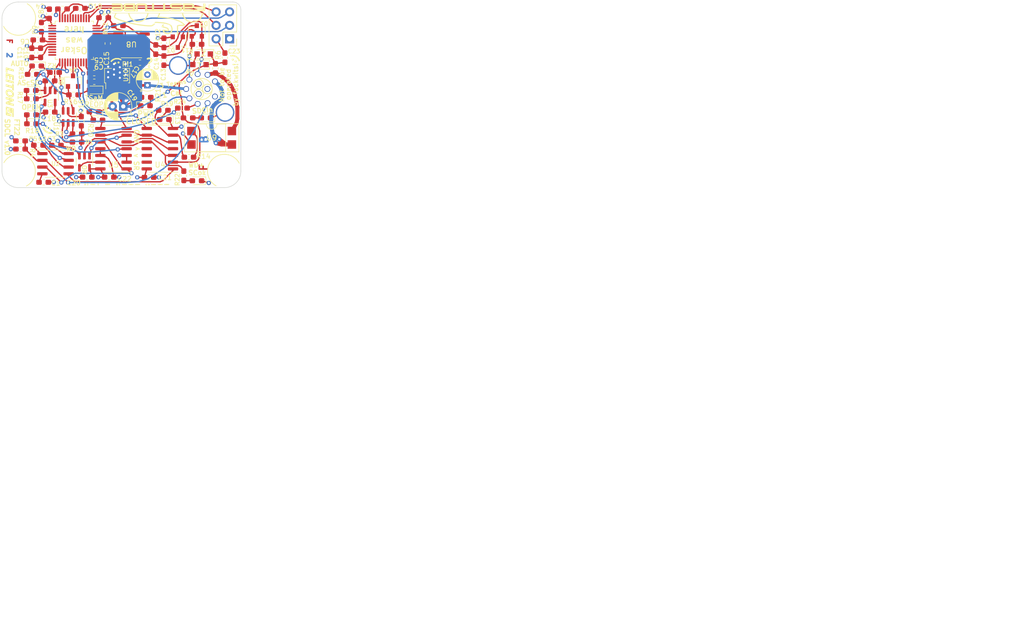
<source format=kicad_pcb>
(kicad_pcb (version 20171130) (host pcbnew 5.1.10)

  (general
    (thickness 1.6)
    (drawings 77)
    (tracks 728)
    (zones 0)
    (modules 81)
    (nets 77)
  )

  (page A4)
  (layers
    (0 F.Cu signal)
    (1 3V3.Cu power hide)
    (2 GND.Cu power hide)
    (31 B.Cu signal)
    (33 F.Adhes user)
    (35 F.Paste user)
    (37 F.SilkS user)
    (38 B.Mask user)
    (39 F.Mask user)
    (40 Dwgs.User user hide)
    (41 Cmts.User user hide)
    (42 Eco1.User user hide)
    (43 Eco2.User user hide)
    (44 Edge.Cuts user)
    (45 Margin user)
    (46 B.CrtYd user)
    (47 F.CrtYd user)
    (49 F.Fab user hide)
  )

  (setup
    (last_trace_width 0.25)
    (user_trace_width 0.5)
    (user_trace_width 0.75)
    (trace_clearance 0.2)
    (zone_clearance 0.33)
    (zone_45_only no)
    (trace_min 0.2)
    (via_size 0.8)
    (via_drill 0.4)
    (via_min_size 0.4)
    (via_min_drill 0.3)
    (uvia_size 0.3)
    (uvia_drill 0.1)
    (uvias_allowed no)
    (uvia_min_size 0.2)
    (uvia_min_drill 0.1)
    (edge_width 0.1)
    (segment_width 0.2)
    (pcb_text_width 0.3)
    (pcb_text_size 1.5 1.5)
    (mod_edge_width 0.15)
    (mod_text_size 1 1)
    (mod_text_width 0.15)
    (pad_size 4.5 4.5)
    (pad_drill 3)
    (pad_to_mask_clearance 0)
    (aux_axis_origin 0 0)
    (visible_elements FFFFFF7F)
    (pcbplotparams
      (layerselection 0x010e0_ffffffff)
      (usegerberextensions false)
      (usegerberattributes true)
      (usegerberadvancedattributes true)
      (creategerberjobfile true)
      (excludeedgelayer true)
      (linewidth 0.100000)
      (plotframeref false)
      (viasonmask false)
      (mode 1)
      (useauxorigin false)
      (hpglpennumber 1)
      (hpglpenspeed 20)
      (hpglpendiameter 15.000000)
      (psnegative false)
      (psa4output false)
      (plotreference true)
      (plotvalue true)
      (plotinvisibletext false)
      (padsonsilk false)
      (subtractmaskfromsilk false)
      (outputformat 1)
      (mirror false)
      (drillshape 0)
      (scaleselection 1)
      (outputdirectory "export/"))
  )

  (net 0 "")
  (net 1 GND)
  (net 2 +3V3)
  (net 3 NRST)
  (net 4 +12V)
  (net 5 "Net-(D2-Pad3)")
  (net 6 TRACESWO)
  (net 7 SWDIO)
  (net 8 SWCLK)
  (net 9 "Net-(R12-Pad1)")
  (net 10 "Net-(U7-Pad46)")
  (net 11 "Net-(U7-Pad45)")
  (net 12 "Net-(U7-Pad43)")
  (net 13 "Net-(U7-Pad42)")
  (net 14 "Net-(U7-Pad41)")
  (net 15 "Net-(U7-Pad40)")
  (net 16 "Net-(U7-Pad38)")
  (net 17 "Net-(U7-Pad31)")
  (net 18 "Net-(U7-Pad30)")
  (net 19 "Net-(U7-Pad29)")
  (net 20 "Net-(U7-Pad28)")
  (net 21 "Net-(U7-Pad27)")
  (net 22 "Net-(U7-Pad26)")
  (net 23 "Net-(U7-Pad25)")
  (net 24 "Net-(U7-Pad22)")
  (net 25 "Net-(U7-Pad21)")
  (net 26 "Net-(U7-Pad17)")
  (net 27 "Net-(U7-Pad16)")
  (net 28 "Net-(U7-Pad12)")
  (net 29 "Net-(U7-Pad11)")
  (net 30 "Net-(U7-Pad10)")
  (net 31 "Net-(U7-Pad6)")
  (net 32 "Net-(U7-Pad5)")
  (net 33 "Net-(U7-Pad4)")
  (net 34 "Net-(U7-Pad3)")
  (net 35 "Net-(U7-Pad2)")
  (net 36 "Net-(R14-Pad2)")
  (net 37 "Net-(R10-Pad1)")
  (net 38 "Net-(D5-Pad2)")
  (net 39 "Net-(D6-Pad2)")
  (net 40 "Net-(D7-Pad2)")
  (net 41 "Net-(D9-Pad2)")
  (net 42 "Net-(D10-Pad2)")
  (net 43 "Net-(D11-Pad2)")
  (net 44 "Net-(D12-Pad2)")
  (net 45 "Net-(D13-Pad2)")
  (net 46 "/Non-Programmable Logic/~WDO~")
  (net 47 "/Non-Programmable Logic/RP")
  (net 48 "/Non-Programmable Logic/WP")
  (net 49 "/Non-Programmable Logic/correct_button_pressed")
  (net 50 "/Non-Programmable Logic/close_while_allowed")
  (net 51 "/Non-Programmable Logic/reopened")
  (net 52 "/Non-Programmable Logic/~reset_all~")
  (net 53 "/Non-Programmable Logic/closing_allowed")
  (net 54 "/Non-Programmable Logic/~reopen~")
  (net 55 "/Non-Programmable Logic/WD_and_SDCin_ok")
  (net 56 "/Non-Programmable Logic/~try_close~")
  (net 57 "/Non-Programmable Logic/still_initial_open")
  (net 58 "Net-(R!1-Pad2)")
  (net 59 "Net-(D14-Pad2)")
  (net 60 "Net-(R24-Pad2)")
  (net 61 "/CAN TRX/CAN_H")
  (net 62 "/CAN TRX/CAN_L")
  (net 63 "/CAN uC/SDC_in_3V3")
  (net 64 "/CAN uC/TS_activate_MUXed")
  (net 65 /Connections/SDC_out)
  (net 66 /Connections/SDC_in)
  (net 67 /Connections/TS_activate_ext)
  (net 68 /Connections/TS_activate_dash)
  (net 69 /Connections/~SDC_reset~)
  (net 70 "/CAN uC/AS_driving_mode")
  (net 71 "/CAN uC/AS_close_SDC")
  (net 72 "/Non-Programmable Logic/To_SDC_relais")
  (net 73 "/CAN uC/Watchdog")
  (net 74 "/CAN uC/SDC_is_ready")
  (net 75 "/CAN TRX/CAN_TX")
  (net 76 "/CAN TRX/CAN_RX")

  (net_class Default "This is the default net class."
    (clearance 0.2)
    (trace_width 0.25)
    (via_dia 0.8)
    (via_drill 0.4)
    (uvia_dia 0.3)
    (uvia_drill 0.1)
    (add_net +12V)
    (add_net +3V3)
    (add_net "/CAN TRX/CAN_H")
    (add_net "/CAN TRX/CAN_L")
    (add_net "/CAN TRX/CAN_RX")
    (add_net "/CAN TRX/CAN_TX")
    (add_net "/CAN uC/AS_close_SDC")
    (add_net "/CAN uC/AS_driving_mode")
    (add_net "/CAN uC/SDC_in_3V3")
    (add_net "/CAN uC/SDC_is_ready")
    (add_net "/CAN uC/TS_activate_MUXed")
    (add_net "/CAN uC/Watchdog")
    (add_net /Connections/SDC_in)
    (add_net /Connections/SDC_out)
    (add_net /Connections/TS_activate_dash)
    (add_net /Connections/TS_activate_ext)
    (add_net /Connections/~SDC_reset~)
    (add_net "/Non-Programmable Logic/RP")
    (add_net "/Non-Programmable Logic/To_SDC_relais")
    (add_net "/Non-Programmable Logic/WD_and_SDCin_ok")
    (add_net "/Non-Programmable Logic/WP")
    (add_net "/Non-Programmable Logic/close_while_allowed")
    (add_net "/Non-Programmable Logic/closing_allowed")
    (add_net "/Non-Programmable Logic/correct_button_pressed")
    (add_net "/Non-Programmable Logic/reopened")
    (add_net "/Non-Programmable Logic/still_initial_open")
    (add_net "/Non-Programmable Logic/~WDO~")
    (add_net "/Non-Programmable Logic/~reopen~")
    (add_net "/Non-Programmable Logic/~reset_all~")
    (add_net "/Non-Programmable Logic/~try_close~")
    (add_net GND)
    (add_net NRST)
    (add_net "Net-(D10-Pad2)")
    (add_net "Net-(D11-Pad2)")
    (add_net "Net-(D12-Pad2)")
    (add_net "Net-(D13-Pad2)")
    (add_net "Net-(D14-Pad2)")
    (add_net "Net-(D2-Pad3)")
    (add_net "Net-(D5-Pad2)")
    (add_net "Net-(D6-Pad2)")
    (add_net "Net-(D7-Pad2)")
    (add_net "Net-(D9-Pad2)")
    (add_net "Net-(R!1-Pad2)")
    (add_net "Net-(R10-Pad1)")
    (add_net "Net-(R12-Pad1)")
    (add_net "Net-(R14-Pad2)")
    (add_net "Net-(R24-Pad2)")
    (add_net "Net-(U7-Pad10)")
    (add_net "Net-(U7-Pad11)")
    (add_net "Net-(U7-Pad12)")
    (add_net "Net-(U7-Pad16)")
    (add_net "Net-(U7-Pad17)")
    (add_net "Net-(U7-Pad2)")
    (add_net "Net-(U7-Pad21)")
    (add_net "Net-(U7-Pad22)")
    (add_net "Net-(U7-Pad25)")
    (add_net "Net-(U7-Pad26)")
    (add_net "Net-(U7-Pad27)")
    (add_net "Net-(U7-Pad28)")
    (add_net "Net-(U7-Pad29)")
    (add_net "Net-(U7-Pad3)")
    (add_net "Net-(U7-Pad30)")
    (add_net "Net-(U7-Pad31)")
    (add_net "Net-(U7-Pad38)")
    (add_net "Net-(U7-Pad4)")
    (add_net "Net-(U7-Pad40)")
    (add_net "Net-(U7-Pad41)")
    (add_net "Net-(U7-Pad42)")
    (add_net "Net-(U7-Pad43)")
    (add_net "Net-(U7-Pad45)")
    (add_net "Net-(U7-Pad46)")
    (add_net "Net-(U7-Pad5)")
    (add_net "Net-(U7-Pad6)")
    (add_net SWCLK)
    (add_net SWDIO)
    (add_net TRACESWO)
  )

  (module Custom:Binder_M12-A_12P_Female_NoSilk (layer B.Cu) (tedit 62083683) (tstamp 61C02DD4)
    (at 175.6 84.4 90)
    (path /61BBA8EA/61CD6444)
    (fp_text reference J2 (at 0 10.045 90) (layer B.SilkS) hide
      (effects (font (size 1 1) (thickness 0.15)) (justify mirror))
    )
    (fp_text value Binder-M12-12P (at 0 -10.045 90) (layer B.Fab)
      (effects (font (size 1 1) (thickness 0.15)) (justify mirror))
    )
    (fp_line (start -0.6 3.7) (end -0.6 4.1) (layer B.Fab) (width 0.12))
    (fp_line (start 0.6 3.7) (end 0.6 4.1) (layer B.Fab) (width 0.12))
    (fp_circle (center 0 0.1) (end 0 4.2) (layer B.Fab) (width 0.12))
    (fp_circle (center 0 0) (end 0 -9.37) (layer B.CrtYd) (width 0.05))
    (fp_circle (center 0 0) (end 0 -9) (layer B.Fab) (width 0.1))
    (fp_arc (start 0 3.7) (end -0.6 3.7) (angle 180) (layer B.Fab) (width 0.12))
    (pad 10 thru_hole circle (at 0 1.1 90) (size 1.1 1.1) (drill 0.8) (layers *.Cu *.Mask)
      (net 2 +3V3))
    (pad 11 thru_hole circle (at 0.952627 -0.549999 90) (size 1.1 1.1) (drill 0.8) (layers *.Cu *.Mask)
      (net 2 +3V3))
    (pad 12 thru_hole circle (at -0.952627 -0.55 90) (size 1.1 1.1) (drill 0.8) (layers *.Cu *.Mask)
      (net 1 GND))
    (pad 1 thru_hole circle (at -1.428 2.524 90) (size 1.1 1.1) (drill 0.8) (layers *.Cu *.Mask)
      (net 1 GND))
    (pad 2 thru_hole circle (at 1.428 2.524 90) (size 1.1 1.1) (drill 0.8) (layers *.Cu *.Mask)
      (net 65 /Connections/SDC_out))
    (pad 3 thru_hole circle (at 2.672 1.127 90) (size 1.1 1.1) (drill 0.8) (layers *.Cu *.Mask)
      (net 66 /Connections/SDC_in))
    (pad 4 thru_hole circle (at 2.804 -0.738 90) (size 1.1 1.1) (drill 0.8) (layers *.Cu *.Mask)
      (net 61 "/CAN TRX/CAN_H"))
    (pad 5 thru_hole circle (at 1.77 -2.297 90) (size 1.1 1.1) (drill 0.8) (layers *.Cu *.Mask)
      (net 62 "/CAN TRX/CAN_L"))
    (pad 6 thru_hole circle (at 0 -2.9 90) (size 1.1 1.1) (drill 0.8) (layers *.Cu *.Mask)
      (net 4 +12V))
    (pad 7 thru_hole circle (at -1.77 -2.297 90) (size 1.1 1.1) (drill 0.8) (layers *.Cu *.Mask)
      (net 67 /Connections/TS_activate_ext))
    (pad 8 thru_hole circle (at -2.804 -0.738 90) (size 1.1 1.1) (drill 0.8) (layers *.Cu *.Mask)
      (net 68 /Connections/TS_activate_dash))
    (pad 9 thru_hole circle (at -2.672 1.127 90) (size 1.1 1.1) (drill 0.8) (layers *.Cu *.Mask)
      (net 69 /Connections/~SDC_reset~))
    (pad M1 thru_hole circle (at -4.419 4.419 90) (size 3.5 3.5) (drill 3) (layers *.Cu *.Mask)
      (net 1 GND))
    (pad M2 thru_hole circle (at 4.419 -4.419 90) (size 3.5 3.5) (drill 3) (layers *.Cu *.Mask)
      (net 1 GND))
    (model ${KIPRJMOD}/packages3d/Phoenix.3dshapes/1441820.stp
      (offset (xyz 12.75 0 -2.5))
      (scale (xyz 1 1 1))
      (rotate (xyz 0 180 -45))
    )
  )

  (module Custom:lightning (layer B.Cu) (tedit 0) (tstamp 61E9B0FE)
    (at 163 81.3 170)
    (fp_text reference G*** (at 0 0 170) (layer B.SilkS) hide
      (effects (font (size 1.524 1.524) (thickness 0.3)) (justify mirror))
    )
    (fp_text value LOGO (at 0.75 0 170) (layer B.SilkS) hide
      (effects (font (size 1.524 1.524) (thickness 0.3)) (justify mirror))
    )
    (fp_poly (pts (xy 0.430913 1.456164) (xy 0.521811 1.455869) (xy 0.606258 1.455399) (xy 0.682846 1.45477)
      (xy 0.75017 1.454) (xy 0.806824 1.453106) (xy 0.851402 1.452106) (xy 0.882496 1.451017)
      (xy 0.898703 1.449856) (xy 0.900767 1.449309) (xy 0.899613 1.43618) (xy 0.888204 1.410419)
      (xy 0.866912 1.372582) (xy 0.836105 1.323223) (xy 0.796154 1.262896) (xy 0.74743 1.192154)
      (xy 0.690303 1.111553) (xy 0.625143 1.021647) (xy 0.552321 0.922989) (xy 0.520924 0.880925)
      (xy 0.450696 0.786623) (xy 0.387458 0.700694) (xy 0.331659 0.623785) (xy 0.283753 0.55654)
      (xy 0.244189 0.499608) (xy 0.213421 0.453634) (xy 0.191898 0.419264) (xy 0.180073 0.397146)
      (xy 0.177799 0.389552) (xy 0.186221 0.387068) (xy 0.211313 0.385) (xy 0.252819 0.383353)
      (xy 0.310481 0.382136) (xy 0.384041 0.381354) (xy 0.473243 0.381015) (xy 0.498627 0.381)
      (xy 0.581533 0.380938) (xy 0.649079 0.380708) (xy 0.702836 0.380246) (xy 0.744378 0.379488)
      (xy 0.775275 0.378369) (xy 0.797102 0.376824) (xy 0.811429 0.374788) (xy 0.81983 0.372197)
      (xy 0.823877 0.368987) (xy 0.824594 0.367607) (xy 0.828836 0.351043) (xy 0.828744 0.332757)
      (xy 0.823583 0.311675) (xy 0.812616 0.286723) (xy 0.795108 0.256825) (xy 0.770322 0.220908)
      (xy 0.737525 0.177895) (xy 0.695978 0.126714) (xy 0.644947 0.066288) (xy 0.583696 -0.004457)
      (xy 0.521042 -0.075779) (xy 0.488377 -0.112738) (xy 0.459582 -0.145221) (xy 0.436528 -0.171128)
      (xy 0.421085 -0.188357) (xy 0.415209 -0.194733) (xy 0.408084 -0.202439) (xy 0.392226 -0.220134)
      (xy 0.370073 -0.245083) (xy 0.347249 -0.270933) (xy 0.321592 -0.300007) (xy 0.300107 -0.324241)
      (xy 0.285226 -0.340902) (xy 0.279516 -0.347133) (xy 0.272568 -0.354586) (xy 0.256354 -0.372267)
      (xy 0.232986 -0.397864) (xy 0.204578 -0.429066) (xy 0.190547 -0.4445) (xy 0.159689 -0.478376)
      (xy 0.13206 -0.508546) (xy 0.110049 -0.532413) (xy 0.096043 -0.547382) (xy 0.093181 -0.550334)
      (xy 0.081063 -0.563159) (xy 0.062153 -0.583961) (xy 0.043085 -0.605367) (xy 0.016888 -0.634711)
      (xy -0.013587 -0.668344) (xy -0.037389 -0.694267) (xy -0.062521 -0.721662) (xy -0.095287 -0.757754)
      (xy -0.132809 -0.799332) (xy -0.172203 -0.843184) (xy -0.210589 -0.886099) (xy -0.245085 -0.924864)
      (xy -0.27281 -0.956269) (xy -0.28511 -0.970373) (xy -0.297634 -0.984671) (xy -0.317857 -1.007561)
      (xy -0.342203 -1.035001) (xy -0.352497 -1.046573) (xy -0.386436 -1.085022) (xy -0.425726 -1.130064)
      (xy -0.467655 -1.17854) (xy -0.509513 -1.227292) (xy -0.548589 -1.27316) (xy -0.582171 -1.312986)
      (xy -0.607549 -1.343611) (xy -0.609656 -1.3462) (xy -0.628962 -1.369823) (xy -0.644009 -1.387949)
      (xy -0.651698 -1.396846) (xy -0.651852 -1.397) (xy -0.658749 -1.405087) (xy -0.673586 -1.423241)
      (xy -0.693767 -1.44827) (xy -0.70525 -1.462617) (xy -0.733676 -1.496546) (xy -0.754347 -1.517543)
      (xy -0.766763 -1.525168) (xy -0.770467 -1.52018) (xy -0.76795 -1.506592) (xy -0.761162 -1.480674)
      (xy -0.751246 -1.446138) (xy -0.739343 -1.406698) (xy -0.726599 -1.366068) (xy -0.714155 -1.327962)
      (xy -0.703154 -1.296091) (xy -0.694766 -1.274234) (xy -0.687035 -1.254591) (xy -0.678025 -1.22967)
      (xy -0.677334 -1.227667) (xy -0.667645 -1.200271) (xy -0.657743 -1.174578) (xy -0.644609 -1.14283)
      (xy -0.641102 -1.134534) (xy -0.614484 -1.07236) (xy -0.586907 -1.009307) (xy -0.557064 -0.942478)
      (xy -0.523651 -0.868977) (xy -0.485363 -0.785908) (xy -0.443217 -0.695343) (xy -0.412795 -0.62958)
      (xy -0.382559 -0.56307) (xy -0.35334 -0.497745) (xy -0.325969 -0.435536) (xy -0.301278 -0.378374)
      (xy -0.280099 -0.328192) (xy -0.263262 -0.28692) (xy -0.251599 -0.256491) (xy -0.245942 -0.238836)
      (xy -0.245534 -0.236082) (xy -0.253703 -0.23432) (xy -0.277022 -0.232715) (xy -0.313706 -0.231313)
      (xy -0.361972 -0.230157) (xy -0.420037 -0.229291) (xy -0.486117 -0.228758) (xy -0.549834 -0.2286)
      (xy -0.625875 -0.228387) (xy -0.693874 -0.227776) (xy -0.752269 -0.226805) (xy -0.799496 -0.225514)
      (xy -0.833991 -0.223943) (xy -0.854192 -0.222132) (xy -0.858975 -0.220768) (xy -0.859749 -0.207707)
      (xy -0.85564 -0.193251) (xy -0.849377 -0.177213) (xy -0.838988 -0.149613) (xy -0.826105 -0.114814)
      (xy -0.81662 -0.0889) (xy -0.805325 -0.058389) (xy -0.789682 -0.016813) (xy -0.770928 0.032601)
      (xy -0.750304 0.086629) (xy -0.729047 0.142043) (xy -0.708395 0.195618) (xy -0.689587 0.244128)
      (xy -0.673863 0.284347) (xy -0.662459 0.313048) (xy -0.659784 0.319616) (xy -0.650043 0.343809)
      (xy -0.6446 0.357716) (xy -0.635655 0.38037) (xy -0.627667 0.40005) (xy -0.617605 0.424458)
      (xy -0.610217 0.442383) (xy -0.604806 0.455976) (xy -0.59437 0.482587) (xy -0.57999 0.519444)
      (xy -0.562749 0.563771) (xy -0.54373 0.612796) (xy -0.541687 0.618067) (xy -0.522303 0.667965)
      (xy -0.504336 0.713963) (xy -0.488931 0.753144) (xy -0.477236 0.782592) (xy -0.470399 0.799391)
      (xy -0.470096 0.8001) (xy -0.459399 0.826645) (xy -0.448928 0.854971) (xy -0.448872 0.855133)
      (xy -0.434563 0.894998) (xy -0.420641 0.930572) (xy -0.416854 0.9398) (xy -0.40792 0.962833)
      (xy -0.398316 0.989491) (xy -0.397934 0.9906) (xy -0.389142 1.015456) (xy -0.381479 1.035959)
      (xy -0.381 1.037166) (xy -0.373616 1.056793) (xy -0.364768 1.081699) (xy -0.364067 1.083733)
      (xy -0.355164 1.108602) (xy -0.34724 1.129107) (xy -0.346741 1.1303) (xy -0.340888 1.145696)
      (xy -0.330903 1.173503) (xy -0.318046 1.210077) (xy -0.303575 1.251777) (xy -0.288748 1.294959)
      (xy -0.274825 1.335981) (xy -0.263064 1.3712) (xy -0.256052 1.392767) (xy -0.246844 1.419027)
      (xy -0.238228 1.439273) (xy -0.234555 1.445683) (xy -0.229445 1.447876) (xy -0.21701 1.449766)
      (xy -0.196247 1.451373) (xy -0.166151 1.452715) (xy -0.125718 1.45381) (xy -0.073945 1.454678)
      (xy -0.009827 1.455337) (xy 0.067639 1.455805) (xy 0.159458 1.456102) (xy 0.266634 1.456246)
      (xy 0.33497 1.456266) (xy 0.430913 1.456164)) (layer B.Mask) (width 0.01))
  )

  (module Custom:FTLogo_DV (layer B.Cu) (tedit 0) (tstamp 61E9AF52)
    (at 159.254177 84.263653 180)
    (fp_text reference G*** (at 0 0) (layer B.SilkS) hide
      (effects (font (size 1.524 1.524) (thickness 0.3)) (justify mirror))
    )
    (fp_text value LOGO (at 0.75 0) (layer B.SilkS) hide
      (effects (font (size 1.524 1.524) (thickness 0.3)) (justify mirror))
    )
    (fp_poly (pts (xy -1.496773 0.694964) (xy -1.450706 0.676149) (xy -1.396822 0.655296) (xy -1.338461 0.633609)
      (xy -1.27896 0.612291) (xy -1.221657 0.592545) (xy -1.169889 0.575573) (xy -1.139976 0.566358)
      (xy -1.115964 0.559614) (xy -1.081932 0.550617) (xy -1.039653 0.539798) (xy -0.990902 0.527588)
      (xy -0.937451 0.514418) (xy -0.881074 0.500718) (xy -0.823546 0.486919) (xy -0.766639 0.473451)
      (xy -0.712127 0.460747) (xy -0.661784 0.449236) (xy -0.617383 0.439349) (xy -0.613834 0.438574)
      (xy -0.557433 0.427706) (xy -0.490533 0.417247) (xy -0.414727 0.407327) (xy -0.331607 0.398076)
      (xy -0.242766 0.389622) (xy -0.149797 0.382096) (xy -0.054293 0.375627) (xy 0.042154 0.370343)
      (xy 0.137951 0.366375) (xy 0.231504 0.363851) (xy 0.3175 0.362909) (xy 0.350386 0.362578)
      (xy 0.380811 0.361801) (xy 0.405782 0.360687) (xy 0.422305 0.359345) (xy 0.424493 0.359033)
      (xy 0.446819 0.355341) (xy 0.407207 0.306182) (xy 0.389735 0.285256) (xy 0.374108 0.267903)
      (xy 0.362393 0.256347) (xy 0.357666 0.252913) (xy 0.348645 0.251692) (xy 0.329385 0.250754)
      (xy 0.301739 0.250103) (xy 0.267559 0.249745) (xy 0.2287 0.249686) (xy 0.187013 0.249933)
      (xy 0.144352 0.25049) (xy 0.10257 0.251364) (xy 0.078619 0.252045) (xy -0.006823 0.256334)
      (xy -0.101752 0.263925) (xy -0.204111 0.274508) (xy -0.311842 0.287779) (xy -0.422887 0.303431)
      (xy -0.535188 0.321156) (xy -0.646688 0.340649) (xy -0.755329 0.361604) (xy -0.859053 0.383713)
      (xy -0.950475 0.405335) (xy -1.017364 0.423052) (xy -1.090851 0.444296) (xy -1.168243 0.468169)
      (xy -1.246846 0.493775) (xy -1.323966 0.520217) (xy -1.396909 0.5466) (xy -1.462981 0.572025)
      (xy -1.510896 0.591856) (xy -1.56331 0.614469) (xy -1.565041 0.669549) (xy -1.566773 0.724629)
      (xy -1.496773 0.694964)) (layer B.Mask) (width 0.01))
    (fp_poly (pts (xy -1.89419 1.14533) (xy -1.895929 0.633612) (xy -1.919729 0.61304) (xy -1.938703 0.599296)
      (xy -1.961586 0.588249) (xy -1.99049 0.579221) (xy -2.027528 0.571534) (xy -2.068286 0.565373)
      (xy -2.094237 0.562556) (xy -2.130144 0.559612) (xy -2.173874 0.556644) (xy -2.22329 0.553759)
      (xy -2.276256 0.551062) (xy -2.330636 0.548658) (xy -2.384296 0.546652) (xy -2.435099 0.545149)
      (xy -2.480909 0.544255) (xy -2.500691 0.544072) (xy -2.567215 0.543737) (xy -2.533953 0.513084)
      (xy -2.441368 0.434421) (xy -2.339941 0.361023) (xy -2.229358 0.292749) (xy -2.109304 0.229459)
      (xy -1.979464 0.17101) (xy -1.839524 0.117263) (xy -1.68917 0.068075) (xy -1.528087 0.023306)
      (xy -1.355961 -0.017187) (xy -1.350247 -0.018418) (xy -1.277424 -0.0337) (xy -1.206375 -0.047812)
      (xy -1.135984 -0.060897) (xy -1.065136 -0.073101) (xy -0.992713 -0.084568) (xy -0.917601 -0.095443)
      (xy -0.838682 -0.10587) (xy -0.754842 -0.115995) (xy -0.664964 -0.125962) (xy -0.567931 -0.135916)
      (xy -0.462629 -0.146001) (xy -0.347941 -0.156362) (xy -0.22275 -0.167144) (xy -0.167702 -0.171756)
      (xy -0.107383 -0.176838) (xy -0.050741 -0.181739) (xy 0.001086 -0.186349) (xy 0.046961 -0.190563)
      (xy 0.085745 -0.194272) (xy 0.1163 -0.19737) (xy 0.137487 -0.199748) (xy 0.148169 -0.201301)
      (xy 0.149225 -0.201638) (xy 0.148193 -0.208206) (xy 0.142681 -0.223521) (xy 0.133534 -0.245472)
      (xy 0.121597 -0.271947) (xy 0.118184 -0.27922) (xy 0.095739 -0.327324) (xy 0.073634 -0.375924)
      (xy 0.052404 -0.423736) (xy 0.032584 -0.469473) (xy 0.014709 -0.511849) (xy -0.000687 -0.549579)
      (xy -0.013069 -0.581377) (xy -0.021902 -0.605957) (xy -0.026651 -0.622033) (xy -0.026966 -0.628196)
      (xy -0.020492 -0.628777) (xy -0.002793 -0.62937) (xy 0.025264 -0.629966) (xy 0.062809 -0.630557)
      (xy 0.108972 -0.631134) (xy 0.162885 -0.631687) (xy 0.223678 -0.632207) (xy 0.290483 -0.632686)
      (xy 0.36243 -0.633115) (xy 0.43865 -0.633484) (xy 0.511609 -0.633763) (xy 0.60701 -0.634054)
      (xy 0.690976 -0.634242) (xy 0.764166 -0.634322) (xy 0.827241 -0.634285) (xy 0.880859 -0.634124)
      (xy 0.925682 -0.633832) (xy 0.962367 -0.633401) (xy 0.991576 -0.632823) (xy 1.013968 -0.632093)
      (xy 1.030202 -0.6312) (xy 1.040939 -0.63014) (xy 1.046837 -0.628903) (xy 1.048538 -0.627716)
      (xy 1.050499 -0.618636) (xy 1.05401 -0.600703) (xy 1.058482 -0.576972) (xy 1.061159 -0.562429)
      (xy 1.078368 -0.489148) (xy 1.103439 -0.41182) (xy 1.134896 -0.334089) (xy 1.171266 -0.259597)
      (xy 1.211072 -0.191988) (xy 1.211146 -0.191875) (xy 1.275899 -0.10339) (xy 1.348996 -0.0231)
      (xy 1.429573 0.048643) (xy 1.516765 0.111487) (xy 1.609708 0.165078) (xy 1.707537 0.209064)
      (xy 1.809388 0.243091) (xy 1.914395 0.266808) (xy 2.021694 0.279861) (xy 2.130421 0.281898)
      (xy 2.239711 0.272565) (xy 2.316238 0.259045) (xy 2.381715 0.242869) (xy 2.443829 0.222864)
      (xy 2.506812 0.197515) (xy 2.567214 0.169137) (xy 2.635541 0.132641) (xy 2.695841 0.094354)
      (xy 2.75202 0.051475) (xy 2.807982 0.001206) (xy 2.82589 -0.016309) (xy 2.870843 -0.062137)
      (xy 2.908222 -0.103147) (xy 2.939941 -0.142019) (xy 2.967919 -0.181435) (xy 2.994072 -0.224073)
      (xy 3.020315 -0.272613) (xy 3.045589 -0.323548) (xy 3.068697 -0.374297) (xy 3.08762 -0.422845)
      (xy 3.103641 -0.473079) (xy 3.118045 -0.528891) (xy 3.127473 -0.571547) (xy 3.140787 -0.635)
      (xy 4.352316 -0.635) (xy 4.407305 -0.521607) (xy 4.437343 -0.4579) (xy 4.461082 -0.403547)
      (xy 4.478832 -0.357774) (xy 4.490897 -0.319801) (xy 4.496422 -0.295855) (xy 4.496079 -0.277387)
      (xy 4.487457 -0.259053) (xy 4.469588 -0.239561) (xy 4.441504 -0.217622) (xy 4.433604 -0.212167)
      (xy 4.382434 -0.180473) (xy 4.320048 -0.147036) (xy 4.24716 -0.112095) (xy 4.164487 -0.075884)
      (xy 4.072745 -0.038641) (xy 3.972649 -0.000601) (xy 3.864915 0.037999) (xy 3.750259 0.076922)
      (xy 3.629396 0.115932) (xy 3.503043 0.154793) (xy 3.371914 0.193269) (xy 3.236727 0.231123)
      (xy 3.098196 0.268118) (xy 2.957037 0.30402) (xy 2.813966 0.33859) (xy 2.669699 0.371593)
      (xy 2.657928 0.374202) (xy 2.514415 0.404747) (xy 2.367495 0.433736) (xy 2.218463 0.460997)
      (xy 2.068613 0.48636) (xy 1.919238 0.509654) (xy 1.771633 0.530708) (xy 1.62709 0.549352)
      (xy 1.486904 0.565416) (xy 1.352368 0.578727) (xy 1.224777 0.589116) (xy 1.105423 0.596412)
      (xy 0.995601 0.600445) (xy 0.937381 0.601219) (xy 0.879441 0.601201) (xy 0.831937 0.600511)
      (xy 0.793215 0.598864) (xy 0.761622 0.595972) (xy 0.735503 0.591551) (xy 0.713207 0.585315)
      (xy 0.693078 0.576977) (xy 0.673464 0.566252) (xy 0.652712 0.552854) (xy 0.651049 0.551724)
      (xy 0.624461 0.533194) (xy 0.596751 0.513218) (xy 0.572725 0.495279) (xy 0.566399 0.49038)
      (xy 0.541103 0.470539) (xy 0.522422 0.456839) (xy 0.507251 0.448225) (xy 0.492484 0.443642)
      (xy 0.475018 0.442032) (xy 0.451745 0.442342) (xy 0.42772 0.44323) (xy 0.399461 0.4446)
      (xy 0.375727 0.446405) (xy 0.359075 0.448405) (xy 0.352125 0.450288) (xy 0.3544 0.456084)
      (xy 0.364325 0.46828) (xy 0.380356 0.485417) (xy 0.400949 0.506036) (xy 0.424558 0.52868)
      (xy 0.449639 0.55189) (xy 0.474648 0.574207) (xy 0.49804 0.594174) (xy 0.51827 0.610331)
      (xy 0.531862 0.620003) (xy 0.573786 0.645276) (xy 0.616435 0.667833) (xy 0.656431 0.686008)
      (xy 0.68979 0.697958) (xy 0.726453 0.705747) (xy 0.774277 0.711262) (xy 0.832552 0.714551)
      (xy 0.900568 0.715661) (xy 0.977613 0.71464) (xy 1.06298 0.711534) (xy 1.155957 0.706391)
      (xy 1.255835 0.699259) (xy 1.361903 0.690184) (xy 1.473452 0.679213) (xy 1.589771 0.666395)
      (xy 1.710152 0.651777) (xy 1.833883 0.635405) (xy 1.960254 0.617327) (xy 2.007809 0.610174)
      (xy 2.145791 0.588552) (xy 2.274622 0.567071) (xy 2.397227 0.545179) (xy 2.516531 0.522322)
      (xy 2.635459 0.497945) (xy 2.756934 0.471496) (xy 2.839357 0.452766) (xy 3.042878 0.404577)
      (xy 3.23482 0.356572) (xy 3.415125 0.30877) (xy 3.583734 0.261187) (xy 3.740587 0.213843)
      (xy 3.885628 0.166756) (xy 4.018796 0.119944) (xy 4.140034 0.073425) (xy 4.249283 0.027217)
      (xy 4.321024 -0.006111) (xy 4.377326 -0.035039) (xy 4.430553 -0.065532) (xy 4.479584 -0.096733)
      (xy 4.5233 -0.127784) (xy 4.560581 -0.157829) (xy 4.590308 -0.186009) (xy 4.611361 -0.21147)
      (xy 4.62262 -0.233352) (xy 4.623713 -0.23782) (xy 4.625162 -0.258344) (xy 4.622459 -0.2832)
      (xy 4.615276 -0.31335) (xy 4.603287 -0.349757) (xy 4.586164 -0.393381) (xy 4.563581 -0.445185)
      (xy 4.53521 -0.50613) (xy 4.525927 -0.525498) (xy 4.510234 -0.55817) (xy 4.496517 -0.586932)
      (xy 4.48558 -0.610081) (xy 4.478227 -0.625914) (xy 4.475262 -0.632727) (xy 4.475238 -0.632844)
      (xy 4.481037 -0.633388) (xy 4.497441 -0.633882) (xy 4.522958 -0.634308) (xy 4.556099 -0.634647)
      (xy 4.595372 -0.634881) (xy 4.639286 -0.634993) (xy 4.653643 -0.635) (xy 4.832047 -0.635)
      (xy 4.832047 -0.683381) (xy -4.838095 -0.683381) (xy -4.838095 -0.635) (xy -4.592582 -0.635)
      (xy -4.590649 -0.624567) (xy -4.470187 -0.624567) (xy -4.467576 -0.630068) (xy -4.467391 -0.630193)
      (xy -4.460632 -0.630707) (xy -4.442426 -0.631206) (xy -4.413422 -0.631688) (xy -4.374266 -0.632148)
      (xy -4.325607 -0.632583) (xy -4.268093 -0.632991) (xy -4.202373 -0.633369) (xy -4.129094 -0.633713)
      (xy -4.048904 -0.634019) (xy -3.962452 -0.634286) (xy -3.870385 -0.634509) (xy -3.773351 -0.634686)
      (xy -3.672 -0.634814) (xy -3.566978 -0.634889) (xy -3.497036 -0.634908) (xy -3.369156 -0.634909)
      (xy -3.252843 -0.634884) (xy -3.14757 -0.634829) (xy -3.052809 -0.634737) (xy -2.968033 -0.634606)
      (xy -2.892714 -0.63443) (xy -2.826325 -0.634204) (xy -2.768337 -0.633924) (xy -2.718223 -0.633585)
      (xy -2.675456 -0.633182) (xy -2.639507 -0.63271) (xy -2.609849 -0.632166) (xy -2.585956 -0.631543)
      (xy -2.567297 -0.630838) (xy -2.553348 -0.630046) (xy -2.543578 -0.629162) (xy -2.537462 -0.628181)
      (xy -2.534471 -0.627099) (xy -2.533953 -0.626324) (xy -2.536207 -0.604891) (xy -2.542475 -0.574679)
      (xy -2.552013 -0.538029) (xy -2.564078 -0.497284) (xy -2.577925 -0.454784) (xy -2.59281 -0.412871)
      (xy -2.607992 -0.373886) (xy -2.622724 -0.340172) (xy -2.628739 -0.327873) (xy -2.682088 -0.236351)
      (xy -2.745064 -0.151264) (xy -2.816712 -0.073353) (xy -2.896076 -0.003356) (xy -2.9822 0.057988)
      (xy -3.074128 0.109939) (xy -3.170905 0.151757) (xy -3.271576 0.182704) (xy -3.296215 0.188433)
      (xy -3.318369 0.192986) (xy -3.339027 0.196431) (xy -3.360431 0.19892) (xy -3.384824 0.200605)
      (xy -3.414448 0.201639) (xy -3.451545 0.202173) (xy -3.498356 0.202359) (xy -3.501572 0.202363)
      (xy -3.551005 0.202235) (xy -3.590412 0.201665) (xy -3.621858 0.200536) (xy -3.647408 0.198731)
      (xy -3.669126 0.196131) (xy -3.689078 0.192619) (xy -3.695095 0.191355) (xy -3.802605 0.16214)
      (xy -3.904273 0.122653) (xy -3.999576 0.073411) (xy -4.087989 0.01493) (xy -4.168988 -0.052274)
      (xy -4.24205 -0.127685) (xy -4.306649 -0.210786) (xy -4.362262 -0.301061) (xy -4.408366 -0.397995)
      (xy -4.444435 -0.501071) (xy -4.460275 -0.56225) (xy -4.466715 -0.592363) (xy -4.469959 -0.612567)
      (xy -4.470187 -0.624567) (xy -4.590649 -0.624567) (xy -4.581657 -0.576036) (xy -4.568623 -0.518769)
      (xy -4.550145 -0.456091) (xy -4.527347 -0.390773) (xy -4.501355 -0.325589) (xy -4.473292 -0.263311)
      (xy -4.444284 -0.206711) (xy -4.415454 -0.158563) (xy -4.407699 -0.147161) (xy -4.373472 -0.102061)
      (xy -4.332643 -0.054042) (xy -4.288603 -0.006799) (xy -4.244744 0.035974) (xy -4.217514 0.059987)
      (xy -4.127671 0.129083) (xy -4.036164 0.186933) (xy -3.941685 0.234074) (xy -3.842925 0.271039)
      (xy -3.738574 0.298366) (xy -3.627325 0.316589) (xy -3.578217 0.321658) (xy -3.472293 0.324881)
      (xy -3.365467 0.316569) (xy -3.258884 0.297111) (xy -3.15369 0.266893) (xy -3.05103 0.226301)
      (xy -2.952051 0.175723) (xy -2.857898 0.115546) (xy -2.774444 0.05025) (xy -2.714671 -0.007049)
      (xy -2.656361 -0.074207) (xy -2.601174 -0.148987) (xy -2.550772 -0.229154) (xy -2.510323 -0.305195)
      (xy -2.496147 -0.337306) (xy -2.481363 -0.375941) (xy -2.466675 -0.418691) (xy -2.452789 -0.46315)
      (xy -2.440407 -0.506908) (xy -2.430235 -0.547557) (xy -2.422977 -0.58269) (xy -2.419337 -0.609899)
      (xy -2.419048 -0.617268) (xy -2.419048 -0.635032) (xy -2.395357 -0.635) (xy 1.165817 -0.635)
      (xy 3.02404 -0.635) (xy 3.020254 -0.618369) (xy 3.002577 -0.545649) (xy 2.984516 -0.48242)
      (xy 2.965037 -0.426096) (xy 2.943108 -0.374091) (xy 2.917693 -0.323819) (xy 2.887761 -0.272692)
      (xy 2.872565 -0.248752) (xy 2.846581 -0.212636) (xy 2.813144 -0.172174) (xy 2.774716 -0.129946)
      (xy 2.733759 -0.088531) (xy 2.692735 -0.050509) (xy 2.654107 -0.01846) (xy 2.649201 -0.014724)
      (xy 2.611589 0.011108) (xy 2.566299 0.038368) (xy 2.517225 0.064971) (xy 2.468262 0.088834)
      (xy 2.423307 0.10787) (xy 2.413 0.111685) (xy 2.311185 0.141808) (xy 2.20822 0.160229)
      (xy 2.104983 0.167134) (xy 2.00235 0.162707) (xy 1.901201 0.147133) (xy 1.802412 0.120595)
      (xy 1.70686 0.083279) (xy 1.615424 0.035369) (xy 1.528982 -0.022951) (xy 1.449008 -0.090928)
      (xy 1.382892 -0.160772) (xy 1.323683 -0.237576) (xy 1.272318 -0.319607) (xy 1.229734 -0.405132)
      (xy 1.196869 -0.492417) (xy 1.174661 -0.579729) (xy 1.170072 -0.606622) (xy 1.165817 -0.635)
      (xy -2.395357 -0.635) (xy -1.2878 -0.633504) (xy -0.156553 -0.631976) (xy -0.120785 -0.539319)
      (xy -0.10545 -0.500256) (xy -0.088357 -0.457792) (xy -0.071347 -0.416438) (xy -0.056261 -0.380706)
      (xy -0.052836 -0.372789) (xy -0.020655 -0.298917) (xy -0.259792 -0.27933) (xy -0.41629 -0.265927)
      (xy -0.561753 -0.252223) (xy -0.697239 -0.23807) (xy -0.823807 -0.223323) (xy -0.942516 -0.207836)
      (xy -1.054424 -0.191465) (xy -1.16059 -0.174062) (xy -1.262073 -0.155483) (xy -1.359932 -0.135582)
      (xy -1.448405 -0.115808) (xy -1.612696 -0.074209) (xy -1.768606 -0.028064) (xy -1.91568 0.022427)
      (xy -2.05346 0.077068) (xy -2.181491 0.13566) (xy -2.299317 0.198005) (xy -2.406481 0.263906)
      (xy -2.502528 0.333164) (xy -2.524881 0.351089) (xy -2.55361 0.375583) (xy -2.583819 0.402966)
      (xy -2.613929 0.431637) (xy -2.642362 0.459992) (xy -2.667538 0.486428) (xy -2.687879 0.509342)
      (xy -2.701804 0.527132) (xy -2.707029 0.536003) (xy -2.713367 0.564523) (xy -2.708128 0.590776)
      (xy -2.692627 0.612453) (xy -2.681536 0.622032) (xy -2.669128 0.630196) (xy -2.654325 0.637099)
      (xy -2.636049 0.642892) (xy -2.613223 0.647729) (xy -2.584767 0.651762) (xy -2.549604 0.655146)
      (xy -2.506655 0.658032) (xy -2.454843 0.660573) (xy -2.393088 0.662923) (xy -2.320566 0.665227)
      (xy -2.253496 0.667325) (xy -2.197473 0.669367) (xy -2.151452 0.671496) (xy -2.114386 0.673858)
      (xy -2.08523 0.676596) (xy -2.062938 0.679856) (xy -2.046463 0.68378) (xy -2.034759 0.688514)
      (xy -2.026781 0.694202) (xy -2.021483 0.700988) (xy -2.018639 0.706884) (xy -2.017242 0.716464)
      (xy -2.015924 0.738016) (xy -2.014686 0.771421) (xy -2.013531 0.816556) (xy -2.012462 0.8733)
      (xy -2.01148 0.941532) (xy -2.010589 1.021129) (xy -2.00979 1.11197) (xy -2.009237 1.189869)
      (xy -2.006222 1.657047) (xy -1.892451 1.657047) (xy -1.89419 1.14533)) (layer B.Mask) (width 0.01))
    (fp_poly (pts (xy 4.692952 -0.858733) (xy 4.740497 -0.890547) (xy 4.779208 -0.929669) (xy 4.808298 -0.975008)
      (xy 4.826977 -1.025476) (xy 4.831928 -1.050602) (xy 4.833746 -1.069319) (xy 4.835351 -1.097545)
      (xy 4.83665 -1.132691) (xy 4.837551 -1.172173) (xy 4.837961 -1.213403) (xy 4.837975 -1.220107)
      (xy 4.838095 -1.348619) (xy 3.906762 -1.348619) (xy 3.906762 -1.439333) (xy 4.838095 -1.439333)
      (xy 4.838095 -1.651) (xy 4.410226 -1.650022) (xy 4.337725 -1.649805) (xy 4.267539 -1.649498)
      (xy 4.200802 -1.649111) (xy 4.138645 -1.648655) (xy 4.082202 -1.648141) (xy 4.032605 -1.64758)
      (xy 3.990988 -1.646984) (xy 3.958482 -1.646363) (xy 3.93622 -1.645729) (xy 3.927928 -1.645325)
      (xy 3.898578 -1.642668) (xy 3.876576 -1.638596) (xy 3.857176 -1.631866) (xy 3.835632 -1.621234)
      (xy 3.835286 -1.621048) (xy 3.800566 -1.598554) (xy 3.766452 -1.569744) (xy 3.736675 -1.538112)
      (xy 3.716489 -1.509814) (xy 3.700746 -1.482951) (xy 3.703838 -1.040191) (xy 3.906762 -1.040191)
      (xy 3.906762 -1.130905) (xy 4.620381 -1.130905) (xy 4.620381 -1.040191) (xy 3.906762 -1.040191)
      (xy 3.703838 -1.040191) (xy 3.704166 -0.993295) (xy 3.731381 -0.952935) (xy 3.758449 -0.919154)
      (xy 3.79081 -0.891493) (xy 3.83101 -0.868032) (xy 3.862735 -0.854054) (xy 3.903738 -0.837657)
      (xy 4.27869 -0.837626) (xy 4.653643 -0.837595) (xy 4.692952 -0.858733)) (layer B.Mask) (width 0.01))
    (fp_poly (pts (xy 2.937631 -0.835792) (xy 3.438071 -0.837595) (xy 3.478349 -0.856624) (xy 3.525706 -0.88456)
      (xy 3.563069 -0.919152) (xy 3.590918 -0.961007) (xy 3.609732 -1.010732) (xy 3.613855 -1.028079)
      (xy 3.618663 -1.061202) (xy 3.618375 -1.093443) (xy 3.612585 -1.128027) (xy 3.600891 -1.16818)
      (xy 3.593803 -1.188357) (xy 3.576145 -1.236738) (xy 3.59628 -1.276048) (xy 3.619161 -1.329059)
      (xy 3.631272 -1.378458) (xy 3.632814 -1.425728) (xy 3.623987 -1.472355) (xy 3.623093 -1.475289)
      (xy 3.602396 -1.521782) (xy 3.57118 -1.562761) (xy 3.529918 -1.597762) (xy 3.479081 -1.626321)
      (xy 3.462262 -1.633472) (xy 3.425976 -1.647899) (xy 2.931583 -1.649774) (xy 2.43719 -1.651648)
      (xy 2.43719 -1.348619) (xy 2.648857 -1.348619) (xy 2.648857 -1.439333) (xy 3.404809 -1.439333)
      (xy 3.404809 -1.348619) (xy 2.648857 -1.348619) (xy 2.43719 -1.348619) (xy 2.43719 -1.040191)
      (xy 2.648857 -1.040191) (xy 2.648857 -1.130905) (xy 3.392714 -1.130905) (xy 3.392714 -1.040191)
      (xy 2.648857 -1.040191) (xy 2.43719 -1.040191) (xy 2.43719 -0.833989) (xy 2.937631 -0.835792)) (layer B.Mask) (width 0.01))
    (fp_poly (pts (xy 1.397 -1.439333) (xy 2.159 -1.439333) (xy 2.159 -0.834572) (xy 2.377313 -0.834572)
      (xy 2.375502 -1.15056) (xy 2.37369 -1.466548) (xy 2.355547 -1.49973) (xy 2.330248 -1.536987)
      (xy 2.296858 -1.573189) (xy 2.259114 -1.604759) (xy 2.222093 -1.627467) (xy 2.180443 -1.647976)
      (xy 1.787209 -1.649626) (xy 1.393976 -1.651277) (xy 1.344906 -1.627133) (xy 1.295162 -1.596415)
      (xy 1.253354 -1.557695) (xy 1.22044 -1.512304) (xy 1.197375 -1.461577) (xy 1.185117 -1.406847)
      (xy 1.184794 -1.403929) (xy 1.183747 -1.387951) (xy 1.182761 -1.361417) (xy 1.181864 -1.325864)
      (xy 1.181081 -1.282832) (xy 1.180437 -1.233859) (xy 1.17996 -1.180484) (xy 1.179674 -1.124244)
      (xy 1.179612 -1.096131) (xy 1.179285 -0.834572) (xy 1.397 -0.834572) (xy 1.397 -1.439333)) (layer B.Mask) (width 0.01))
    (fp_poly (pts (xy 1.161143 -1.040191) (xy 0.689428 -1.040191) (xy 0.689428 -1.651) (xy 0.471714 -1.651)
      (xy 0.471714 -1.040191) (xy -0.453572 -1.040191) (xy -0.453572 -1.651) (xy -0.671286 -1.651)
      (xy -0.671286 -1.040191) (xy -1.143 -1.040191) (xy -1.143 -0.834572) (xy 1.161143 -0.834572)
      (xy 1.161143 -1.040191)) (layer B.Mask) (width 0.01))
    (fp_poly (pts (xy -1.215572 -1.040191) (xy -2.201334 -1.040191) (xy -2.201334 -1.130905) (xy -1.824869 -1.131231)
      (xy -1.756984 -1.131367) (xy -1.691535 -1.131646) (xy -1.629725 -1.132054) (xy -1.572754 -1.132576)
      (xy -1.521823 -1.133197) (xy -1.478134 -1.133902) (xy -1.442887 -1.134677) (xy -1.417283 -1.135507)
      (xy -1.402525 -1.136377) (xy -1.402166 -1.136414) (xy -1.346496 -1.148134) (xy -1.295104 -1.171159)
      (xy -1.247957 -1.205506) (xy -1.239395 -1.21339) (xy -1.202994 -1.255386) (xy -1.177993 -1.301188)
      (xy -1.164306 -1.35108) (xy -1.161846 -1.405339) (xy -1.167187 -1.448382) (xy -1.181684 -1.493777)
      (xy -1.206525 -1.535806) (xy -1.240123 -1.573084) (xy -1.280891 -1.604226) (xy -1.327239 -1.627846)
      (xy -1.377582 -1.642559) (xy -1.392432 -1.644927) (xy -1.405425 -1.645836) (xy -1.429482 -1.646704)
      (xy -1.46357 -1.647521) (xy -1.506658 -1.648275) (xy -1.557713 -1.648953) (xy -1.615704 -1.649544)
      (xy -1.679599 -1.650037) (xy -1.748366 -1.65042) (xy -1.820973 -1.65068) (xy -1.896389 -1.650806)
      (xy -1.909536 -1.650813) (xy -2.382762 -1.651) (xy -2.382762 -1.548896) (xy -2.382714 -1.511596)
      (xy -2.382417 -1.48463) (xy -2.381645 -1.466237) (xy -2.380173 -1.454657) (xy -2.377772 -1.448128)
      (xy -2.374216 -1.444889) (xy -2.36928 -1.443179) (xy -2.369155 -1.443145) (xy -2.361106 -1.442577)
      (xy -2.341897 -1.442035) (xy -2.312462 -1.441524) (xy -2.273736 -1.441052) (xy -2.226654 -1.440626)
      (xy -2.172151 -1.440253) (xy -2.111161 -1.43994) (xy -2.04462 -1.439694) (xy -1.973462 -1.439521)
      (xy -1.898621 -1.439429) (xy -1.867203 -1.439416) (xy -1.378857 -1.439333) (xy -1.378857 -1.348619)
      (xy -1.691822 -1.348075) (xy -1.756829 -1.347885) (xy -1.821896 -1.347551) (xy -1.885291 -1.347091)
      (xy -1.945282 -1.346524) (xy -2.000138 -1.345869) (xy -2.048125 -1.345143) (xy -2.087513 -1.344366)
      (xy -2.11657 -1.343555) (xy -2.116999 -1.34354) (xy -2.229212 -1.339548) (xy -2.274237 -1.317151)
      (xy -2.321474 -1.289797) (xy -2.358719 -1.259092) (xy -2.387988 -1.223123) (xy -2.405267 -1.192869)
      (xy -2.416053 -1.170257) (xy -2.422769 -1.152715) (xy -2.426365 -1.135891) (xy -2.427794 -1.115435)
      (xy -2.42801 -1.088864) (xy -2.425195 -1.04347) (xy -2.415968 -1.005658) (xy -2.398876 -0.971977)
      (xy -2.372463 -0.938973) (xy -2.359027 -0.925252) (xy -2.315631 -0.889104) (xy -2.269238 -0.863465)
      (xy -2.217501 -0.847263) (xy -2.174119 -0.840691) (xy -2.158138 -0.839737) (xy -2.131178 -0.838828)
      (xy -2.094355 -0.837976) (xy -2.048783 -0.837195) (xy -1.99558 -0.836498) (xy -1.935862 -0.835898)
      (xy -1.870743 -0.835407) (xy -1.801341 -0.83504) (xy -1.728771 -0.834808) (xy -1.664607 -0.834728)
      (xy -1.215572 -0.834572) (xy -1.215572 -1.040191)) (layer B.Mask) (width 0.01))
    (fp_poly (pts (xy -3.152322 -0.835817) (xy -2.663976 -0.837595) (xy -2.630993 -0.854953) (xy -2.594256 -0.879662)
      (xy -2.559225 -0.913171) (xy -2.529005 -0.952266) (xy -2.51613 -0.973908) (xy -2.508055 -0.9895)
      (xy -2.502265 -1.002838) (xy -2.49825 -1.016547) (xy -2.495498 -1.033255) (xy -2.493499 -1.055588)
      (xy -2.49174 -1.086174) (xy -2.490874 -1.103691) (xy -2.489827 -1.131344) (xy -2.488844 -1.168978)
      (xy -2.487956 -1.214476) (xy -2.487196 -1.265724) (xy -2.486595 -1.320606) (xy -2.486186 -1.377006)
      (xy -2.486018 -1.422703) (xy -2.485572 -1.651) (xy -2.931584 -1.650003) (xy -3.005653 -1.649791)
      (xy -3.077452 -1.649497) (xy -3.145867 -1.64913) (xy -3.209786 -1.6487) (xy -3.268098 -1.648218)
      (xy -3.31969 -1.647693) (xy -3.36345 -1.647136) (xy -3.398267 -1.646556) (xy -3.423027 -1.645964)
      (xy -3.435183 -1.645467) (xy -3.465543 -1.642995) (xy -3.48854 -1.63919) (xy -3.508905 -1.632904)
      (xy -3.53137 -1.622986) (xy -3.534969 -1.621234) (xy -3.576058 -1.595877) (xy -3.613664 -1.562856)
      (xy -3.644591 -1.525301) (xy -3.660322 -1.49847) (xy -3.667367 -1.483104) (xy -3.672088 -1.469359)
      (xy -3.674945 -1.454209) (xy -3.676398 -1.434627) (xy -3.676907 -1.407588) (xy -3.676953 -1.389146)
      (xy -3.676777 -1.357138) (xy -3.676248 -1.342572) (xy -3.459238 -1.342572) (xy -3.459238 -1.439333)
      (xy -2.703286 -1.439333) (xy -2.703286 -1.342572) (xy -3.459238 -1.342572) (xy -3.676248 -1.342572)
      (xy -3.675947 -1.334315) (xy -3.674006 -1.317765) (xy -3.6705 -1.304582) (xy -3.664973 -1.291854)
      (xy -3.660322 -1.282896) (xy -3.631884 -1.240968) (xy -3.594828 -1.203452) (xy -3.551899 -1.172481)
      (xy -3.505842 -1.150185) (xy -3.478905 -1.142097) (xy -3.466048 -1.140556) (xy -3.441532 -1.139099)
      (xy -3.405793 -1.137736) (xy -3.359267 -1.136475) (xy -3.302389 -1.135328) (xy -3.235596 -1.134305)
      (xy -3.159324 -1.133416) (xy -3.076726 -1.132692) (xy -2.703286 -1.129878) (xy -2.703286 -1.040191)
      (xy -3.640667 -1.040191) (xy -3.640667 -0.834038) (xy -3.152322 -0.835817)) (layer B.Mask) (width 0.01))
    (fp_poly (pts (xy -3.695095 -1.040191) (xy -4.620381 -1.040191) (xy -4.620381 -1.130905) (xy -3.695095 -1.130905)
      (xy -3.695095 -1.336524) (xy -4.620381 -1.336524) (xy -4.620381 -1.651) (xy -4.838095 -1.651)
      (xy -4.837997 -1.398512) (xy -4.837847 -1.31996) (xy -4.837415 -1.252464) (xy -4.836627 -1.19499)
      (xy -4.83541 -1.146501) (xy -4.833692 -1.10596) (xy -4.8314 -1.072332) (xy -4.828461 -1.044581)
      (xy -4.824802 -1.02167) (xy -4.820349 -1.002562) (xy -4.815031 -0.986223) (xy -4.808774 -0.971615)
      (xy -4.807823 -0.969656) (xy -4.792758 -0.944115) (xy -4.774673 -0.920669) (xy -4.763758 -0.909675)
      (xy -4.726433 -0.883197) (xy -4.682012 -0.861248) (xy -4.63525 -0.84593) (xy -4.608221 -0.840822)
      (xy -4.594321 -0.839805) (xy -4.56935 -0.838845) (xy -4.534329 -0.837954) (xy -4.490282 -0.837147)
      (xy -4.438233 -0.836434) (xy -4.379205 -0.835831) (xy -4.31422 -0.835349) (xy -4.244302 -0.835001)
      (xy -4.170474 -0.834801) (xy -4.129012 -0.834758) (xy -3.695095 -0.834572) (xy -3.695095 -1.040191)) (layer B.Mask) (width 0.01))
  )

  (module Custom:heart (layer B.Cu) (tedit 0) (tstamp 61E79923)
    (at 155.9 81.5 200)
    (fp_text reference G*** (at 0 0 20) (layer B.SilkS) hide
      (effects (font (size 1.524 1.524) (thickness 0.3)) (justify mirror))
    )
    (fp_text value LOGO (at 0.75 0 20) (layer B.SilkS) hide
      (effects (font (size 1.524 1.524) (thickness 0.3)) (justify mirror))
    )
    (fp_poly (pts (xy -0.619108 1.157187) (xy -0.560201 1.148073) (xy -0.503158 1.133244) (xy -0.447617 1.112627)
      (xy -0.393218 1.08615) (xy -0.3429 1.055916) (xy -0.292967 1.019793) (xy -0.244532 0.978154)
      (xy -0.198343 0.931786) (xy -0.155147 0.88148) (xy -0.115692 0.828024) (xy -0.091557 0.790568)
      (xy -0.0704 0.75575) (xy -0.060136 0.773957) (xy -0.036731 0.811977) (xy -0.008733 0.85157)
      (xy 0.022776 0.891457) (xy 0.056716 0.930354) (xy 0.092008 0.966983) (xy 0.12757 1.00006)
      (xy 0.138112 1.009084) (xy 0.181709 1.042494) (xy 0.228723 1.072786) (xy 0.277864 1.099278)
      (xy 0.327841 1.121292) (xy 0.377364 1.138148) (xy 0.389372 1.141437) (xy 0.44348 1.152568)
      (xy 0.500709 1.158819) (xy 0.560204 1.160262) (xy 0.62111 1.156968) (xy 0.682571 1.149009)
      (xy 0.743732 1.136457) (xy 0.803738 1.119382) (xy 0.849167 1.102981) (xy 0.912746 1.074371)
      (xy 0.973034 1.040455) (xy 1.029785 1.001496) (xy 1.08275 0.957762) (xy 1.131681 0.909518)
      (xy 1.176331 0.85703) (xy 1.216451 0.800565) (xy 1.251795 0.740389) (xy 1.282112 0.676767)
      (xy 1.306435 0.612166) (xy 1.323771 0.553558) (xy 1.336404 0.49644) (xy 1.344631 0.438941)
      (xy 1.34875 0.379193) (xy 1.349375 0.342685) (xy 1.346606 0.270648) (xy 1.338244 0.200629)
      (xy 1.324206 0.13244) (xy 1.304406 0.065889) (xy 1.278762 0.000786) (xy 1.247189 -0.063059)
      (xy 1.209603 -0.125838) (xy 1.165922 -0.187741) (xy 1.116059 -0.248959) (xy 1.064171 -0.305337)
      (xy 1.029904 -0.339653) (xy 0.994193 -0.373452) (xy 0.956284 -0.407385) (xy 0.915421 -0.442101)
      (xy 0.870849 -0.478251) (xy 0.821814 -0.516485) (xy 0.796925 -0.535425) (xy 0.782977 -0.54594)
      (xy 0.769469 -0.556067) (xy 0.755956 -0.566125) (xy 0.741997 -0.576432) (xy 0.727149 -0.587308)
      (xy 0.710968 -0.599072) (xy 0.693012 -0.612043) (xy 0.672838 -0.626541) (xy 0.650004 -0.642885)
      (xy 0.624067 -0.661393) (xy 0.594584 -0.682386) (xy 0.561112 -0.706182) (xy 0.523209 -0.733101)
      (xy 0.493712 -0.754037) (xy 0.436727 -0.794831) (xy 0.384685 -0.832866) (xy 0.337048 -0.868589)
      (xy 0.293279 -0.902445) (xy 0.252838 -0.934881) (xy 0.215187 -0.966343) (xy 0.179788 -0.997276)
      (xy 0.146103 -1.028127) (xy 0.113593 -1.059342) (xy 0.08172 -1.091368) (xy 0.062589 -1.11125)
      (xy 0.035616 -1.140446) (xy 0.009677 -1.170108) (xy -0.014288 -1.199098) (xy -0.035339 -1.226279)
      (xy -0.052537 -1.250513) (xy -0.053081 -1.25133) (xy -0.060039 -1.26138) (xy -0.065829 -1.26899)
      (xy -0.069479 -1.272906) (xy -0.070038 -1.273175) (xy -0.072703 -1.270747) (xy -0.078291 -1.264101)
      (xy -0.086039 -1.254189) (xy -0.095186 -1.241964) (xy -0.097322 -1.239043) (xy -0.128549 -1.197902)
      (xy -0.162007 -1.157293) (xy -0.198047 -1.1169) (xy -0.237015 -1.076407) (xy -0.279262 -1.0355)
      (xy -0.325136 -0.993862) (xy -0.374986 -0.951179) (xy -0.429162 -0.907134) (xy -0.488011 -0.861413)
      (xy -0.551884 -0.8137) (xy -0.621128 -0.763678) (xy -0.630238 -0.757206) (xy -0.680792 -0.72133)
      (xy -0.726494 -0.68885) (xy -0.76769 -0.659513) (xy -0.804723 -0.633064) (xy -0.83794 -0.609251)
      (xy -0.867685 -0.58782) (xy -0.894303 -0.568517) (xy -0.918138 -0.551089) (xy -0.939537 -0.535283)
      (xy -0.958842 -0.520845) (xy -0.976401 -0.507521) (xy -0.992557 -0.495058) (xy -1.007656 -0.483203)
      (xy -1.022041 -0.471701) (xy -1.036059 -0.460301) (xy -1.050054 -0.448747) (xy -1.050925 -0.448023)
      (xy -1.115957 -0.391946) (xy -1.174982 -0.336799) (xy -1.228227 -0.282298) (xy -1.275918 -0.22816)
      (xy -1.318282 -0.174101) (xy -1.355546 -0.119839) (xy -1.387935 -0.065091) (xy -1.415676 -0.009573)
      (xy -1.431625 0.027818) (xy -1.454881 0.094483) (xy -1.472485 0.163151) (xy -1.484412 0.233196)
      (xy -1.490638 0.303991) (xy -1.491139 0.374909) (xy -1.485891 0.445322) (xy -1.47487 0.514605)
      (xy -1.458052 0.58213) (xy -1.453504 0.5969) (xy -1.428415 0.665782) (xy -1.398295 0.730832)
      (xy -1.363028 0.792235) (xy -1.322501 0.850176) (xy -1.276599 0.904842) (xy -1.241037 0.941424)
      (xy -1.188893 0.987821) (xy -1.133787 1.028659) (xy -1.075629 1.063979) (xy -1.01433 1.093827)
      (xy -0.9498 1.118245) (xy -0.881949 1.137277) (xy -0.810689 1.150967) (xy -0.810617 1.150978)
      (xy -0.743955 1.158566) (xy -0.680239 1.160661) (xy -0.619108 1.157187)) (layer B.Mask) (width 0.01))
  )

  (module Custom:LeitOnLogo_small (layer F.Cu) (tedit 0) (tstamp 61E47766)
    (at 139.64932 84.905821 270)
    (fp_text reference G*** (at 0 0 90) (layer F.SilkS) hide
      (effects (font (size 1.524 1.524) (thickness 0.3)))
    )
    (fp_text value LOGO (at 0.75 0 90) (layer F.SilkS) hide
      (effects (font (size 1.524 1.524) (thickness 0.3)))
    )
    (fp_poly (pts (xy 4.498561 -0.558187) (xy 4.54928 -0.557997) (xy 4.59218 -0.5577) (xy 4.627955 -0.557288)
      (xy 4.657304 -0.556752) (xy 4.680923 -0.556085) (xy 4.69951 -0.555278) (xy 4.713762 -0.554323)
      (xy 4.724375 -0.553212) (xy 4.732046 -0.551937) (xy 4.737474 -0.55049) (xy 4.741354 -0.548863)
      (xy 4.741527 -0.548772) (xy 4.762776 -0.531862) (xy 4.775597 -0.507323) (xy 4.780383 -0.474124)
      (xy 4.779526 -0.449188) (xy 4.776908 -0.426066) (xy 4.773585 -0.407644) (xy 4.770277 -0.397916)
      (xy 4.766216 -0.388526) (xy 4.760478 -0.370305) (xy 4.754161 -0.346817) (xy 4.752807 -0.341313)
      (xy 4.740906 -0.2921) (xy 4.498078 -0.2921) (xy 4.443789 -0.291963) (xy 4.393554 -0.291571)
      (xy 4.348775 -0.290955) (xy 4.31085 -0.290147) (xy 4.281182 -0.289176) (xy 4.261168 -0.288076)
      (xy 4.252211 -0.286875) (xy 4.251885 -0.286658) (xy 4.244153 -0.282958) (xy 4.227949 -0.279342)
      (xy 4.214998 -0.277543) (xy 4.190283 -0.27334) (xy 4.168531 -0.267018) (xy 4.152915 -0.259744)
      (xy 4.146613 -0.252684) (xy 4.146599 -0.252413) (xy 4.141491 -0.247997) (xy 4.138474 -0.24765)
      (xy 4.125567 -0.242418) (xy 4.108782 -0.228403) (xy 4.090022 -0.20813) (xy 4.071193 -0.184123)
      (xy 4.0542 -0.158906) (xy 4.040948 -0.135002) (xy 4.033341 -0.114936) (xy 4.03225 -0.106913)
      (xy 4.028975 -0.095351) (xy 4.0259 -0.092075) (xy 4.020939 -0.0833) (xy 4.01955 -0.073025)
      (xy 4.01737 -0.059882) (xy 4.013752 -0.054317) (xy 4.00922 -0.046321) (xy 4.004788 -0.030554)
      (xy 4.003509 -0.02378) (xy 3.999761 -0.005601) (xy 3.995756 0.007303) (xy 3.994592 0.009525)
      (xy 3.990499 0.018636) (xy 3.984367 0.035918) (xy 3.978645 0.053975) (xy 3.971679 0.07598)
      (xy 3.965326 0.094163) (xy 3.961729 0.10291) (xy 3.957224 0.11607) (xy 3.952951 0.134945)
      (xy 3.952182 0.139422) (xy 3.948417 0.155399) (xy 3.943951 0.164382) (xy 3.942538 0.1651)
      (xy 3.938337 0.170527) (xy 3.937 0.1806) (xy 3.93487 0.193895) (xy 3.931202 0.199683)
      (xy 3.92667 0.207679) (xy 3.922238 0.223446) (xy 3.920959 0.23022) (xy 3.917211 0.248399)
      (xy 3.913206 0.261303) (xy 3.912042 0.263525) (xy 3.907949 0.272636) (xy 3.901817 0.289918)
      (xy 3.896095 0.307975) (xy 3.889261 0.329732) (xy 3.883198 0.347443) (xy 3.879867 0.355808)
      (xy 3.87521 0.36868) (xy 3.870572 0.386225) (xy 3.87048 0.386643) (xy 3.862653 0.40473)
      (xy 3.84918 0.422688) (xy 3.84586 0.425936) (xy 3.825875 0.444127) (xy 3.610888 0.444313)
      (xy 3.395902 0.4445) (xy 3.383085 0.428205) (xy 3.369066 0.414075) (xy 3.350423 0.39979)
      (xy 3.331236 0.388046) (xy 3.315586 0.38154) (xy 3.311651 0.381) (xy 3.30312 0.37761)
      (xy 3.302 0.37465) (xy 3.296183 0.37131) (xy 3.280844 0.369031) (xy 3.261801 0.3683)
      (xy 3.217469 0.374009) (xy 3.177746 0.39009) (xy 3.144076 0.414973) (xy 3.117903 0.447089)
      (xy 3.10067 0.484866) (xy 3.093822 0.526736) (xy 3.094869 0.549811) (xy 3.100817 0.576395)
      (xy 3.111599 0.603775) (xy 3.125532 0.629209) (xy 3.140934 0.649957) (xy 3.156121 0.663278)
      (xy 3.166663 0.66675) (xy 3.174327 0.670099) (xy 3.175 0.672263) (xy 3.180722 0.67771)
      (xy 3.195502 0.68359) (xy 3.215762 0.689074) (xy 3.237922 0.693333) (xy 3.258403 0.695538)
      (xy 3.273071 0.694972) (xy 3.310884 0.685168) (xy 3.341222 0.6703) (xy 3.369051 0.647872)
      (xy 3.371596 0.645402) (xy 3.401591 0.61595) (xy 3.620083 0.615881) (xy 3.683353 0.615783)
      (xy 3.735382 0.61542) (xy 3.777624 0.614625) (xy 3.811539 0.613228) (xy 3.838582 0.611061)
      (xy 3.86021 0.607956) (xy 3.877882 0.603745) (xy 3.893054 0.59826) (xy 3.907183 0.591331)
      (xy 3.921726 0.582791) (xy 3.925209 0.580627) (xy 3.951781 0.560783) (xy 3.97806 0.535679)
      (xy 4.000557 0.509049) (xy 4.01578 0.484629) (xy 4.016608 0.482819) (xy 4.024367 0.465555)
      (xy 4.030579 0.452253) (xy 4.031268 0.45085) (xy 4.035591 0.439936) (xy 4.041984 0.421283)
      (xy 4.047725 0.403225) (xy 4.054808 0.380837) (xy 4.06117 0.36186) (xy 4.064644 0.352425)
      (xy 4.069315 0.339328) (xy 4.075723 0.319304) (xy 4.080088 0.3048) (xy 4.086672 0.283694)
      (xy 4.092721 0.26658) (xy 4.095679 0.259695) (xy 4.099848 0.247421) (xy 4.104054 0.228452)
      (xy 4.105466 0.220008) (xy 4.109145 0.202679) (xy 4.11348 0.192066) (xy 4.115521 0.1905)
      (xy 4.11979 0.185073) (xy 4.12115 0.174999) (xy 4.123215 0.161749) (xy 4.12678 0.156019)
      (xy 4.131505 0.148019) (xy 4.13606 0.132641) (xy 4.136873 0.128657) (xy 4.140967 0.111435)
      (xy 4.145336 0.099608) (xy 4.146076 0.098425) (xy 4.150256 0.08929) (xy 4.156332 0.071963)
      (xy 4.161868 0.053975) (xy 4.168663 0.031529) (xy 4.174914 0.012526) (xy 4.178415 0.003175)
      (xy 4.18359 -0.01223) (xy 4.187973 -0.030227) (xy 4.198807 -0.06375) (xy 4.215989 -0.091327)
      (xy 4.223361 -0.098986) (xy 4.227534 -0.102186) (xy 4.233134 -0.10479) (xy 4.241454 -0.10687)
      (xy 4.25379 -0.108504) (xy 4.271436 -0.109764) (xy 4.295688 -0.110727) (xy 4.32784 -0.111467)
      (xy 4.369187 -0.112059) (xy 4.421023 -0.112578) (xy 4.464709 -0.112942) (xy 4.525236 -0.113369)
      (xy 4.574233 -0.113561) (xy 4.612872 -0.11348) (xy 4.64232 -0.113086) (xy 4.663747 -0.112342)
      (xy 4.678323 -0.111207) (xy 4.687217 -0.109644) (xy 4.691598 -0.107614) (xy 4.69265 -0.105379)
      (xy 4.689311 -0.094761) (xy 4.687001 -0.092509) (xy 4.682127 -0.084373) (xy 4.677995 -0.06939)
      (xy 4.677805 -0.068322) (xy 4.673197 -0.044501) (xy 4.667468 -0.019124) (xy 4.661545 0.004129)
      (xy 4.656355 0.021579) (xy 4.653319 0.028939) (xy 4.65004 0.038727) (xy 4.646444 0.05637)
      (xy 4.644587 0.068627) (xy 4.641179 0.087107) (xy 4.637135 0.099071) (xy 4.634681 0.1016)
      (xy 4.630767 0.107112) (xy 4.62915 0.120275) (xy 4.627429 0.134768) (xy 4.623542 0.142416)
      (xy 4.619714 0.150175) (xy 4.615797 0.166486) (xy 4.613572 0.18079) (xy 4.610172 0.200692)
      (xy 4.606039 0.214945) (xy 4.603305 0.219349) (xy 4.598749 0.227863) (xy 4.5974 0.238585)
      (xy 4.594923 0.255591) (xy 4.591306 0.265198) (xy 4.585385 0.280652) (xy 4.578144 0.30807)
      (xy 4.569519 0.347703) (xy 4.563887 0.376237) (xy 4.559342 0.39575) (xy 4.554723 0.408999)
      (xy 4.551741 0.41275) (xy 4.548102 0.418264) (xy 4.5466 0.431425) (xy 4.544784 0.445986)
      (xy 4.540694 0.45375) (xy 4.536696 0.461621) (xy 4.532669 0.478012) (xy 4.530437 0.492225)
      (xy 4.527246 0.51129) (xy 4.523579 0.52394) (xy 4.521163 0.52705) (xy 4.516869 0.532578)
      (xy 4.512994 0.546051) (xy 4.512698 0.547687) (xy 4.508766 0.567397) (xy 4.503157 0.591801)
      (xy 4.496978 0.616455) (xy 4.491337 0.636911) (xy 4.487784 0.6477) (xy 4.484094 0.659505)
      (xy 4.479376 0.677934) (xy 4.477563 0.6858) (xy 4.47198 0.709257) (xy 4.466045 0.731892)
      (xy 4.464705 0.7366) (xy 4.459004 0.756955) (xy 4.452549 0.781165) (xy 4.450535 0.788987)
      (xy 4.445125 0.806411) (xy 4.439862 0.817306) (xy 4.43758 0.81915) (xy 4.432482 0.824046)
      (xy 4.4323 0.825766) (xy 4.428731 0.834246) (xy 4.419592 0.848768) (xy 4.41213 0.859139)
      (xy 4.38981 0.882452) (xy 4.361325 0.899853) (xy 4.323579 0.913208) (xy 4.321175 0.913861)
      (xy 4.311173 0.91485) (xy 4.289516 0.915756) (xy 4.257209 0.91658) (xy 4.215257 0.917321)
      (xy 4.164666 0.91798) (xy 4.106442 0.918556) (xy 4.041589 0.91905) (xy 3.971114 0.919462)
      (xy 3.896022 0.919792) (xy 3.817318 0.92004) (xy 3.736008 0.920206) (xy 3.653098 0.92029)
      (xy 3.569592 0.920293) (xy 3.486498 0.920213) (xy 3.404819 0.920053) (xy 3.325562 0.91981)
      (xy 3.249732 0.919486) (xy 3.178334 0.919081) (xy 3.112375 0.918595) (xy 3.052859 0.918027)
      (xy 3.000793 0.917378) (xy 2.957181 0.916648) (xy 2.923029 0.915837) (xy 2.899343 0.914946)
      (xy 2.887128 0.913973) (xy 2.886075 0.913747) (xy 2.86683 0.905058) (xy 2.85115 0.894528)
      (xy 2.84384 0.887559) (xy 2.839203 0.879619) (xy 2.836634 0.86783) (xy 2.835532 0.849311)
      (xy 2.835294 0.821181) (xy 2.835294 0.818706) (xy 2.83621 0.782924) (xy 2.838917 0.759349)
      (xy 2.843231 0.748328) (xy 2.84921 0.736324) (xy 2.85115 0.723004) (xy 2.852994 0.708999)
      (xy 2.856767 0.702127) (xy 2.860932 0.69428) (xy 2.865147 0.678282) (xy 2.866886 0.668415)
      (xy 2.870526 0.649246) (xy 2.874601 0.635251) (xy 2.876346 0.631825) (xy 2.880886 0.621334)
      (xy 2.884399 0.606425) (xy 2.888784 0.583906) (xy 2.894775 0.558625) (xy 2.901203 0.535048)
      (xy 2.906899 0.517642) (xy 2.908757 0.513316) (xy 2.912666 0.501041) (xy 2.916641 0.481689)
      (xy 2.91835 0.470454) (xy 2.921749 0.452189) (xy 2.925802 0.440477) (xy 2.928168 0.43815)
      (xy 2.932082 0.432637) (xy 2.9337 0.419474) (xy 2.93539 0.405003) (xy 2.939213 0.397392)
      (xy 2.943128 0.389623) (xy 2.947101 0.37349) (xy 2.94903 0.361538) (xy 2.952586 0.340649)
      (xy 2.956809 0.32389) (xy 2.958904 0.318533) (xy 2.964422 0.304371) (xy 2.97093 0.282574)
      (xy 2.977234 0.257878) (xy 2.982139 0.23502) (xy 2.98445 0.218736) (xy 2.9845 0.21707)
      (xy 2.986781 0.206129) (xy 2.990393 0.2032) (xy 2.994328 0.197474) (xy 2.998315 0.182696)
      (xy 3.00066 0.168191) (xy 3.004009 0.148303) (xy 3.008009 0.134097) (xy 3.010642 0.129716)
      (xy 3.014707 0.121478) (xy 3.01625 0.10795) (xy 3.018007 0.093598) (xy 3.021867 0.086177)
      (xy 3.026032 0.07833) (xy 3.030247 0.062332) (xy 3.031986 0.052465) (xy 3.035626 0.033296)
      (xy 3.039701 0.019301) (xy 3.041446 0.015875) (xy 3.046166 0.005416) (xy 3.050117 -0.009525)
      (xy 3.055948 -0.037354) (xy 3.06226 -0.064149) (xy 3.068214 -0.08664) (xy 3.072973 -0.10156)
      (xy 3.07463 -0.10514) (xy 3.077905 -0.114921) (xy 3.081501 -0.132572) (xy 3.083381 -0.14497)
      (xy 3.086833 -0.164278) (xy 3.090912 -0.177822) (xy 3.093286 -0.181493) (xy 3.097583 -0.189822)
      (xy 3.0988 -0.200025) (xy 3.100962 -0.213158) (xy 3.104555 -0.218708) (xy 3.108583 -0.226549)
      (xy 3.112682 -0.242802) (xy 3.114791 -0.255595) (xy 3.118198 -0.275659) (xy 3.12203 -0.290631)
      (xy 3.124113 -0.295275) (xy 3.128665 -0.305749) (xy 3.13238 -0.320675) (xy 3.137405 -0.344888)
      (xy 3.143691 -0.370118) (xy 3.150051 -0.391972) (xy 3.155299 -0.406056) (xy 3.155598 -0.406645)
      (xy 3.159871 -0.4189) (xy 3.1642 -0.437404) (xy 3.165248 -0.443157) (xy 3.169228 -0.459512)
      (xy 3.173886 -0.468968) (xy 3.175558 -0.4699) (xy 3.181037 -0.474867) (xy 3.18135 -0.477241)
      (xy 3.185958 -0.485729) (xy 3.198383 -0.499987) (xy 3.216522 -0.517851) (xy 3.238273 -0.53716)
      (xy 3.245205 -0.542925) (xy 3.247791 -0.544869) (xy 3.251 -0.546606) (xy 3.25553 -0.54815)
      (xy 3.26208 -0.549515) (xy 3.271348 -0.550714) (xy 3.284033 -0.551761) (xy 3.300832 -0.552669)
      (xy 3.322444 -0.553453) (xy 3.349568 -0.554126) (xy 3.382902 -0.554701) (xy 3.423144 -0.555193)
      (xy 3.470993 -0.555615) (xy 3.527147 -0.55598) (xy 3.592304 -0.556303) (xy 3.667163 -0.556596)
      (xy 3.752422 -0.556875) (xy 3.84878 -0.557152) (xy 3.956934 -0.557441) (xy 3.990975 -0.55753)
      (xy 4.103256 -0.557812) (xy 4.203534 -0.558036) (xy 4.292507 -0.558194) (xy 4.370871 -0.558277)
      (xy 4.439323 -0.558277) (xy 4.498561 -0.558187)) (layer F.SilkS) (width 0.01))
    (fp_poly (pts (xy 2.560505 -0.577692) (xy 2.605354 -0.577242) (xy 2.644474 -0.57654) (xy 2.676316 -0.575626)
      (xy 2.699328 -0.574539) (xy 2.71196 -0.57332) (xy 2.713897 -0.572678) (xy 2.713777 -0.564634)
      (xy 2.71079 -0.547386) (xy 2.705507 -0.523958) (xy 2.702157 -0.510765) (xy 2.689441 -0.462681)
      (xy 2.675958 -0.412066) (xy 2.662787 -0.362959) (xy 2.651012 -0.319394) (xy 2.64443 -0.295275)
      (xy 2.637138 -0.268592) (xy 2.62981 -0.241502) (xy 2.621641 -0.211002) (xy 2.611826 -0.174085)
      (xy 2.600202 -0.130175) (xy 2.590682 -0.094184) (xy 2.583487 -0.067047) (xy 2.577701 -0.045341)
      (xy 2.572408 -0.025642) (xy 2.566692 -0.004523) (xy 2.560287 0.01905) (xy 2.552283 0.048558)
      (xy 2.542177 0.08593) (xy 2.531157 0.126763) (xy 2.52041 0.166655) (xy 2.511125 0.201203)
      (xy 2.508036 0.212725) (xy 2.504246 0.226957) (xy 2.498189 0.249783) (xy 2.490843 0.277519)
      (xy 2.486147 0.295275) (xy 2.477957 0.326173) (xy 2.469926 0.356334) (xy 2.463275 0.381182)
      (xy 2.460755 0.390525) (xy 2.455299 0.410766) (xy 2.447805 0.43871) (xy 2.439498 0.469784)
      (xy 2.435233 0.485775) (xy 2.4254 0.522673) (xy 2.418109 0.550009) (xy 2.412631 0.57049)
      (xy 2.408238 0.586824) (xy 2.404202 0.601721) (xy 2.399795 0.617888) (xy 2.395119 0.635)
      (xy 2.38691 0.665411) (xy 2.377493 0.700865) (xy 2.368797 0.734098) (xy 2.368149 0.7366)
      (xy 2.354262 0.784168) (xy 2.339396 0.821561) (xy 2.322273 0.851296) (xy 2.301612 0.875895)
      (xy 2.293419 0.883657) (xy 2.27075 0.901784) (xy 2.247256 0.915117) (xy 2.220501 0.924301)
      (xy 2.188051 0.929984) (xy 2.14747 0.93281) (xy 2.105801 0.93345) (xy 2.06042 0.932545)
      (xy 2.025652 0.929428) (xy 1.999515 0.923493) (xy 1.980022 0.914133) (xy 1.96519 0.900743)
      (xy 1.955923 0.887677) (xy 1.950537 0.877147) (xy 1.940857 0.856483) (xy 1.927575 0.827234)
      (xy 1.911383 0.790945) (xy 1.892975 0.749164) (xy 1.873041 0.703438) (xy 1.860149 0.67362)
      (xy 1.839419 0.625566) (xy 1.819681 0.579886) (xy 1.801655 0.538247) (xy 1.786063 0.502313)
      (xy 1.773627 0.473748) (xy 1.76507 0.454217) (xy 1.762164 0.447675) (xy 1.753478 0.428007)
      (xy 1.741719 0.40089) (xy 1.728728 0.370583) (xy 1.721016 0.352425) (xy 1.707714 0.321238)
      (xy 1.694063 0.289669) (xy 1.682115 0.26244) (xy 1.67692 0.250825) (xy 1.665041 0.224089)
      (xy 1.65157 0.193077) (xy 1.641364 0.169096) (xy 1.623044 0.125468) (xy 1.611481 0.169096)
      (xy 1.604609 0.19484) (xy 1.598083 0.218985) (xy 1.593691 0.23495) (xy 1.589176 0.251406)
      (xy 1.581844 0.278546) (xy 1.572121 0.314775) (xy 1.560434 0.358497) (xy 1.547208 0.408116)
      (xy 1.53287 0.462038) (xy 1.517847 0.518667) (xy 1.511421 0.542925) (xy 1.501981 0.578507)
      (xy 1.493301 0.611086) (xy 1.486065 0.638105) (xy 1.480957 0.657007) (xy 1.479146 0.663575)
      (xy 1.47415 0.681244) (xy 1.4677 0.704017) (xy 1.464763 0.714375) (xy 1.459272 0.73428)
      (xy 1.451793 0.762121) (xy 1.443492 0.79353) (xy 1.438466 0.8128) (xy 1.430444 0.843274)
      (xy 1.422691 0.871937) (xy 1.416286 0.89484) (xy 1.413322 0.904875) (xy 1.40547 0.930275)
      (xy 1.204385 0.931951) (xy 1.1485 0.932381) (xy 1.104021 0.932594) (xy 1.069652 0.932528)
      (xy 1.044101 0.932123) (xy 1.026072 0.931317) (xy 1.014273 0.930047) (xy 1.007408 0.928252)
      (xy 1.004185 0.925871) (xy 1.003309 0.922841) (xy 1.0033 0.922364) (xy 1.004948 0.912219)
      (xy 1.009572 0.891743) (xy 1.016691 0.862825) (xy 1.025823 0.827354) (xy 1.036486 0.787221)
      (xy 1.048199 0.744313) (xy 1.053881 0.7239) (xy 1.058005 0.708859) (xy 1.064448 0.684993)
      (xy 1.072281 0.655754) (xy 1.0795 0.62865) (xy 1.087784 0.597546) (xy 1.095481 0.568813)
      (xy 1.101664 0.545903) (xy 1.105088 0.5334) (xy 1.109626 0.516813) (xy 1.116958 0.489641)
      (xy 1.12663 0.453579) (xy 1.138191 0.410318) (xy 1.151188 0.361554) (xy 1.165169 0.308978)
      (xy 1.179682 0.254286) (xy 1.187328 0.225425) (xy 1.196781 0.18984) (xy 1.205496 0.157259)
      (xy 1.212784 0.13024) (xy 1.217957 0.111339) (xy 1.219812 0.104775) (xy 1.223647 0.091097)
      (xy 1.229817 0.068424) (xy 1.237433 0.040045) (xy 1.244695 0.0127) (xy 1.252943 -0.01841)
      (xy 1.26061 -0.047147) (xy 1.266773 -0.070057) (xy 1.270188 -0.08255) (xy 1.273989 -0.09645)
      (xy 1.280304 -0.119837) (xy 1.288386 -0.149926) (xy 1.297484 -0.183931) (xy 1.301778 -0.200025)
      (xy 1.319002 -0.264451) (xy 1.333402 -0.317807) (xy 1.345356 -0.361312) (xy 1.355242 -0.396187)
      (xy 1.363435 -0.42365) (xy 1.370314 -0.444923) (xy 1.376254 -0.461225) (xy 1.381634 -0.473776)
      (xy 1.38683 -0.483795) (xy 1.392143 -0.492388) (xy 1.420462 -0.524798) (xy 1.45721 -0.551278)
      (xy 1.497009 -0.568559) (xy 1.518257 -0.572695) (xy 1.548448 -0.575632) (xy 1.58391 -0.577321)
      (xy 1.620973 -0.577716) (xy 1.655966 -0.576769) (xy 1.68522 -0.574433) (xy 1.70319 -0.571221)
      (xy 1.72138 -0.563801) (xy 1.740025 -0.552595) (xy 1.755561 -0.540205) (xy 1.764422 -0.529236)
      (xy 1.7653 -0.525858) (xy 1.765786 -0.521781) (xy 1.767821 -0.51522) (xy 1.772269 -0.504034)
      (xy 1.779992 -0.486085) (xy 1.791856 -0.459235) (xy 1.795583 -0.45085) (xy 1.802007 -0.436067)
      (xy 1.81232 -0.411931) (xy 1.825518 -0.380812) (xy 1.840596 -0.345075) (xy 1.856552 -0.30709)
      (xy 1.857511 -0.3048) (xy 1.873729 -0.266193) (xy 1.889364 -0.229162) (xy 1.903345 -0.196227)
      (xy 1.914604 -0.169906) (xy 1.922072 -0.152718) (xy 1.922213 -0.1524) (xy 1.932284 -0.129686)
      (xy 1.941614 -0.108646) (xy 1.946147 -0.098425) (xy 1.951112 -0.086929) (xy 1.960114 -0.065795)
      (xy 1.972274 -0.037094) (xy 1.986715 -0.002899) (xy 2.002559 0.034717) (xy 2.006652 0.04445)
      (xy 2.022994 0.083226) (xy 2.038433 0.119686) (xy 2.052019 0.151597) (xy 2.062802 0.17673)
      (xy 2.069832 0.192855) (xy 2.070754 0.194914) (xy 2.078032 0.212539) (xy 2.082317 0.225871)
      (xy 2.0828 0.229029) (xy 2.085083 0.234205) (xy 2.090526 0.230567) (xy 2.097018 0.220854)
      (xy 2.102448 0.207807) (xy 2.103996 0.20151) (xy 2.107359 0.186135) (xy 2.11311 0.162653)
      (xy 2.120225 0.135189) (xy 2.123275 0.123825) (xy 2.132489 0.089773) (xy 2.143021 0.050723)
      (xy 2.152909 0.013946) (xy 2.154946 0.00635) (xy 2.163413 -0.025144) (xy 2.172053 -0.057119)
      (xy 2.179417 -0.084212) (xy 2.181569 -0.092075) (xy 2.188861 -0.118759) (xy 2.196189 -0.145849)
      (xy 2.204358 -0.176349) (xy 2.214173 -0.213266) (xy 2.225797 -0.257175) (xy 2.23477 -0.291098)
      (xy 2.241693 -0.317201) (xy 2.247682 -0.339659) (xy 2.253853 -0.362645) (xy 2.261323 -0.390333)
      (xy 2.2691 -0.4191) (xy 2.277556 -0.450541) (xy 2.28606 -0.482436) (xy 2.29319 -0.509448)
      (xy 2.295252 -0.517351) (xy 2.301101 -0.5395) (xy 2.306134 -0.557872) (xy 2.308673 -0.566563)
      (xy 2.310406 -0.569718) (xy 2.314264 -0.572226) (xy 2.321569 -0.57416) (xy 2.333645 -0.575595)
      (xy 2.351814 -0.576604) (xy 2.377401 -0.57726) (xy 2.411726 -0.577637) (xy 2.456115 -0.57781)
      (xy 2.511478 -0.57785) (xy 2.560505 -0.577692)) (layer F.SilkS) (width 0.01))
    (fp_poly (pts (xy -1.037884 -0.576903) (xy -0.961301 -0.57675) (xy -0.873449 -0.576526) (xy -0.791921 -0.576297)
      (xy -0.225425 -0.574675) (xy -0.226883 -0.5588) (xy -0.229677 -0.541495) (xy -0.23443 -0.521478)
      (xy -0.234649 -0.5207) (xy -0.238806 -0.505659) (xy -0.245276 -0.481792) (xy -0.253127 -0.452552)
      (xy -0.26035 -0.42545) (xy -0.271511 -0.383486) (xy -0.279967 -0.351902) (xy -0.286251 -0.328797)
      (xy -0.290896 -0.31227) (xy -0.294436 -0.300421) (xy -0.297402 -0.291348) (xy -0.299957 -0.284163)
      (xy -0.306341 -0.2667) (xy -0.670551 -0.2667) (xy -0.685456 -0.211138) (xy -0.69464 -0.176961)
      (xy -0.704916 -0.13881) (xy -0.714198 -0.104432) (xy -0.714964 -0.1016) (xy -0.732767 -0.035689)
      (xy -0.749808 0.027659) (xy -0.767404 0.09335) (xy -0.786872 0.166292) (xy -0.7874 0.168275)
      (xy -0.797989 0.207927) (xy -0.80886 0.248499) (xy -0.818976 0.286133) (xy -0.827304 0.316976)
      (xy -0.830032 0.327025) (xy -0.836566 0.351056) (xy -0.842279 0.372138) (xy -0.84789 0.392948)
      (xy -0.854118 0.416161) (xy -0.861679 0.444455) (xy -0.871294 0.480505) (xy -0.879467 0.511175)
      (xy -0.887176 0.540088) (xy -0.894186 0.566343) (xy -0.899512 0.586256) (xy -0.901517 0.593725)
      (xy -0.905146 0.607227) (xy -0.911214 0.629822) (xy -0.918868 0.65834) (xy -0.927088 0.688975)
      (xy -0.936935 0.7256) (xy -0.947467 0.764635) (xy -0.957236 0.800719) (xy -0.96311 0.822325)
      (xy -0.97066 0.850138) (xy -0.977498 0.875538) (xy -0.982526 0.894444) (xy -0.983808 0.899363)
      (xy -0.988717 0.915511) (xy -0.993313 0.926351) (xy -1.000705 0.928529) (xy -1.018737 0.930341)
      (xy -1.045571 0.931788) (xy -1.07937 0.932876) (xy -1.118297 0.933607) (xy -1.160514 0.933986)
      (xy -1.204185 0.934017) (xy -1.247472 0.933702) (xy -1.288538 0.933047) (xy -1.325547 0.932055)
      (xy -1.356662 0.93073) (xy -1.380044 0.929075) (xy -1.393857 0.927095) (xy -1.396849 0.925512)
      (xy -1.396158 0.918868) (xy -1.39398 0.907957) (xy -1.389865 0.890957) (xy -1.383364 0.866046)
      (xy -1.374027 0.831399) (xy -1.369825 0.815975) (xy -1.362548 0.789156) (xy -1.353047 0.753918)
      (xy -1.342359 0.714116) (xy -1.33152 0.673604) (xy -1.32715 0.657225) (xy -1.316571 0.617573)
      (xy -1.305727 0.577004) (xy -1.295648 0.53937) (xy -1.287367 0.508527) (xy -1.28466 0.498475)
      (xy -1.275878 0.46587) (xy -1.266524 0.431079) (xy -1.258353 0.400625) (xy -1.256924 0.395287)
      (xy -1.248428 0.36355) (xy -1.238989 0.328286) (xy -1.232277 0.303212) (xy -1.224773 0.275227)
      (xy -1.215597 0.241077) (xy -1.206388 0.206859) (xy -1.20369 0.19685) (xy -1.185639 0.129861)
      (xy -1.169072 0.06831) (xy -1.154598 0.014455) (xy -1.142823 -0.029443) (xy -1.14263 -0.030163)
      (xy -1.13439 -0.060897) (xy -1.124982 -0.095939) (xy -1.117059 -0.125413) (xy -1.109277 -0.154755)
      (xy -1.101494 -0.184789) (xy -1.095368 -0.209116) (xy -1.095261 -0.20955) (xy -1.089743 -0.230982)
      (xy -1.084747 -0.248565) (xy -1.082424 -0.255588) (xy -1.081855 -0.258812) (xy -1.083803 -0.261346)
      (xy -1.089591 -0.263272) (xy -1.100541 -0.264674) (xy -1.117978 -0.265633) (xy -1.143225 -0.266233)
      (xy -1.177605 -0.266555) (xy -1.222441 -0.266683) (xy -1.260491 -0.2667) (xy -1.44284 -0.2667)
      (xy -1.439719 -0.287338) (xy -1.438114 -0.29638) (xy -1.435431 -0.308725) (xy -1.431285 -0.325877)
      (xy -1.425295 -0.349337) (xy -1.417076 -0.380608) (xy -1.406245 -0.421192) (xy -1.393145 -0.4699)
      (xy -1.386508 -0.494772) (xy -1.380121 -0.519098) (xy -1.377449 -0.529461) (xy -1.371731 -0.548632)
      (xy -1.365742 -0.564107) (xy -1.364792 -0.566007) (xy -1.363346 -0.568061) (xy -1.360825 -0.569861)
      (xy -1.356445 -0.571421) (xy -1.349422 -0.572754) (xy -1.338971 -0.573875) (xy -1.324309 -0.574799)
      (xy -1.304651 -0.575538) (xy -1.279214 -0.576108) (xy -1.247212 -0.576522) (xy -1.207863 -0.576795)
      (xy -1.160381 -0.57694) (xy -1.103983 -0.576971) (xy -1.037884 -0.576903)) (layer F.SilkS) (width 0.01))
    (fp_poly (pts (xy -1.75815 -0.576563) (xy -1.731111 -0.576352) (xy -1.674628 -0.575984) (xy -1.629648 -0.575677)
      (xy -1.594981 -0.575035) (xy -1.569439 -0.573662) (xy -1.551832 -0.571162) (xy -1.540971 -0.567137)
      (xy -1.535667 -0.561191) (xy -1.534732 -0.552929) (xy -1.536976 -0.541952) (xy -1.541209 -0.527866)
      (xy -1.545159 -0.51435) (xy -1.551068 -0.492558) (xy -1.558942 -0.463305) (xy -1.567486 -0.431407)
      (xy -1.571617 -0.415925) (xy -1.58144 -0.379061) (xy -1.588728 -0.351736) (xy -1.594216 -0.331215)
      (xy -1.598636 -0.314767) (xy -1.602724 -0.299656) (xy -1.607213 -0.28315) (xy -1.611697 -0.2667)
      (xy -1.618301 -0.242292) (xy -1.62707 -0.209616) (xy -1.636931 -0.172685) (xy -1.646809 -0.135511)
      (xy -1.648222 -0.130175) (xy -1.658331 -0.092072) (xy -1.668886 -0.052415) (xy -1.678695 -0.015677)
      (xy -1.686565 0.013672) (xy -1.687158 0.015875) (xy -1.695932 0.04848) (xy -1.70528 0.083273)
      (xy -1.713449 0.113727) (xy -1.714877 0.119062) (xy -1.723373 0.150799) (xy -1.732812 0.186063)
      (xy -1.739524 0.211137) (xy -1.747211 0.239813) (xy -1.756454 0.274225) (xy -1.765499 0.307849)
      (xy -1.767243 0.314325) (xy -1.77487 0.342757) (xy -1.784544 0.378997) (xy -1.795074 0.418573)
      (xy -1.805267 0.457011) (xy -1.806157 0.460375) (xy -1.820699 0.515152) (xy -1.835089 0.56899)
      (xy -1.848502 0.618825) (xy -1.860114 0.661593) (xy -1.866762 0.6858) (xy -1.870854 0.700839)
      (xy -1.87727 0.724704) (xy -1.885086 0.753942) (xy -1.8923 0.78105) (xy -1.903423 0.822897)
      (xy -1.911801 0.854273) (xy -1.917939 0.876982) (xy -1.922342 0.892829) (xy -1.925514 0.90362)
      (xy -1.927962 0.91116) (xy -1.930189 0.917253) (xy -1.930926 0.919162) (xy -1.936478 0.93345)
      (xy -2.136639 0.93345) (xy -2.192358 0.933415) (xy -2.236676 0.93326) (xy -2.270892 0.932911)
      (xy -2.296305 0.932292) (xy -2.314214 0.931329) (xy -2.325917 0.929946) (xy -2.332715 0.928069)
      (xy -2.335905 0.925623) (xy -2.336787 0.922533) (xy -2.3368 0.921902) (xy -2.33507 0.909252)
      (xy -2.330669 0.890042) (xy -2.327641 0.87904) (xy -2.323705 0.865397) (xy -2.319286 0.849643)
      (xy -2.313918 0.830047) (xy -2.307133 0.804878) (xy -2.298463 0.772403) (xy -2.287443 0.730892)
      (xy -2.275506 0.6858) (xy -2.263797 0.641589) (xy -2.254234 0.605632) (xy -2.245739 0.573897)
      (xy -2.237231 0.542355) (xy -2.227633 0.506975) (xy -2.227048 0.504825) (xy -2.219366 0.476391)
      (xy -2.209643 0.440151) (xy -2.199077 0.400575) (xy -2.188863 0.362136) (xy -2.187972 0.358775)
      (xy -2.178184 0.321909) (xy -2.168252 0.284686) (xy -2.159252 0.251118) (xy -2.152256 0.225218)
      (xy -2.151447 0.22225) (xy -2.144431 0.196434) (xy -2.138092 0.172962) (xy -2.133707 0.156567)
      (xy -2.133445 0.155575) (xy -2.129362 0.140225) (xy -2.123194 0.117214) (xy -2.116173 0.091138)
      (xy -2.11514 0.087312) (xy -2.106539 0.055406) (xy -2.097127 0.020411) (xy -2.089521 -0.007938)
      (xy -2.082019 -0.035928) (xy -2.072856 -0.070083) (xy -2.063668 -0.104305) (xy -2.060983 -0.1143)
      (xy -2.053228 -0.143173) (xy -2.04333 -0.180039) (xy -2.032435 -0.220625) (xy -2.021692 -0.26066)
      (xy -2.019219 -0.269875) (xy -2.008677 -0.309128) (xy -1.997687 -0.349976) (xy -1.987401 -0.388147)
      (xy -1.978969 -0.419367) (xy -1.977322 -0.42545) (xy -1.968937 -0.456836) (xy -1.960632 -0.488637)
      (xy -1.95379 -0.515545) (xy -1.951839 -0.523468) (xy -1.945831 -0.545026) (xy -1.93966 -0.562144)
      (xy -1.935697 -0.569594) (xy -1.931332 -0.572029) (xy -1.921954 -0.573918) (xy -1.906372 -0.575301)
      (xy -1.883394 -0.576218) (xy -1.851826 -0.576708) (xy -1.810476 -0.576809) (xy -1.75815 -0.576563)) (layer F.SilkS) (width 0.01))
    (fp_poly (pts (xy -2.473252 -0.577762) (xy -2.397754 -0.577504) (xy -2.33021 -0.577086) (xy -2.271312 -0.576517)
      (xy -2.22175 -0.575807) (xy -2.182217 -0.574966) (xy -2.153402 -0.574003) (xy -2.135999 -0.572928)
      (xy -2.130682 -0.571916) (xy -2.130081 -0.567063) (xy -2.131429 -0.556554) (xy -2.134996 -0.539252)
      (xy -2.141051 -0.51402) (xy -2.149863 -0.479722) (xy -2.161702 -0.43522) (xy -2.172938 -0.3937)
      (xy -2.179956 -0.36788) (xy -2.186329 -0.344405) (xy -2.190772 -0.328012) (xy -2.191038 -0.327025)
      (xy -2.196942 -0.305865) (xy -2.201862 -0.288925) (xy -2.207537 -0.269875) (xy -2.486231 -0.26822)
      (xy -2.54457 -0.267764) (xy -2.59899 -0.267126) (xy -2.648177 -0.266338) (xy -2.690817 -0.26543)
      (xy -2.725596 -0.264433) (xy -2.7512 -0.263378) (xy -2.766314 -0.262297) (xy -2.769932 -0.261559)
      (xy -2.77367 -0.253542) (xy -2.779498 -0.236246) (xy -2.78643 -0.212716) (xy -2.789963 -0.199714)
      (xy -2.798061 -0.16913) (xy -2.807978 -0.131739) (xy -2.818266 -0.093007) (xy -2.824895 -0.068084)
      (xy -2.832617 -0.038331) (xy -2.838944 -0.012557) (xy -2.843222 0.006484) (xy -2.8448 0.01604)
      (xy -2.8448 0.016053) (xy -2.843449 0.018333) (xy -2.838687 0.020218) (xy -2.829451 0.021743)
      (xy -2.814678 0.022946) (xy -2.793307 0.023861) (xy -2.764275 0.024526) (xy -2.726519 0.024976)
      (xy -2.678976 0.025247) (xy -2.620585 0.025375) (xy -2.569634 0.0254) (xy -2.511732 0.025483)
      (xy -2.457802 0.025721) (xy -2.409161 0.026097) (xy -2.367123 0.026592) (xy -2.333002 0.02719)
      (xy -2.308114 0.027873) (xy -2.293773 0.028622) (xy -2.29074 0.029127) (xy -2.290136 0.036889)
      (xy -2.292783 0.052452) (xy -2.295322 0.062464) (xy -2.2998 0.078819) (xy -2.306718 0.104573)
      (xy -2.315307 0.136838) (xy -2.324796 0.172726) (xy -2.330306 0.193675) (xy -2.339731 0.229125)
      (xy -2.348532 0.261416) (xy -2.356008 0.288031) (xy -2.361456 0.306455) (xy -2.363536 0.312737)
      (xy -2.370091 0.3302) (xy -2.93205 0.3302) (xy -2.939878 0.360362) (xy -2.946743 0.386077)
      (xy -2.954145 0.412762) (xy -2.955957 0.4191) (xy -2.961072 0.437527) (xy -2.968191 0.46411)
      (xy -2.976209 0.494691) (xy -2.981279 0.51435) (xy -2.988962 0.543638) (xy -2.996189 0.569931)
      (xy -3.001997 0.589787) (xy -3.004737 0.598104) (xy -3.008076 0.612728) (xy -3.006962 0.621916)
      (xy -3.000051 0.623777) (xy -2.981667 0.625329) (xy -2.951601 0.626578) (xy -2.909641 0.62753)
      (xy -2.855577 0.628188) (xy -2.789198 0.628557) (xy -2.72623 0.62865) (xy -2.449659 0.62865)
      (xy -2.452663 0.646112) (xy -2.454548 0.655422) (xy -2.457912 0.669541) (xy -2.463119 0.689851)
      (xy -2.470533 0.71773) (xy -2.480517 0.754559) (xy -2.493435 0.801718) (xy -2.499103 0.822325)
      (xy -2.506257 0.848686) (xy -2.513302 0.875248) (xy -2.516859 0.889) (xy -2.522324 0.907961)
      (xy -2.527573 0.922232) (xy -2.529263 0.925512) (xy -2.536615 0.927283) (xy -2.555402 0.928846)
      (xy -2.584358 0.930201) (xy -2.622218 0.931353) (xy -2.667719 0.932302) (xy -2.719596 0.933051)
      (xy -2.776584 0.933602) (xy -2.837418 0.933957) (xy -2.900835 0.934119) (xy -2.96557 0.934089)
      (xy -3.030358 0.93387) (xy -3.093935 0.933464) (xy -3.155037 0.932873) (xy -3.212398 0.9321)
      (xy -3.264755 0.931145) (xy -3.310843 0.930013) (xy -3.349396 0.928704) (xy -3.379152 0.927221)
      (xy -3.398846 0.925567) (xy -3.406775 0.924005) (xy -3.436691 0.904791) (xy -3.456404 0.87966)
      (xy -3.466125 0.847943) (xy -3.466063 0.80897) (xy -3.456937 0.763897) (xy -3.449525 0.736776)
      (xy -3.441912 0.708521) (xy -3.438405 0.695325) (xy -3.432804 0.67428) (xy -3.425227 0.646074)
      (xy -3.417042 0.615795) (xy -3.414498 0.606425) (xy -3.406816 0.577991) (xy -3.397093 0.541751)
      (xy -3.386527 0.502175) (xy -3.376313 0.463736) (xy -3.375422 0.460375) (xy -3.365634 0.423509)
      (xy -3.355702 0.386286) (xy -3.346702 0.352718) (xy -3.339706 0.326818) (xy -3.338897 0.32385)
      (xy -3.331881 0.298034) (xy -3.325542 0.274562) (xy -3.321157 0.258167) (xy -3.320895 0.257175)
      (xy -3.316812 0.241825) (xy -3.310644 0.218814) (xy -3.303623 0.192738) (xy -3.30259 0.188912)
      (xy -3.29399 0.157006) (xy -3.28458 0.122012) (xy -3.276977 0.093662) (xy -3.26929 0.064986)
      (xy -3.260047 0.030574) (xy -3.251002 -0.00305) (xy -3.249258 -0.009525) (xy -3.241629 -0.037957)
      (xy -3.231951 -0.074195) (xy -3.221416 -0.113769) (xy -3.211215 -0.152207) (xy -3.210322 -0.155575)
      (xy -3.200534 -0.192441) (xy -3.190602 -0.229664) (xy -3.181602 -0.263232) (xy -3.174606 -0.289132)
      (xy -3.173797 -0.2921) (xy -3.166758 -0.317919) (xy -3.160357 -0.341393) (xy -3.155888 -0.357787)
      (xy -3.155618 -0.358775) (xy -3.151059 -0.375975) (xy -3.145114 -0.398997) (xy -3.141621 -0.41275)
      (xy -3.134394 -0.437466) (xy -3.125859 -0.461276) (xy -3.121599 -0.471142) (xy -3.103304 -0.498648)
      (xy -3.076457 -0.525644) (xy -3.044889 -0.548812) (xy -3.014104 -0.56422) (xy -3.006648 -0.566919)
      (xy -2.999128 -0.569236) (xy -2.990563 -0.5712) (xy -2.979975 -0.57284) (xy -2.966383 -0.574185)
      (xy -2.948811 -0.575266) (xy -2.926277 -0.57611) (xy -2.897804 -0.576747) (xy -2.862412 -0.577206)
      (xy -2.819121 -0.577516) (xy -2.766954 -0.577706) (xy -2.704931 -0.577806) (xy -2.632072 -0.577844)
      (xy -2.556012 -0.57785) (xy -2.473252 -0.577762)) (layer F.SilkS) (width 0.01))
    (fp_poly (pts (xy -3.987398 -0.57785) (xy -3.929307 -0.577649) (xy -3.8801 -0.57706) (xy -3.840561 -0.576108)
      (xy -3.811472 -0.574819) (xy -3.793616 -0.573216) (xy -3.787828 -0.571586) (xy -3.786995 -0.561927)
      (xy -3.789783 -0.545832) (xy -3.790986 -0.541423) (xy -3.795734 -0.524639) (xy -3.802541 -0.499774)
      (xy -3.81026 -0.471038) (xy -3.813928 -0.4572) (xy -3.821971 -0.426802) (xy -3.829898 -0.396999)
      (xy -3.836423 -0.372618) (xy -3.838445 -0.365125) (xy -3.843901 -0.344884) (xy -3.851395 -0.31694)
      (xy -3.859702 -0.285866) (xy -3.863967 -0.269875) (xy -3.873782 -0.233042) (xy -3.881068 -0.205725)
      (xy -3.886564 -0.185168) (xy -3.89101 -0.168615) (xy -3.895145 -0.15331) (xy -3.89971 -0.136499)
      (xy -3.904022 -0.12065) (xy -3.911047 -0.094602) (xy -3.920012 -0.061015) (xy -3.929654 -0.024639)
      (xy -3.936979 0.003175) (xy -3.950036 0.052664) (xy -3.963657 0.103816) (xy -3.976796 0.15273)
      (xy -3.988407 0.195504) (xy -3.994012 0.2159) (xy -3.998104 0.230939) (xy -4.00452 0.254804)
      (xy -4.012336 0.284042) (xy -4.01955 0.31115) (xy -4.027835 0.342253) (xy -4.035532 0.370986)
      (xy -4.041715 0.393896) (xy -4.045139 0.4064) (xy -4.055794 0.444944) (xy -4.066481 0.484181)
      (xy -4.076669 0.522098) (xy -4.085826 0.55668) (xy -4.093421 0.585916) (xy -4.098924 0.607792)
      (xy -4.101802 0.620295) (xy -4.1021 0.622278) (xy -4.095788 0.624014) (xy -4.076997 0.625482)
      (xy -4.045946 0.626678) (xy -4.002852 0.627596) (xy -3.947935 0.628232) (xy -3.881413 0.62858)
      (xy -3.82905 0.62865) (xy -3.762932 0.628676) (xy -3.708404 0.628784) (xy -3.664358 0.62902)
      (xy -3.629684 0.629429) (xy -3.603273 0.630055) (xy -3.584017 0.630945) (xy -3.570805 0.632143)
      (xy -3.562529 0.633694) (xy -3.558079 0.635644) (xy -3.556346 0.638037) (xy -3.55615 0.639762)
      (xy -3.557859 0.651006) (xy -3.562239 0.67054) (xy -3.568403 0.694466) (xy -3.569511 0.6985)
      (xy -3.576246 0.722881) (xy -3.582454 0.745652) (xy -3.58893 0.769789) (xy -3.596469 0.798271)
      (xy -3.605867 0.834077) (xy -3.613587 0.8636) (xy -3.62065 0.888907) (xy -3.627335 0.909889)
      (xy -3.632538 0.923179) (xy -3.633897 0.925512) (xy -3.641527 0.927313) (xy -3.660578 0.928897)
      (xy -3.689775 0.930268) (xy -3.727841 0.931428) (xy -3.7735 0.932378) (xy -3.825475 0.933123)
      (xy -3.882491 0.933663) (xy -3.943269 0.934002) (xy -4.006536 0.934142) (xy -4.071013 0.934085)
      (xy -4.135425 0.933833) (xy -4.198495 0.93339) (xy -4.258947 0.932757) (xy -4.315505 0.931937)
      (xy -4.366892 0.930932) (xy -4.411832 0.929745) (xy -4.449048 0.928378) (xy -4.477265 0.926833)
      (xy -4.495206 0.925114) (xy -4.500817 0.923876) (xy -4.530786 0.905241) (xy -4.550003 0.879879)
      (xy -4.558699 0.847438) (xy -4.5593 0.834627) (xy -4.558965 0.822097) (xy -4.557693 0.808763)
      (xy -4.555091 0.792812) (xy -4.550764 0.772433) (xy -4.544315 0.745813) (xy -4.535351 0.711138)
      (xy -4.523475 0.666596) (xy -4.519241 0.650875) (xy -4.51203 0.624058) (xy -4.502585 0.588822)
      (xy -4.491938 0.549022) (xy -4.48112 0.508513) (xy -4.47675 0.492125) (xy -4.466171 0.452473)
      (xy -4.455327 0.411904) (xy -4.445248 0.37427) (xy -4.436967 0.343427) (xy -4.43426 0.333375)
      (xy -4.425478 0.30077) (xy -4.416124 0.265979) (xy -4.407953 0.235525) (xy -4.406524 0.230187)
      (xy -4.398028 0.19845) (xy -4.388589 0.163186) (xy -4.381877 0.138112) (xy -4.374188 0.109438)
      (xy -4.36494 0.075027) (xy -4.355888 0.041404) (xy -4.354141 0.034925) (xy -4.34693 0.008108)
      (xy -4.337485 -0.027128) (xy -4.326838 -0.066928) (xy -4.31602 -0.107437) (xy -4.31165 -0.123825)
      (xy -4.301071 -0.163477) (xy -4.290227 -0.204046) (xy -4.280148 -0.24168) (xy -4.271867 -0.272523)
      (xy -4.26916 -0.282575) (xy -4.260378 -0.31518) (xy -4.251024 -0.349971) (xy -4.242853 -0.380425)
      (xy -4.241424 -0.385763) (xy -4.233172 -0.416482) (xy -4.223722 -0.45151) (xy -4.215728 -0.481013)
      (xy -4.208909 -0.506543) (xy -4.203086 -0.529122) (xy -4.199356 -0.544479) (xy -4.199001 -0.5461)
      (xy -4.19705 -0.55483) (xy -4.194401 -0.561793) (xy -4.189723 -0.567188) (xy -4.181684 -0.571216)
      (xy -4.168953 -0.574076) (xy -4.150199 -0.575968) (xy -4.124089 -0.577092) (xy -4.089294 -0.577647)
      (xy -4.044481 -0.577833) (xy -3.988319 -0.577851) (xy -3.987398 -0.57785)) (layer F.SilkS) (width 0.01))
    (fp_poly (pts (xy 0.566668 -0.599721) (xy 0.614704 -0.597573) (xy 0.656735 -0.593379) (xy 0.6858 -0.588041)
      (xy 0.709339 -0.581706) (xy 0.728147 -0.575727) (xy 0.738711 -0.571242) (xy 0.739457 -0.570689)
      (xy 0.750818 -0.565657) (xy 0.755568 -0.56515) (xy 0.76744 -0.561949) (xy 0.787198 -0.553343)
      (xy 0.812066 -0.540827) (xy 0.839269 -0.525897) (xy 0.866031 -0.510048) (xy 0.889577 -0.494777)
      (xy 0.89978 -0.487446) (xy 0.944259 -0.447601) (xy 0.986329 -0.397987) (xy 1.023975 -0.341529)
      (xy 1.055185 -0.281152) (xy 1.072815 -0.23608) (xy 1.089759 -0.172649) (xy 1.100702 -0.103157)
      (xy 1.104776 -0.033156) (xy 1.104782 -0.031222) (xy 1.104562 -0.005052) (xy 1.103549 0.018146)
      (xy 1.101385 0.041511) (xy 1.097709 0.068182) (xy 1.092162 0.101296) (xy 1.085179 0.1397)
      (xy 1.062274 0.230367) (xy 1.027598 0.320984) (xy 0.982025 0.410314) (xy 0.926427 0.497124)
      (xy 0.86168 0.580176) (xy 0.788656 0.658236) (xy 0.708229 0.730069) (xy 0.623019 0.793266)
      (xy 0.550323 0.837398) (xy 0.471912 0.876477) (xy 0.391541 0.908886) (xy 0.312964 0.933005)
      (xy 0.282702 0.940005) (xy 0.243614 0.946408) (xy 0.197335 0.951328) (xy 0.147904 0.954566)
      (xy 0.09936 0.955921) (xy 0.055742 0.955195) (xy 0.025085 0.952733) (xy -0.020088 0.944211)
      (xy -0.069293 0.930239) (xy -0.118996 0.912201) (xy -0.165662 0.891478) (xy -0.205757 0.869451)
      (xy -0.228602 0.853537) (xy -0.276572 0.8112) (xy -0.320139 0.764569) (xy -0.357227 0.716225)
      (xy -0.385762 0.668748) (xy -0.396824 0.644525) (xy -0.404605 0.625365) (xy -0.411322 0.609341)
      (xy -0.412593 0.606425) (xy -0.427465 0.563558) (xy -0.43884 0.511811) (xy -0.446383 0.4546)
      (xy -0.449755 0.395347) (xy -0.448912 0.352271) (xy -0.042454 0.352271) (xy -0.036814 0.412827)
      (xy -0.022635 0.470037) (xy -0.000528 0.521351) (xy 0.02565 0.560393) (xy 0.059363 0.591434)
      (xy 0.101374 0.614358) (xy 0.14983 0.628679) (xy 0.202875 0.633911) (xy 0.258657 0.629566)
      (xy 0.276225 0.626196) (xy 0.338551 0.606247) (xy 0.398952 0.574806) (xy 0.456447 0.533043)
      (xy 0.510052 0.482131) (xy 0.558787 0.42324) (xy 0.601671 0.357544) (xy 0.63772 0.286213)
      (xy 0.665954 0.21042) (xy 0.683805 0.1397) (xy 0.694812 0.063099) (xy 0.696778 -0.007435)
      (xy 0.68989 -0.07128) (xy 0.674332 -0.127812) (xy 0.650291 -0.176406) (xy 0.617955 -0.216439)
      (xy 0.577508 -0.247286) (xy 0.566497 -0.253313) (xy 0.532911 -0.265454) (xy 0.491435 -0.27291)
      (xy 0.446025 -0.275579) (xy 0.400636 -0.273357) (xy 0.359222 -0.266143) (xy 0.337614 -0.259251)
      (xy 0.275091 -0.228962) (xy 0.214971 -0.18928) (xy 0.159689 -0.14233) (xy 0.111678 -0.090236)
      (xy 0.07337 -0.035123) (xy 0.066225 -0.022315) (xy 0.059553 -0.009966) (xy 0.049252 0.008892)
      (xy 0.04018 0.0254) (xy 0.010039 0.090024) (xy -0.014008 0.163739) (xy -0.032252 0.247522)
      (xy -0.038941 0.290924) (xy -0.042454 0.352271) (xy -0.448912 0.352271) (xy -0.448622 0.337469)
      (xy -0.443668 0.29063) (xy -0.42064 0.179871) (xy -0.386951 0.075675) (xy -0.342339 -0.022686)
      (xy -0.311778 -0.076656) (xy -0.271913 -0.138336) (xy -0.230618 -0.19409) (xy -0.184875 -0.247649)
      (xy -0.131667 -0.302745) (xy -0.118681 -0.315422) (xy -0.030405 -0.392547) (xy 0.063045 -0.458089)
      (xy 0.161822 -0.512132) (xy 0.266078 -0.554758) (xy 0.375967 -0.58605) (xy 0.384175 -0.587884)
      (xy 0.42138 -0.593904) (xy 0.466521 -0.597885) (xy 0.516111 -0.599824) (xy 0.566668 -0.599721)) (layer F.SilkS) (width 0.01))
  )

  (module Diode_SMD:D_SOD-323_HandSoldering (layer F.Cu) (tedit 58641869) (tstamp 61E3C118)
    (at 176 77.8 180)
    (descr SOD-323)
    (tags SOD-323)
    (path /61BBA8EA/61E0CD10)
    (attr smd)
    (fp_text reference D1 (at 2.719048 -0.634571 270 unlocked) (layer F.SilkS)
      (effects (font (size 0.8 0.8) (thickness 0.15)))
    )
    (fp_text value "Zener 3V" (at 0.1 1.9) (layer F.Fab)
      (effects (font (size 1 1) (thickness 0.15)))
    )
    (fp_line (start -1.9 -0.85) (end -1.9 0.85) (layer F.SilkS) (width 0.12))
    (fp_line (start 0.2 0) (end 0.45 0) (layer F.Fab) (width 0.1))
    (fp_line (start 0.2 0.35) (end -0.3 0) (layer F.Fab) (width 0.1))
    (fp_line (start 0.2 -0.35) (end 0.2 0.35) (layer F.Fab) (width 0.1))
    (fp_line (start -0.3 0) (end 0.2 -0.35) (layer F.Fab) (width 0.1))
    (fp_line (start -0.3 0) (end -0.5 0) (layer F.Fab) (width 0.1))
    (fp_line (start -0.3 -0.35) (end -0.3 0.35) (layer F.Fab) (width 0.1))
    (fp_line (start -0.9 0.7) (end -0.9 -0.7) (layer F.Fab) (width 0.1))
    (fp_line (start 0.9 0.7) (end -0.9 0.7) (layer F.Fab) (width 0.1))
    (fp_line (start 0.9 -0.7) (end 0.9 0.7) (layer F.Fab) (width 0.1))
    (fp_line (start -0.9 -0.7) (end 0.9 -0.7) (layer F.Fab) (width 0.1))
    (fp_line (start -2 -0.95) (end 2 -0.95) (layer F.CrtYd) (width 0.05))
    (fp_line (start 2 -0.95) (end 2 0.95) (layer F.CrtYd) (width 0.05))
    (fp_line (start -2 0.95) (end 2 0.95) (layer F.CrtYd) (width 0.05))
    (fp_line (start -2 -0.95) (end -2 0.95) (layer F.CrtYd) (width 0.05))
    (fp_line (start -1.9 0.85) (end 1.25 0.85) (layer F.SilkS) (width 0.12))
    (fp_line (start -1.9 -0.85) (end 1.25 -0.85) (layer F.SilkS) (width 0.12))
    (fp_text user %R (at 0 -1.85) (layer F.Fab)
      (effects (font (size 1 1) (thickness 0.15)))
    )
    (pad 2 smd rect (at 1.25 0 180) (size 1 1) (layers F.Cu F.Paste F.Mask)
      (net 1 GND))
    (pad 1 smd rect (at -1.25 0 180) (size 1 1) (layers F.Cu F.Paste F.Mask)
      (net 63 "/CAN uC/SDC_in_3V3"))
    (model ${KISYS3DMOD}/Diode_SMD.3dshapes/D_SOD-323.wrl
      (at (xyz 0 0 0))
      (scale (xyz 1 1 1))
      (rotate (xyz 0 0 0))
    )
  )

  (module "" (layer F.Cu) (tedit 0) (tstamp 0)
    (at 154.94 86.36)
    (fp_text reference "" (at 175.379275 97.559263) (layer F.SilkS)
      (effects (font (size 1.27 1.27) (thickness 0.15)))
    )
    (fp_text value "" (at 175.379275 97.559263) (layer F.SilkS)
      (effects (font (size 1.27 1.27) (thickness 0.15)))
    )
  )

  (module Custom:FTLogo_small (layer F.Cu) (tedit 0) (tstamp 61B9DF51)
    (at 167.514735 71.3 180)
    (fp_text reference LOGO (at 0 0) (layer F.SilkS) hide
      (effects (font (size 1.524 1.524) (thickness 0.3)))
    )
    (fp_text value LOGO (at 0.75 0) (layer F.SilkS) hide
      (effects (font (size 1.524 1.524) (thickness 0.3)))
    )
    (fp_poly (pts (xy -1.631321 -2.753159) (xy -1.584163 -2.751528) (xy -1.5406 -2.748525) (xy -1.502936 -2.744165)
      (xy -1.500717 -2.74383) (xy -1.418084 -2.727991) (xy -1.340455 -2.706392) (xy -1.266983 -2.678605)
      (xy -1.196821 -2.644199) (xy -1.129124 -2.602745) (xy -1.063044 -2.553814) (xy -0.997735 -2.496976)
      (xy -0.978883 -2.479014) (xy -0.950948 -2.451108) (xy -0.926207 -2.424483) (xy -0.903272 -2.397407)
      (xy -0.880751 -2.368153) (xy -0.857255 -2.334988) (xy -0.831395 -2.296185) (xy -0.828899 -2.29235)
      (xy -0.794058 -2.237174) (xy -0.76503 -2.187783) (xy -0.741706 -2.14391) (xy -0.723981 -2.105285)
      (xy -0.711748 -2.07164) (xy -0.7049 -2.042706) (xy -0.703331 -2.018214) (xy -0.706935 -1.997895)
      (xy -0.709553 -1.991391) (xy -0.721508 -1.972969) (xy -0.738843 -1.954702) (xy -0.758842 -1.939235)
      (xy -0.769263 -1.933241) (xy -0.787056 -1.925536) (xy -0.806927 -1.919397) (xy -0.829373 -1.914858)
      (xy -0.854891 -1.91195) (xy -0.883979 -1.910707) (xy -0.917134 -1.911159) (xy -0.954854 -1.913341)
      (xy -0.997636 -1.917283) (xy -1.045978 -1.923019) (xy -1.100376 -1.930581) (xy -1.161328 -1.94)
      (xy -1.229332 -1.95131) (xy -1.304884 -1.964543) (xy -1.335617 -1.970071) (xy -1.388211 -1.979583)
      (xy -1.433212 -1.987688) (xy -1.471356 -1.994501) (xy -1.503378 -2.000136) (xy -1.530016 -2.004707)
      (xy -1.552004 -2.008329) (xy -1.57008 -2.011114) (xy -1.584978 -2.013178) (xy -1.597435 -2.014633)
      (xy -1.608187 -2.015595) (xy -1.617969 -2.016177) (xy -1.627519 -2.016494) (xy -1.636184 -2.016641)
      (xy -1.662097 -2.016359) (xy -1.681049 -2.014379) (xy -1.694466 -2.010149) (xy -1.703774 -2.003118)
      (xy -1.7104 -1.992734) (xy -1.712819 -1.986998) (xy -1.717443 -1.965835) (xy -1.717854 -1.939733)
      (xy -1.714454 -1.910852) (xy -1.707646 -1.881352) (xy -1.697831 -1.853393) (xy -1.685413 -1.829134)
      (xy -1.682612 -1.824857) (xy -1.664105 -1.803288) (xy -1.638185 -1.781205) (xy -1.605836 -1.759205)
      (xy -1.568038 -1.737886) (xy -1.525772 -1.717846) (xy -1.480022 -1.699682) (xy -1.472637 -1.697057)
      (xy -1.432477 -1.683358) (xy -1.38476 -1.667698) (xy -1.330118 -1.650267) (xy -1.269181 -1.631256)
      (xy -1.202582 -1.610855) (xy -1.130953 -1.589255) (xy -1.054924 -1.566646) (xy -0.975127 -1.543218)
      (xy -0.892195 -1.519162) (xy -0.806758 -1.494668) (xy -0.719448 -1.469927) (xy -0.715446 -1.4688)
      (xy -0.679335 -1.458602) (xy -0.645819 -1.449079) (xy -0.61576 -1.440481) (xy -0.590025 -1.433057)
      (xy -0.569476 -1.427058) (xy -0.554978 -1.422733) (xy -0.547396 -1.420333) (xy -0.546476 -1.419953)
      (xy -0.547319 -1.415499) (xy -0.551022 -1.40428) (xy -0.55717 -1.38734) (xy -0.56535 -1.365724)
      (xy -0.575147 -1.340474) (xy -0.586149 -1.312634) (xy -0.597941 -1.283249) (xy -0.610111 -1.253362)
      (xy -0.622244 -1.224017) (xy -0.633926 -1.196258) (xy -0.644744 -1.171129) (xy -0.648226 -1.163203)
      (xy -0.675347 -1.103166) (xy -0.70103 -1.04917) (xy -0.726276 -0.999148) (xy -0.743378 -0.966955)
      (xy -0.761926 -0.932727) (xy -0.826522 -0.942375) (xy -0.863333 -0.94808) (xy -0.896897 -0.953684)
      (xy -0.926365 -0.959018) (xy -0.950892 -0.963913) (xy -0.969629 -0.968198) (xy -0.981729 -0.971703)
      (xy -0.986346 -0.97426) (xy -0.986367 -0.974401) (xy -0.984503 -0.978893) (xy -0.979183 -0.990105)
      (xy -0.970811 -1.00722) (xy -0.959794 -1.029425) (xy -0.946535 -1.055903) (xy -0.931442 -1.085839)
      (xy -0.914918 -1.118418) (xy -0.907823 -1.132353) (xy -0.82928 -1.286439) (xy -0.858082 -1.294844)
      (xy -0.869318 -1.298118) (xy -0.887426 -1.303388) (xy -0.911145 -1.310288) (xy -0.939218 -1.318452)
      (xy -0.970385 -1.327514) (xy -1.003387 -1.337106) (xy -1.018117 -1.341387) (xy -1.112782 -1.36911)
      (xy -1.199464 -1.394946) (xy -1.278417 -1.418981) (xy -1.34989 -1.441301) (xy -1.414136 -1.461992)
      (xy -1.471405 -1.48114) (xy -1.521951 -1.498831) (xy -1.566023 -1.515151) (xy -1.603874 -1.530186)
      (xy -1.635755 -1.544022) (xy -1.661918 -1.556745) (xy -1.682613 -1.568441) (xy -1.68336 -1.568907)
      (xy -1.735483 -1.603725) (xy -1.779843 -1.638277) (xy -1.817072 -1.673397) (xy -1.847802 -1.709914)
      (xy -1.872667 -1.74866) (xy -1.892297 -1.790466) (xy -1.907325 -1.836163) (xy -1.916264 -1.875066)
      (xy -1.922649 -1.925504) (xy -1.92225 -1.974221) (xy -1.91537 -2.020462) (xy -1.902311 -2.063473)
      (xy -1.883373 -2.102501) (xy -1.858859 -2.13679) (xy -1.82907 -2.165586) (xy -1.794307 -2.188136)
      (xy -1.790254 -2.190173) (xy -1.765059 -2.201582) (xy -1.741776 -2.209795) (xy -1.718109 -2.215278)
      (xy -1.691766 -2.218494) (xy -1.660451 -2.219909) (xy -1.642534 -2.220085) (xy -1.628067 -2.220082)
      (xy -1.614986 -2.219945) (xy -1.602506 -2.219562) (xy -1.589843 -2.218822) (xy -1.576214 -2.217613)
      (xy -1.560835 -2.215825) (xy -1.542923 -2.213345) (xy -1.521693 -2.210063) (xy -1.496361 -2.205866)
      (xy -1.466145 -2.200645) (xy -1.43026 -2.194287) (xy -1.387922 -2.18668) (xy -1.338348 -2.177715)
      (xy -1.316567 -2.173768) (xy -1.260795 -2.163771) (xy -1.20849 -2.154614) (xy -1.160227 -2.146386)
      (xy -1.116583 -2.139178) (xy -1.078133 -2.133081) (xy -1.045452 -2.128184) (xy -1.019115 -2.124579)
      (xy -0.999699 -2.122354) (xy -0.987778 -2.121601) (xy -0.985133 -2.121748) (xy -0.98375 -2.12524)
      (xy -0.987754 -2.13394) (xy -0.996493 -2.147119) (xy -1.009315 -2.16405) (xy -1.025568 -2.184007)
      (xy -1.0446 -2.206262) (xy -1.065759 -2.230088) (xy -1.088392 -2.254759) (xy -1.111848 -2.279546)
      (xy -1.135474 -2.303724) (xy -1.158618 -2.326564) (xy -1.180628 -2.34734) (xy -1.200851 -2.365326)
      (xy -1.211716 -2.374361) (xy -1.279116 -2.424053) (xy -1.347591 -2.465387) (xy -1.417321 -2.498423)
      (xy -1.488487 -2.523222) (xy -1.56127 -2.539846) (xy -1.635851 -2.548355) (xy -1.712411 -2.54881)
      (xy -1.727237 -2.547988) (xy -1.808565 -2.538694) (xy -1.886506 -2.521689) (xy -1.960822 -2.497109)
      (xy -2.031274 -2.465089) (xy -2.097625 -2.425765) (xy -2.159637 -2.379273) (xy -2.217072 -2.325747)
      (xy -2.269691 -2.265324) (xy -2.302589 -2.220383) (xy -2.340984 -2.159184) (xy -2.371846 -2.09878)
      (xy -2.395398 -2.038169) (xy -2.411865 -1.976349) (xy -2.421471 -1.912315) (xy -2.424439 -1.845066)
      (xy -2.420993 -1.773599) (xy -2.414634 -1.718733) (xy -2.40449 -1.66163) (xy -2.389715 -1.599672)
      (xy -2.370908 -1.534661) (xy -2.348671 -1.468398) (xy -2.323603 -1.402686) (xy -2.296305 -1.339324)
      (xy -2.270326 -1.285798) (xy -2.253827 -1.258796) (xy -2.231235 -1.229248) (xy -2.203901 -1.198648)
      (xy -2.173175 -1.168487) (xy -2.140407 -1.140258) (xy -2.134299 -1.135421) (xy -2.078637 -1.095895)
      (xy -2.014787 -1.057787) (xy -1.942912 -1.021135) (xy -1.863178 -0.985974) (xy -1.775747 -0.952341)
      (xy -1.680786 -0.920272) (xy -1.578457 -0.889802) (xy -1.468926 -0.860969) (xy -1.352357 -0.833807)
      (xy -1.228913 -0.808354) (xy -1.09876 -0.784645) (xy -0.962061 -0.762717) (xy -0.818982 -0.742605)
      (xy -0.669686 -0.724347) (xy -0.514337 -0.707977) (xy -0.353101 -0.693533) (xy -0.18614 -0.681049)
      (xy -0.023283 -0.67109) (xy 0.035589 -0.667904) (xy 0.088145 -0.665169) (xy 0.135774 -0.662841)
      (xy 0.179867 -0.660875) (xy 0.221812 -0.659229) (xy 0.263 -0.657859) (xy 0.304822 -0.656722)
      (xy 0.348665 -0.655773) (xy 0.395922 -0.65497) (xy 0.447981 -0.654269) (xy 0.506232 -0.653626)
      (xy 0.547158 -0.653227) (xy 0.593719 -0.652751) (xy 0.637683 -0.652223) (xy 0.678334 -0.651659)
      (xy 0.714958 -0.651071) (xy 0.746838 -0.650473) (xy 0.773259 -0.649878) (xy 0.793506 -0.649302)
      (xy 0.806863 -0.648756) (xy 0.812616 -0.648255) (xy 0.812791 -0.64816) (xy 0.810244 -0.644329)
      (xy 0.803043 -0.634737) (xy 0.79184 -0.620222) (xy 0.777287 -0.601621) (xy 0.760038 -0.57977)
      (xy 0.740743 -0.555506) (xy 0.734075 -0.547158) (xy 0.655367 -0.448733) (xy 0.510775 -0.449386)
      (xy 0.470774 -0.449663) (xy 0.42835 -0.450127) (xy 0.385572 -0.450744) (xy 0.344512 -0.451478)
      (xy 0.307237 -0.452297) (xy 0.275817 -0.453166) (xy 0.268817 -0.453397) (xy 0.121785 -0.4593)
      (xy -0.025821 -0.466852) (xy -0.172625 -0.475947) (xy -0.31725 -0.486482) (xy -0.45832 -0.498351)
      (xy -0.594455 -0.511452) (xy -0.724281 -0.525679) (xy -0.789517 -0.533572) (xy -0.980213 -0.560886)
      (xy -1.166107 -0.594437) (xy -1.34685 -0.634152) (xy -1.522093 -0.67996) (xy -1.586733 -0.698817)
      (xy -1.677137 -0.727198) (xy -1.764736 -0.757131) (xy -1.849082 -0.788384) (xy -1.929727 -0.820725)
      (xy -2.006223 -0.853919) (xy -2.078122 -0.887733) (xy -2.144977 -0.921935) (xy -2.206339 -0.95629)
      (xy -2.26176 -0.990566) (xy -2.310792 -1.02453) (xy -2.352987 -1.057948) (xy -2.387897 -1.090587)
      (xy -2.415075 -1.122213) (xy -2.423683 -1.134533) (xy -2.444567 -1.16954) (xy -2.466425 -1.21155)
      (xy -2.488671 -1.259246) (xy -2.510723 -1.311308) (xy -2.531997 -1.36642) (xy -2.551909 -1.423261)
      (xy -2.553016 -1.426603) (xy -2.578617 -1.509715) (xy -2.59966 -1.589996) (xy -2.616076 -1.666902)
      (xy -2.6278 -1.73989) (xy -2.634764 -1.808416) (xy -2.636902 -1.871938) (xy -2.634146 -1.92991)
      (xy -2.62643 -1.981791) (xy -2.623155 -1.996017) (xy -2.597477 -2.081692) (xy -2.564174 -2.165555)
      (xy -2.523795 -2.24673) (xy -2.476887 -2.324336) (xy -2.423997 -2.397496) (xy -2.365674 -2.465332)
      (xy -2.302465 -2.526965) (xy -2.280077 -2.546252) (xy -2.237973 -2.578475) (xy -2.18988 -2.610326)
      (xy -2.138213 -2.640406) (xy -2.085386 -2.667316) (xy -2.033815 -2.689656) (xy -2.030081 -2.691102)
      (xy -1.998651 -2.702007) (xy -1.961342 -2.713078) (xy -1.920704 -2.723684) (xy -1.879287 -2.733193)
      (xy -1.839641 -2.740974) (xy -1.80975 -2.745687) (xy -1.771287 -2.749682) (xy -1.727189 -2.75225)
      (xy -1.679765 -2.753404) (xy -1.631321 -2.753159)) (layer F.SilkS) (width 0.01))
    (fp_poly (pts (xy -3.451187 -2.100792) (xy -3.452283 -1.183217) (xy -3.464804 -1.160613) (xy -3.484268 -1.133139)
      (xy -3.510671 -1.108646) (xy -3.544212 -1.087043) (xy -3.585091 -1.068234) (xy -3.633508 -1.052125)
      (xy -3.689662 -1.038623) (xy -3.744529 -1.028988) (xy -3.775812 -1.024537) (xy -3.807662 -1.020573)
      (xy -3.840852 -1.017051) (xy -3.876152 -1.013928) (xy -3.914335 -1.011157) (xy -3.956173 -1.008697)
      (xy -4.002439 -1.006501) (xy -4.053903 -1.004527) (xy -4.111337 -1.002728) (xy -4.175515 -1.001063)
      (xy -4.247207 -0.999485) (xy -4.265083 -0.999125) (xy -4.313643 -0.998096) (xy -4.362106 -0.996944)
      (xy -4.409723 -0.995696) (xy -4.455747 -0.994378) (xy -4.499428 -0.993018) (xy -4.540018 -0.991643)
      (xy -4.576767 -0.990278) (xy -4.608927 -0.98895) (xy -4.635748 -0.987687) (xy -4.656483 -0.986516)
      (xy -4.670383 -0.985462) (xy -4.676698 -0.984553) (xy -4.676968 -0.98441) (xy -4.674565 -0.981119)
      (xy -4.666678 -0.973045) (xy -4.654186 -0.96099) (xy -4.637971 -0.945754) (xy -4.618913 -0.928137)
      (xy -4.597891 -0.908941) (xy -4.575787 -0.888966) (xy -4.553481 -0.869013) (xy -4.531853 -0.849883)
      (xy -4.511784 -0.832376) (xy -4.494154 -0.817293) (xy -4.4831 -0.808085) (xy -4.374756 -0.723902)
      (xy -4.259229 -0.643006) (xy -4.136474 -0.565383) (xy -4.006444 -0.491016) (xy -3.869094 -0.419887)
      (xy -3.724378 -0.351982) (xy -3.572249 -0.287284) (xy -3.412661 -0.225777) (xy -3.24557 -0.167443)
      (xy -3.070928 -0.112268) (xy -2.88869 -0.060234) (xy -2.698809 -0.011326) (xy -2.50124 0.034473)
      (xy -2.295937 0.07718) (xy -2.082853 0.116809) (xy -1.861944 0.153379) (xy -1.699684 0.177585)
      (xy -1.623759 0.188241) (xy -1.548568 0.198425) (xy -1.473485 0.208198) (xy -1.397887 0.217626)
      (xy -1.321148 0.226771) (xy -1.242643 0.235697) (xy -1.161748 0.244469) (xy -1.077837 0.253148)
      (xy -0.990287 0.2618) (xy -0.898471 0.270487) (xy -0.801766 0.279274) (xy -0.699546 0.288223)
      (xy -0.591186 0.297398) (xy -0.476063 0.306864) (xy -0.35355 0.316683) (xy -0.262467 0.323846)
      (xy -0.209675 0.328002) (xy -0.156323 0.332263) (xy -0.103087 0.33657) (xy -0.05064 0.340867)
      (xy 0.000345 0.345095) (xy 0.049194 0.349196) (xy 0.095234 0.353113) (xy 0.13779 0.356788)
      (xy 0.17619 0.360162) (xy 0.209758 0.363178) (xy 0.237822 0.365778) (xy 0.259709 0.367904)
      (xy 0.274743 0.369499) (xy 0.282252 0.370504) (xy 0.282982 0.370709) (xy 0.281507 0.374645)
      (xy 0.276661 0.385303) (xy 0.268855 0.401828) (xy 0.2585 0.423368) (xy 0.246006 0.449067)
      (xy 0.231782 0.478073) (xy 0.216623 0.508761) (xy 0.175531 0.592981) (xy 0.137955 0.672928)
      (xy 0.102659 0.751335) (xy 0.068408 0.830935) (xy 0.039451 0.900943) (xy 0.028559 0.927913)
      (xy 0.016844 0.957263) (xy 0.00471 0.987953) (xy -0.007443 1.01894) (xy -0.019211 1.049183)
      (xy -0.030193 1.07764) (xy -0.039986 1.103269) (xy -0.048188 1.125029) (xy -0.054397 1.141879)
      (xy -0.058209 1.152777) (xy -0.059267 1.156564) (xy -0.055095 1.156874) (xy -0.042828 1.157176)
      (xy -0.022836 1.157469) (xy 0.004509 1.157752) (xy 0.038837 1.158024) (xy 0.079777 1.158282)
      (xy 0.126958 1.158527) (xy 0.180008 1.158757) (xy 0.238558 1.158969) (xy 0.302234 1.159165)
      (xy 0.370668 1.159341) (xy 0.443487 1.159496) (xy 0.520321 1.15963) (xy 0.600799 1.159742)
      (xy 0.68455 1.159829) (xy 0.771202 1.15989) (xy 0.860385 1.159925) (xy 0.928729 1.159933)
      (xy 1.916724 1.159933) (xy 2.120739 1.159933) (xy 5.5118 1.159933) (xy 5.511769 1.148292)
      (xy 5.510733 1.137054) (xy 5.507874 1.11907) (xy 5.503507 1.095788) (xy 5.497948 1.068652)
      (xy 5.491513 1.039112) (xy 5.484516 1.008611) (xy 5.477274 0.978598) (xy 5.470102 0.950519)
      (xy 5.463315 0.925821) (xy 5.463063 0.924947) (xy 5.433513 0.833783) (xy 5.39763 0.741855)
      (xy 5.356313 0.651037) (xy 5.310465 0.563205) (xy 5.260988 0.480232) (xy 5.219643 0.418953)
      (xy 5.144945 0.321537) (xy 5.064784 0.230532) (xy 4.979379 0.146079) (xy 4.88895 0.068316)
      (xy 4.793715 -0.002619) (xy 4.693893 -0.066584) (xy 4.589703 -0.123442) (xy 4.481363 -0.173054)
      (xy 4.369093 -0.215279) (xy 4.253112 -0.24998) (xy 4.133639 -0.277017) (xy 4.12115 -0.279359)
      (xy 4.085572 -0.285657) (xy 4.053263 -0.290744) (xy 4.022649 -0.294739) (xy 3.99216 -0.297762)
      (xy 3.960224 -0.299932) (xy 3.925269 -0.301369) (xy 3.885723 -0.302191) (xy 3.840016 -0.30252)
      (xy 3.81635 -0.302538) (xy 3.763767 -0.302247) (xy 3.717937 -0.301352) (xy 3.677158 -0.299698)
      (xy 3.639726 -0.297128) (xy 3.60394 -0.293486) (xy 3.568098 -0.288616) (xy 3.530498 -0.282361)
      (xy 3.489436 -0.274565) (xy 3.470931 -0.270831) (xy 3.355463 -0.242991) (xy 3.243225 -0.207522)
      (xy 3.134505 -0.16472) (xy 3.029594 -0.114881) (xy 2.928782 -0.0583) (xy 2.83236 0.004727)
      (xy 2.740617 0.073903) (xy 2.653843 0.148935) (xy 2.572329 0.229525) (xy 2.496364 0.315378)
      (xy 2.42624 0.406198) (xy 2.362245 0.50169) (xy 2.304671 0.601557) (xy 2.253807 0.705504)
      (xy 2.209943 0.813236) (xy 2.17337 0.924456) (xy 2.144378 1.038869) (xy 2.13372 1.0922)
      (xy 2.129993 1.112413) (xy 2.126649 1.13031) (xy 2.124081 1.143807) (xy 2.122769 1.150408)
      (xy 2.120739 1.159933) (xy 1.916724 1.159933) (xy 1.919672 1.135592) (xy 1.921574 1.122044)
      (xy 1.924637 1.102664) (xy 1.928452 1.079938) (xy 1.932612 1.056354) (xy 1.933021 1.0541)
      (xy 1.959536 0.931832) (xy 1.994003 0.812082) (xy 2.036191 0.6952) (xy 2.085866 0.58154)
      (xy 2.142797 0.471453) (xy 2.206751 0.365293) (xy 2.277495 0.263409) (xy 2.354796 0.166156)
      (xy 2.438423 0.073885) (xy 2.528143 -0.013052) (xy 2.623724 -0.094302) (xy 2.724932 -0.169515)
      (xy 2.753783 -0.189134) (xy 2.861211 -0.255715) (xy 2.972491 -0.314773) (xy 3.087512 -0.366267)
      (xy 3.206161 -0.410156) (xy 3.328328 -0.446398) (xy 3.453899 -0.474952) (xy 3.582147 -0.495696)
      (xy 3.614473 -0.499145) (xy 3.653446 -0.502071) (xy 3.697257 -0.504434) (xy 3.744101 -0.506197)
      (xy 3.79217 -0.507319) (xy 3.839657 -0.507762) (xy 3.884756 -0.507487) (xy 3.92566 -0.506454)
      (xy 3.960561 -0.504624) (xy 3.968052 -0.504045) (xy 4.097495 -0.489253) (xy 4.22346 -0.466765)
      (xy 4.346074 -0.436531) (xy 4.46546 -0.3985) (xy 4.581745 -0.352624) (xy 4.695053 -0.298853)
      (xy 4.805511 -0.237135) (xy 4.913242 -0.167422) (xy 5.018374 -0.089663) (xy 5.0292 -0.081083)
      (xy 5.084253 -0.034606) (xy 5.141077 0.018149) (xy 5.198224 0.075628) (xy 5.254249 0.136279)
      (xy 5.307706 0.198546) (xy 5.357148 0.260876) (xy 5.392342 0.309033) (xy 5.427945 0.362348)
      (xy 5.463975 0.421014) (xy 5.499256 0.482872) (xy 5.532614 0.545761) (xy 5.562872 0.60752)
      (xy 5.588857 0.665989) (xy 5.596091 0.683683) (xy 5.628236 0.770619) (xy 5.657019 0.861363)
      (xy 5.681666 0.953159) (xy 5.701407 1.04325) (xy 5.709468 1.088451) (xy 5.721135 1.159933)
      (xy 7.941699 1.159933) (xy 7.992632 1.058136) (xy 8.03456 0.973127) (xy 8.071809 0.895043)
      (xy 8.10442 0.823783) (xy 8.132436 0.759245) (xy 8.155899 0.701325) (xy 8.174851 0.649923)
      (xy 8.189336 0.604937) (xy 8.199394 0.566264) (xy 8.202023 0.553425) (xy 8.208977 0.516299)
      (xy 8.198525 0.493469) (xy 8.184803 0.470692) (xy 8.163788 0.446508) (xy 8.135341 0.420817)
      (xy 8.099325 0.393521) (xy 8.055605 0.364521) (xy 8.004042 0.333717) (xy 7.944499 0.301011)
      (xy 7.8994 0.277643) (xy 7.812772 0.235224) (xy 7.718194 0.191777) (xy 7.616103 0.147437)
      (xy 7.506934 0.102336) (xy 7.391125 0.056608) (xy 7.269112 0.010387) (xy 7.141331 -0.036196)
      (xy 7.00822 -0.083006) (xy 6.870214 -0.129911) (xy 6.727751 -0.176777) (xy 6.581267 -0.22347)
      (xy 6.431198 -0.269858) (xy 6.277982 -0.315808) (xy 6.122054 -0.361186) (xy 5.963851 -0.405859)
      (xy 5.80381 -0.449693) (xy 5.642368 -0.492556) (xy 5.47996 -0.534315) (xy 5.317024 -0.574835)
      (xy 5.153996 -0.613985) (xy 4.991313 -0.65163) (xy 4.829411 -0.687637) (xy 4.668726 -0.721873)
      (xy 4.5339 -0.749388) (xy 4.34411 -0.78634) (xy 4.152329 -0.821778) (xy 3.9593 -0.855605)
      (xy 3.765769 -0.887722) (xy 3.572478 -0.918031) (xy 3.380172 -0.946434) (xy 3.189594 -0.972833)
      (xy 3.001488 -0.997129) (xy 2.816599 -1.019225) (xy 2.635671 -1.039022) (xy 2.459446 -1.056422)
      (xy 2.28867 -1.071326) (xy 2.124086 -1.083637) (xy 1.966438 -1.093257) (xy 1.905 -1.096352)
      (xy 1.870435 -1.09771) (xy 1.830895 -1.098799) (xy 1.787697 -1.099621) (xy 1.74216 -1.100175)
      (xy 1.695601 -1.100462) (xy 1.649336 -1.100482) (xy 1.604685 -1.100234) (xy 1.562964 -1.09972)
      (xy 1.525491 -1.098939) (xy 1.493583 -1.097892) (xy 1.468559 -1.096579) (xy 1.464521 -1.096286)
      (xy 1.419944 -1.092341) (xy 1.382293 -1.087744) (xy 1.350031 -1.082152) (xy 1.321621 -1.075219)
      (xy 1.29553 -1.066599) (xy 1.270219 -1.055947) (xy 1.2573 -1.049713) (xy 1.231727 -1.035661)
      (xy 1.200924 -1.016645) (xy 1.16592 -0.993399) (xy 1.127745 -0.966662) (xy 1.087428 -0.937167)
      (xy 1.045999 -0.905652) (xy 1.004487 -0.872854) (xy 0.967317 -0.842351) (xy 0.92075 -0.803396)
      (xy 0.867833 -0.805906) (xy 0.845801 -0.806886) (xy 0.817918 -0.808027) (xy 0.786798 -0.809228)
      (xy 0.755051 -0.810388) (xy 0.731308 -0.811207) (xy 0.705748 -0.812236) (xy 0.683344 -0.813474)
      (xy 0.66537 -0.814823) (xy 0.653102 -0.816184) (xy 0.647813 -0.817459) (xy 0.6477 -0.817654)
      (xy 0.65049 -0.82282) (xy 0.658263 -0.833049) (xy 0.670118 -0.847313) (xy 0.685158 -0.864583)
      (xy 0.702482 -0.883833) (xy 0.721193 -0.904033) (xy 0.740391 -0.924156) (xy 0.744616 -0.928496)
      (xy 0.804564 -0.986608) (xy 0.86766 -1.041717) (xy 0.932718 -1.092962) (xy 0.998553 -1.139482)
      (xy 1.063979 -1.180417) (xy 1.12781 -1.214906) (xy 1.160004 -1.230018) (xy 1.193048 -1.244206)
      (xy 1.224103 -1.256396) (xy 1.254129 -1.266733) (xy 1.284088 -1.275362) (xy 1.314942 -1.282426)
      (xy 1.347649 -1.288069) (xy 1.383173 -1.292436) (xy 1.422474 -1.295671) (xy 1.466512 -1.297918)
      (xy 1.51625 -1.299321) (xy 1.572647 -1.300024) (xy 1.62779 -1.300179) (xy 1.739034 -1.298988)
      (xy 1.857861 -1.29555) (xy 1.98371 -1.289938) (xy 2.116022 -1.282225) (xy 2.254237 -1.272485)
      (xy 2.397794 -1.260791) (xy 2.546133 -1.247214) (xy 2.698695 -1.23183) (xy 2.854919 -1.214709)
      (xy 3.014245 -1.195926) (xy 3.176113 -1.175554) (xy 3.339964 -1.153666) (xy 3.505237 -1.130334)
      (xy 3.671372 -1.105631) (xy 3.837809 -1.079632) (xy 4.003988 -1.052408) (xy 4.169349 -1.024033)
      (xy 4.333332 -0.99458) (xy 4.495377 -0.964122) (xy 4.654923 -0.932731) (xy 4.811412 -0.900482)
      (xy 4.964282 -0.867447) (xy 4.990487 -0.86162) (xy 5.027899 -0.853178) (xy 5.072411 -0.842986)
      (xy 5.1229 -0.831308) (xy 5.178244 -0.818408) (xy 5.237318 -0.804551) (xy 5.299 -0.790003)
      (xy 5.362166 -0.775028) (xy 5.425694 -0.75989) (xy 5.488461 -0.744855) (xy 5.549343 -0.730187)
      (xy 5.594169 -0.719324) (xy 5.805429 -0.66708) (xy 6.009088 -0.614875) (xy 6.205102 -0.562728)
      (xy 6.393428 -0.510654) (xy 6.574021 -0.458669) (xy 6.746839 -0.406791) (xy 6.911837 -0.355036)
      (xy 7.068973 -0.303421) (xy 7.218203 -0.251961) (xy 7.359483 -0.200674) (xy 7.49277 -0.149576)
      (xy 7.618021 -0.098684) (xy 7.735191 -0.048014) (xy 7.844237 0.002417) (xy 7.945116 0.052594)
      (xy 8.037785 0.102498) (xy 8.122199 0.152114) (xy 8.198315 0.201425) (xy 8.266091 0.250414)
      (xy 8.325481 0.299066) (xy 8.362023 0.332894) (xy 8.386347 0.357698) (xy 8.404571 0.378711)
      (xy 8.417523 0.397012) (xy 8.426032 0.413676) (xy 8.427895 0.418674) (xy 8.431204 0.434953)
      (xy 8.432605 0.457004) (xy 8.432166 0.482363) (xy 8.429954 0.50857) (xy 8.426037 0.533161)
      (xy 8.424565 0.53975) (xy 8.413422 0.579892) (xy 8.397744 0.626769) (xy 8.37751 0.680427)
      (xy 8.352703 0.740909) (xy 8.323302 0.808261) (xy 8.28929 0.882527) (xy 8.250646 0.963751)
      (xy 8.207351 1.051979) (xy 8.195604 1.075525) (xy 8.153386 1.159881) (xy 8.480418 1.160966)
      (xy 8.80745 1.16205) (xy 8.808661 1.203325) (xy 8.809873 1.2446) (xy -8.818033 1.2446)
      (xy -8.818033 1.159933) (xy -8.361927 1.159933) (xy -8.157795 1.159933) (xy -4.611273 1.159933)
      (xy -4.617035 1.122892) (xy -4.633933 1.032371) (xy -4.656748 0.938997) (xy -4.684849 0.84528)
      (xy -4.693073 0.820788) (xy -4.736651 0.706869) (xy -4.787766 0.596619) (xy -4.846171 0.490375)
      (xy -4.911618 0.388478) (xy -4.983859 0.291267) (xy -5.062647 0.199081) (xy -5.147733 0.11226)
      (xy -5.238872 0.031143) (xy -5.310717 -0.025501) (xy -5.410759 -0.095333) (xy -5.513934 -0.157491)
      (xy -5.620466 -0.212064) (xy -5.730579 -0.25914) (xy -5.844496 -0.298807) (xy -5.962441 -0.331154)
      (xy -6.084639 -0.356269) (xy -6.184942 -0.371132) (xy -6.213848 -0.373931) (xy -6.249454 -0.376124)
      (xy -6.290113 -0.377711) (xy -6.334179 -0.378692) (xy -6.380004 -0.379065) (xy -6.425941 -0.378832)
      (xy -6.470344 -0.37799) (xy -6.511565 -0.376541) (xy -6.547959 -0.374483) (xy -6.577876 -0.371817)
      (xy -6.582833 -0.371224) (xy -6.643953 -0.362852) (xy -6.699671 -0.353713) (xy -6.753054 -0.343244)
      (xy -6.807164 -0.330883) (xy -6.820326 -0.32764) (xy -6.939195 -0.293689) (xy -7.054603 -0.252014)
      (xy -7.166489 -0.202645) (xy -7.274791 -0.145613) (xy -7.379447 -0.08095) (xy -7.480394 -0.008685)
      (xy -7.506511 0.011732) (xy -7.53344 0.034232) (xy -7.564441 0.061923) (xy -7.598186 0.093479)
      (xy -7.633346 0.127568) (xy -7.668594 0.162863) (xy -7.7026 0.198035) (xy -7.734037 0.231756)
      (xy -7.761575 0.262695) (xy -7.782569 0.287867) (xy -7.852897 0.382497) (xy -7.917045 0.482047)
      (xy -7.97467 0.585749) (xy -8.025429 0.692838) (xy -8.068978 0.802548) (xy -8.104973 0.914113)
      (xy -8.133072 1.026767) (xy -8.147014 1.100667) (xy -8.15012 1.119243) (xy -8.152939 1.135529)
      (xy -8.155046 1.147106) (xy -8.15571 1.150408) (xy -8.157795 1.159933) (xy -8.361927 1.159933)
      (xy -8.358974 1.133475) (xy -8.355396 1.106976) (xy -8.349987 1.074262) (xy -8.343127 1.037292)
      (xy -8.335195 0.998027) (xy -8.32657 0.958425) (xy -8.318366 0.923454) (xy -8.284198 0.801026)
      (xy -8.242257 0.681579) (xy -8.192814 0.565445) (xy -8.136138 0.452955) (xy -8.0725 0.344443)
      (xy -8.002168 0.24024) (xy -7.925413 0.140679) (xy -7.842505 0.046091) (xy -7.753713 -0.043191)
      (xy -7.659306 -0.126834) (xy -7.559555 -0.204508) (xy -7.454729 -0.275879) (xy -7.345099 -0.340615)
      (xy -7.253817 -0.387548) (xy -7.142215 -0.437183) (xy -7.028385 -0.47959) (xy -6.911547 -0.514992)
      (xy -6.790918 -0.543614) (xy -6.665716 -0.565678) (xy -6.601883 -0.574234) (xy -6.581336 -0.576482)
      (xy -6.560111 -0.578275) (xy -6.536973 -0.579658) (xy -6.510686 -0.580675) (xy -6.480015 -0.581371)
      (xy -6.443725 -0.581789) (xy -6.400579 -0.581975) (xy -6.385983 -0.581992) (xy -6.328688 -0.581741)
      (xy -6.278165 -0.580818) (xy -6.232736 -0.579073) (xy -6.190723 -0.57636) (xy -6.150448 -0.572531)
      (xy -6.110232 -0.567439) (xy -6.068399 -0.560935) (xy -6.02327 -0.552873) (xy -5.996517 -0.547737)
      (xy -5.871217 -0.519008) (xy -5.749171 -0.482652) (xy -5.630639 -0.438939) (xy -5.515881 -0.388138)
      (xy -5.405157 -0.330518) (xy -5.298728 -0.266348) (xy -5.196852 -0.195897) (xy -5.099792 -0.119434)
      (xy -5.007806 -0.037228) (xy -4.921155 0.05045) (xy -4.840099 0.143333) (xy -4.764899 0.241151)
      (xy -4.695813 0.343636) (xy -4.633103 0.450517) (xy -4.577028 0.561526) (xy -4.527849 0.676393)
      (xy -4.485826 0.79485) (xy -4.451219 0.916627) (xy -4.424287 1.041455) (xy -4.416549 1.086913)
      (xy -4.404988 1.159942) (xy -2.341917 1.158879) (xy -0.278846 1.157817) (xy -0.237327 1.04775)
      (xy -0.216579 0.993376) (xy -0.194742 0.937305) (xy -0.172281 0.880668) (xy -0.149665 0.824597)
      (xy -0.127358 0.770223) (xy -0.105828 0.718679) (xy -0.08554 0.671095) (xy -0.066962 0.628604)
      (xy -0.05056 0.592338) (xy -0.04288 0.575968) (xy -0.036675 0.562446) (xy -0.032473 0.552286)
      (xy -0.031102 0.547508) (xy -0.031151 0.547405) (xy -0.03548 0.54686) (xy -0.047541 0.54572)
      (xy -0.066623 0.544044) (xy -0.092015 0.541889) (xy -0.123009 0.539316) (xy -0.158892 0.536382)
      (xy -0.198956 0.533147) (xy -0.24249 0.529669) (xy -0.288784 0.526008) (xy -0.303024 0.524888)
      (xy -0.421907 0.515481) (xy -0.533001 0.506522) (xy -0.636969 0.497944) (xy -0.734474 0.489683)
      (xy -0.826179 0.481673) (xy -0.912745 0.473848) (xy -0.994837 0.466143) (xy -1.073115 0.458492)
      (xy -1.148244 0.45083) (xy -1.220885 0.443091) (xy -1.291702 0.435209) (xy -1.361356 0.42712)
      (xy -1.430512 0.418757) (xy -1.49983 0.410055) (xy -1.569974 0.400948) (xy -1.610784 0.395524)
      (xy -1.844583 0.36213) (xy -2.070557 0.325634) (xy -2.288763 0.286011) (xy -2.499261 0.24324)
      (xy -2.702111 0.197298) (xy -2.897373 0.148163) (xy -3.085105 0.095812) (xy -3.265367 0.040224)
      (xy -3.438219 -0.018624) (xy -3.60372 -0.080755) (xy -3.76193 -0.146191) (xy -3.912907 -0.214955)
      (xy -4.056712 -0.287068) (xy -4.193404 -0.362553) (xy -4.323043 -0.441433) (xy -4.445687 -0.523729)
      (xy -4.561397 -0.609465) (xy -4.670232 -0.698662) (xy -4.772251 -0.791343) (xy -4.776872 -0.795779)
      (xy -4.806347 -0.824747) (xy -4.834527 -0.853599) (xy -4.860626 -0.881448) (xy -4.883856 -0.90741)
      (xy -4.903433 -0.930598) (xy -4.918569 -0.950126) (xy -4.928478 -0.965109) (xy -4.930357 -0.968675)
      (xy -4.940251 -0.99836) (xy -4.942867 -1.029644) (xy -4.938197 -1.060337) (xy -4.930689 -1.080099)
      (xy -4.91491 -1.1054) (xy -4.894009 -1.126893) (xy -4.867413 -1.144875) (xy -4.834551 -1.159641)
      (xy -4.79485 -1.171484) (xy -4.74774 -1.180701) (xy -4.730922 -1.183155) (xy -4.709957 -1.185764)
      (xy -4.687183 -1.18811) (xy -4.661971 -1.19022) (xy -4.633691 -1.192117) (xy -4.601715 -1.193829)
      (xy -4.565412 -1.195379) (xy -4.524154 -1.196792) (xy -4.477311 -1.198095) (xy -4.424254 -1.199311)
      (xy -4.364353 -1.200468) (xy -4.29698 -1.201588) (xy -4.254288 -1.202231) (xy -4.17951 -1.203417)
      (xy -4.112618 -1.2047) (xy -4.053033 -1.206121) (xy -4.000176 -1.20772) (xy -3.953467 -1.209536)
      (xy -3.912327 -1.211609) (xy -3.876175 -1.213979) (xy -3.844432 -1.216687) (xy -3.816518 -1.219772)
      (xy -3.791855 -1.223274) (xy -3.769861 -1.227233) (xy -3.749958 -1.231688) (xy -3.731567 -1.236681)
      (xy -3.724912 -1.238709) (xy -3.701655 -1.247232) (xy -3.685577 -1.256431) (xy -3.675397 -1.26741)
      (xy -3.669837 -1.281273) (xy -3.668712 -1.287239) (xy -3.667363 -1.299297) (xy -3.666091 -1.316843)
      (xy -3.664894 -1.340073) (xy -3.663769 -1.369181) (xy -3.662714 -1.40436) (xy -3.661725 -1.445804)
      (xy -3.660799 -1.493708) (xy -3.659935 -1.548265) (xy -3.65913 -1.609669) (xy -3.65838 -1.678115)
      (xy -3.657683 -1.753797) (xy -3.657036 -1.836908) (xy -3.656437 -1.927642) (xy -3.655883 -2.026194)
      (xy -3.655371 -2.132757) (xy -3.654899 -2.247526) (xy -3.654744 -2.289175) (xy -3.652106 -3.018366)
      (xy -3.450091 -3.018366) (xy -3.451187 -2.100792)) (layer F.SilkS) (width 0.01))
    (fp_poly (pts (xy 8.128357 1.524483) (xy 8.177823 1.524573) (xy 8.22152 1.524757) (xy 8.259897 1.525046)
      (xy 8.293403 1.525451) (xy 8.322488 1.52598) (xy 8.347602 1.526646) (xy 8.369193 1.527458)
      (xy 8.387713 1.528427) (xy 8.403609 1.529563) (xy 8.417332 1.530877) (xy 8.429331 1.532378)
      (xy 8.440055 1.534078) (xy 8.449955 1.535987) (xy 8.459479 1.538114) (xy 8.469078 1.540471)
      (xy 8.471537 1.541096) (xy 8.528233 1.559859) (xy 8.581855 1.586097) (xy 8.631715 1.619159)
      (xy 8.677121 1.658395) (xy 8.717385 1.703157) (xy 8.751816 1.752792) (xy 8.779725 1.806653)
      (xy 8.794682 1.84553) (xy 8.799549 1.86026) (xy 8.803729 1.873555) (xy 8.807279 1.886175)
      (xy 8.810256 1.898884) (xy 8.812718 1.912442) (xy 8.814721 1.927613) (xy 8.816321 1.945158)
      (xy 8.817578 1.96584) (xy 8.818546 1.990419) (xy 8.819283 2.019659) (xy 8.819847 2.054321)
      (xy 8.820294 2.095168) (xy 8.820681 2.142961) (xy 8.821063 2.198159) (xy 8.822798 2.455334)
      (xy 7.1247 2.455334) (xy 7.1247 2.637367) (xy 8.822267 2.637367) (xy 8.822267 3.014134)
      (xy 7.995708 3.013456) (xy 7.912475 3.01338) (xy 7.831394 3.013289) (xy 7.75288 3.013186)
      (xy 7.677348 3.013072) (xy 7.605215 3.012947) (xy 7.536895 3.012812) (xy 7.472804 3.012669)
      (xy 7.413357 3.012519) (xy 7.35897 3.012363) (xy 7.310057 3.012202) (xy 7.267035 3.012038)
      (xy 7.230318 3.011871) (xy 7.200322 3.011702) (xy 7.177462 3.011533) (xy 7.162154 3.011365)
      (xy 7.154813 3.011199) (xy 7.154333 3.011165) (xy 7.112828 3.003661) (xy 7.068363 2.990269)
      (xy 7.023112 2.971837) (xy 6.979248 2.94921) (xy 6.952369 2.932559) (xy 6.898841 2.892996)
      (xy 6.85233 2.850512) (xy 6.813127 2.805471) (xy 6.781527 2.758237) (xy 6.757822 2.709176)
      (xy 6.746827 2.676625) (xy 6.745131 2.670454) (xy 6.743653 2.664375) (xy 6.742375 2.657781)
      (xy 6.741278 2.65007) (xy 6.740345 2.640633) (xy 6.739559 2.628868) (xy 6.738903 2.614167)
      (xy 6.738357 2.595927) (xy 6.737906 2.573541) (xy 6.73753 2.546405) (xy 6.737214 2.513912)
      (xy 6.736938 2.475459) (xy 6.736686 2.430439) (xy 6.73644 2.378247) (xy 6.736182 2.318278)
      (xy 6.736144 2.309284) (xy 6.735891 2.242989) (xy 6.735738 2.184543) (xy 6.735708 2.133324)
      (xy 6.735823 2.088713) (xy 6.736105 2.050092) (xy 6.736577 2.016841) (xy 6.737262 1.988341)
      (xy 6.73818 1.963973) (xy 6.739356 1.943117) (xy 6.740811 1.925155) (xy 6.742568 1.909466)
      (xy 6.743858 1.900767) (xy 7.1247 1.900767) (xy 7.1247 2.074334) (xy 8.4328 2.074334)
      (xy 8.4328 1.900767) (xy 7.1247 1.900767) (xy 6.743858 1.900767) (xy 6.744649 1.895433)
      (xy 6.747077 1.882435) (xy 6.749873 1.869853) (xy 6.752404 1.85962) (xy 6.760472 1.834117)
      (xy 6.772097 1.805152) (xy 6.785882 1.775728) (xy 6.800428 1.74885) (xy 6.813018 1.729317)
      (xy 6.83974 1.697181) (xy 6.872649 1.665183) (xy 6.909616 1.635034) (xy 6.948508 1.608444)
      (xy 6.987195 1.587123) (xy 6.994356 1.583804) (xy 7.031154 1.569084) (xy 7.073199 1.555252)
      (xy 7.11727 1.54329) (xy 7.151782 1.535736) (xy 7.158535 1.534459) (xy 7.165174 1.533306)
      (xy 7.172153 1.53227) (xy 7.179923 1.531343) (xy 7.188935 1.530518) (xy 7.199644 1.529786)
      (xy 7.212499 1.52914) (xy 7.227955 1.528573) (xy 7.246462 1.528076) (xy 7.268473 1.527642)
      (xy 7.294439 1.527264) (xy 7.324814 1.526933) (xy 7.36005 1.526643) (xy 7.400597 1.526384)
      (xy 7.446909 1.52615) (xy 7.499438 1.525933) (xy 7.558635 1.525725) (xy 7.624954 1.525519)
      (xy 7.698845 1.525307) (xy 7.77875 1.525086) (xy 7.863806 1.52486) (xy 7.940846 1.524676)
      (xy 8.010318 1.524545) (xy 8.072672 1.524477) (xy 8.128357 1.524483)) (layer F.SilkS) (width 0.01))
    (fp_poly (pts (xy 5.303308 1.525066) (xy 5.404741 1.525212) (xy 5.498076 1.525342) (xy 5.583682 1.525466)
      (xy 5.66193 1.525592) (xy 5.733189 1.52573) (xy 5.797827 1.52589) (xy 5.856214 1.52608)
      (xy 5.908719 1.526311) (xy 5.955712 1.526592) (xy 5.997562 1.526933) (xy 6.034637 1.527341)
      (xy 6.067308 1.527828) (xy 6.095943 1.528403) (xy 6.120912 1.529075) (xy 6.142584 1.529853)
      (xy 6.161328 1.530747) (xy 6.177513 1.531766) (xy 6.19151 1.53292) (xy 6.203687 1.534218)
      (xy 6.214412 1.53567) (xy 6.224057 1.537285) (xy 6.232989 1.539073) (xy 6.241579 1.541042)
      (xy 6.250194 1.543203) (xy 6.259206 1.545565) (xy 6.268982 1.548137) (xy 6.275916 1.549925)
      (xy 6.333192 1.568234) (xy 6.386274 1.592712) (xy 6.434503 1.622864) (xy 6.477222 1.658194)
      (xy 6.51377 1.698207) (xy 6.543489 1.742407) (xy 6.551187 1.756834) (xy 6.569847 1.801107)
      (xy 6.584159 1.849957) (xy 6.593772 1.901123) (xy 6.598339 1.952343) (xy 6.597508 2.001357)
      (xy 6.593729 2.032) (xy 6.586533 2.065089) (xy 6.575746 2.10347) (xy 6.562024 2.14511)
      (xy 6.546022 2.187975) (xy 6.53445 2.216132) (xy 6.515189 2.261222) (xy 6.538381 2.300628)
      (xy 6.57109 2.361978) (xy 6.596198 2.421849) (xy 6.613596 2.479897) (xy 6.623173 2.535779)
      (xy 6.625166 2.57378) (xy 6.621089 2.632474) (xy 6.609018 2.688764) (xy 6.589195 2.742213)
      (xy 6.561862 2.792381) (xy 6.527261 2.83883) (xy 6.485634 2.88112) (xy 6.437223 2.918812)
      (xy 6.433635 2.921234) (xy 6.393601 2.946307) (xy 6.355596 2.96615) (xy 6.316718 2.982011)
      (xy 6.274064 2.995139) (xy 6.245199 3.002282) (xy 6.20395 3.01176) (xy 4.445 3.014308)
      (xy 4.445 2.637367) (xy 4.834466 2.637367) (xy 6.214702 2.637367) (xy 6.213559 2.547409)
      (xy 6.212416 2.45745) (xy 4.834466 2.455308) (xy 4.834466 2.637367) (xy 4.445 2.637367)
      (xy 4.445 1.900767) (xy 4.834466 1.900767) (xy 4.834466 2.0701) (xy 6.193366 2.0701)
      (xy 6.193366 1.900767) (xy 4.834466 1.900767) (xy 4.445 1.900767) (xy 4.445 1.523783)
      (xy 5.303308 1.525066)) (layer F.SilkS) (width 0.01))
    (fp_poly (pts (xy 2.548467 2.637367) (xy 3.941233 2.637367) (xy 3.941233 1.524) (xy 4.330998 1.524)
      (xy 4.329632 2.077509) (xy 4.328267 2.631017) (xy 4.31873 2.667) (xy 4.301741 2.715767)
      (xy 4.277243 2.763933) (xy 4.246183 2.810501) (xy 4.20951 2.854475) (xy 4.168172 2.894859)
      (xy 4.123115 2.930656) (xy 4.075289 2.96087) (xy 4.02564 2.984504) (xy 4.011657 2.989766)
      (xy 4.002832 2.992919) (xy 3.994702 2.995787) (xy 3.98685 2.998385) (xy 3.978859 3.000726)
      (xy 3.970312 3.002822) (xy 3.960792 3.004686) (xy 3.949881 3.006332) (xy 3.937162 3.007772)
      (xy 3.922218 3.009021) (xy 3.904631 3.010089) (xy 3.883985 3.010992) (xy 3.859862 3.011742)
      (xy 3.831844 3.012351) (xy 3.799515 3.012834) (xy 3.762458 3.013202) (xy 3.720254 3.01347)
      (xy 3.672487 3.013649) (xy 3.61874 3.013754) (xy 3.558595 3.013798) (xy 3.491635 3.013792)
      (xy 3.417442 3.013751) (xy 3.335601 3.013687) (xy 3.249587 3.013617) (xy 3.17527 3.013536)
      (xy 3.103009 3.013413) (xy 3.033283 3.01325) (xy 2.966569 3.013051) (xy 2.903346 3.012818)
      (xy 2.844092 3.012554) (xy 2.789284 3.012263) (xy 2.7394 3.011946) (xy 2.69492 3.011608)
      (xy 2.656319 3.01125) (xy 2.624077 3.010876) (xy 2.598671 3.010489) (xy 2.58058 3.010091)
      (xy 2.57028 3.009685) (xy 2.568419 3.009517) (xy 2.523908 2.999652) (xy 2.477647 2.983253)
      (xy 2.431829 2.961278) (xy 2.388645 2.934684) (xy 2.375515 2.925185) (xy 2.350501 2.904598)
      (xy 2.323435 2.879377) (xy 2.296295 2.851597) (xy 2.27106 2.823334) (xy 2.249707 2.796663)
      (xy 2.240255 2.783302) (xy 2.212272 2.736904) (xy 2.190604 2.690553) (xy 2.173791 2.640941)
      (xy 2.168344 2.620434) (xy 2.16733 2.615671) (xy 2.166415 2.609667) (xy 2.165593 2.601973)
      (xy 2.164857 2.59214) (xy 2.164201 2.579717) (xy 2.163618 2.564256) (xy 2.1631 2.545307)
      (xy 2.162643 2.522422) (xy 2.162239 2.495149) (xy 2.161882 2.463041) (xy 2.161565 2.425648)
      (xy 2.161281 2.38252) (xy 2.161024 2.333209) (xy 2.160787 2.277265) (xy 2.160564 2.214238)
      (xy 2.160349 2.143679) (xy 2.160133 2.065139) (xy 2.160116 2.058459) (xy 2.158721 1.524)
      (xy 2.548467 1.524) (xy 2.548467 2.637367)) (layer F.SilkS) (width 0.01))
    (fp_poly (pts (xy 2.116667 1.900767) (xy 1.253067 1.900767) (xy 1.253067 3.014134) (xy 0.8636 3.014134)
      (xy 0.8636 1.900767) (xy -0.829734 1.900767) (xy -0.829734 3.014134) (xy -1.2192 3.014134)
      (xy -1.2192 1.900767) (xy -2.0828 1.900767) (xy -2.0828 1.524) (xy 2.116667 1.524)
      (xy 2.116667 1.900767)) (layer F.SilkS) (width 0.01))
    (fp_poly (pts (xy -2.215048 1.711237) (xy -2.21615 1.89865) (xy -4.0132 1.900786) (xy -4.0132 2.0701)
      (xy -3.305064 2.0701) (xy -3.200522 2.070128) (xy -3.103591 2.07021) (xy -3.014343 2.070346)
      (xy -2.932851 2.070536) (xy -2.859186 2.07078) (xy -2.793422 2.071077) (xy -2.735629 2.071426)
      (xy -2.685881 2.071827) (xy -2.644249 2.07228) (xy -2.610805 2.072784) (xy -2.585623 2.073339)
      (xy -2.568773 2.073945) (xy -2.561056 2.074499) (xy -2.497636 2.08613) (xy -2.436615 2.104968)
      (xy -2.379444 2.130519) (xy -2.354181 2.144789) (xy -2.297663 2.183384) (xy -2.248416 2.226095)
      (xy -2.206515 2.272825) (xy -2.172034 2.323477) (xy -2.145049 2.377956) (xy -2.125633 2.436165)
      (xy -2.124322 2.441334) (xy -2.11867 2.472497) (xy -2.11537 2.508993) (xy -2.114421 2.548021)
      (xy -2.115822 2.586779) (xy -2.119575 2.622466) (xy -2.124322 2.647133) (xy -2.143149 2.706044)
      (xy -2.169423 2.760949) (xy -2.203054 2.811705) (xy -2.243955 2.858171) (xy -2.268955 2.88136)
      (xy -2.317317 2.919519) (xy -2.36651 2.95053) (xy -2.418408 2.975345) (xy -2.474891 2.994914)
      (xy -2.512483 3.004701) (xy -2.516461 3.005496) (xy -2.521514 3.00623) (xy -2.527983 3.006907)
      (xy -2.536211 3.007529) (xy -2.546541 3.008099) (xy -2.559314 3.008621) (xy -2.574873 3.009098)
      (xy -2.59356 3.009531) (xy -2.615716 3.009926) (xy -2.641684 3.010284) (xy -2.671807 3.010609)
      (xy -2.706426 3.010903) (xy -2.745884 3.01117) (xy -2.790522 3.011413) (xy -2.840683 3.011635)
      (xy -2.896709 3.011839) (xy -2.958942 3.012027) (xy -3.027725 3.012204) (xy -3.103399 3.012371)
      (xy -3.186307 3.012533) (xy -3.27679 3.012692) (xy -3.375192 3.012851) (xy -3.438569 3.012949)
      (xy -4.335022 3.014305) (xy -4.333919 2.826894) (xy -4.332817 2.639484) (xy -3.417274 2.638416)
      (xy -2.501732 2.637348) (xy -2.502874 2.547399) (xy -2.504017 2.45745) (xy -3.253317 2.455183)
      (xy -3.347099 2.454895) (xy -3.432795 2.454622) (xy -3.510788 2.454358) (xy -3.581459 2.454099)
      (xy -3.645188 2.45384) (xy -3.702357 2.453577) (xy -3.753348 2.453303) (xy -3.798542 2.453016)
      (xy -3.838321 2.452709) (xy -3.873065 2.452378) (xy -3.903156 2.452019) (xy -3.928976 2.451626)
      (xy -3.950905 2.451194) (xy -3.969326 2.45072) (xy -3.98462 2.450197) (xy -3.997168 2.449622)
      (xy -4.007351 2.448989) (xy -4.01555 2.448294) (xy -4.022148 2.447531) (xy -4.027526 2.446697)
      (xy -4.032064 2.445786) (xy -4.033858 2.445368) (xy -4.095242 2.426808) (xy -4.15364 2.401785)
      (xy -4.208317 2.370894) (xy -4.258535 2.334733) (xy -4.303558 2.293899) (xy -4.342648 2.248988)
      (xy -4.37507 2.200597) (xy -4.400086 2.149324) (xy -4.40044 2.148437) (xy -4.413721 2.109434)
      (xy -4.42232 2.069924) (xy -4.426597 2.027565) (xy -4.426912 1.980014) (xy -4.426814 1.976967)
      (xy -4.423282 1.928269) (xy -4.415819 1.885217) (xy -4.403753 1.845644) (xy -4.386413 1.807383)
      (xy -4.363126 1.768266) (xy -4.361317 1.765532) (xy -4.332183 1.727563) (xy -4.296118 1.690153)
      (xy -4.25463 1.654573) (xy -4.209224 1.622095) (xy -4.161407 1.593992) (xy -4.153042 1.589688)
      (xy -4.121837 1.575647) (xy -4.085088 1.561837) (xy -4.045683 1.549234) (xy -4.006511 1.53881)
      (xy -3.993157 1.535807) (xy -3.947583 1.526117) (xy -2.213945 1.523823) (xy -2.215048 1.711237)) (layer F.SilkS) (width 0.01))
    (fp_poly (pts (xy -5.678055 1.52402) (xy -5.572957 1.524079) (xy -5.476101 1.524178) (xy -5.387374 1.524317)
      (xy -5.306663 1.524498) (xy -5.233856 1.524721) (xy -5.16884 1.524986) (xy -5.111503 1.525294)
      (xy -5.061733 1.525645) (xy -5.019415 1.526041) (xy -4.984439 1.526482) (xy -4.956692 1.526967)
      (xy -4.936061 1.527499) (xy -4.922433 1.528077) (xy -4.916439 1.528582) (xy -4.86056 1.540206)
      (xy -4.80845 1.559142) (xy -4.759557 1.585661) (xy -4.713334 1.620036) (xy -4.6912 1.640111)
      (xy -4.64919 1.685206) (xy -4.613921 1.733406) (xy -4.584734 1.785842) (xy -4.560973 1.843646)
      (xy -4.547271 1.887707) (xy -4.536083 1.928284) (xy -4.533655 3.014134) (xy -5.394202 3.013598)
      (xy -5.48006 3.013526) (xy -5.563782 3.01342) (xy -5.644961 3.013282) (xy -5.723185 3.013113)
      (xy -5.798045 3.012917) (xy -5.869131 3.012694) (xy -5.936033 3.012446) (xy -5.998341 3.012177)
      (xy -6.055644 3.011887) (xy -6.107534 3.011578) (xy -6.153599 3.011254) (xy -6.193431 3.010915)
      (xy -6.226618 3.010563) (xy -6.252751 3.010202) (xy -6.271421 3.009831) (xy -6.282216 3.009455)
      (xy -6.284383 3.009285) (xy -6.345066 2.997397) (xy -6.404317 2.977715) (xy -6.461123 2.950864)
      (xy -6.51447 2.91747) (xy -6.563346 2.878159) (xy -6.606736 2.833556) (xy -6.640019 2.789767)
      (xy -6.669581 2.738133) (xy -6.691651 2.683252) (xy -6.706156 2.625963) (xy -6.71302 2.567101)
      (xy -6.71217 2.507503) (xy -6.704595 2.455334) (xy -6.307667 2.455334) (xy -6.307667 2.637367)
      (xy -4.923367 2.637367) (xy -4.923367 2.455334) (xy -6.307667 2.455334) (xy -6.704595 2.455334)
      (xy -6.70353 2.448007) (xy -6.687027 2.38945) (xy -6.677752 2.365383) (xy -6.65307 2.316653)
      (xy -6.621023 2.270047) (xy -6.582624 2.226484) (xy -6.538887 2.186882) (xy -6.490826 2.152161)
      (xy -6.439457 2.12324) (xy -6.386078 2.101134) (xy -6.377711 2.098261) (xy -6.369952 2.095643)
      (xy -6.362391 2.093268) (xy -6.354621 2.091123) (xy -6.346231 2.089198) (xy -6.336815 2.08748)
      (xy -6.325962 2.085958) (xy -6.313265 2.084619) (xy -6.298314 2.083452) (xy -6.280702 2.082446)
      (xy -6.260018 2.081588) (xy -6.235855 2.080866) (xy -6.207804 2.080269) (xy -6.175456 2.079785)
      (xy -6.138403 2.079403) (xy -6.096235 2.079109) (xy -6.048544 2.078893) (xy -5.994922 2.078743)
      (xy -5.934959 2.078647) (xy -5.868248 2.078593) (xy -5.794379 2.07857) (xy -5.712943 2.078565)
      (xy -5.623533 2.078567) (xy -4.923367 2.078567) (xy -4.923367 1.900767) (xy -6.633633 1.900767)
      (xy -6.633633 1.524) (xy -5.791506 1.524) (xy -5.678055 1.52402)) (layer F.SilkS) (width 0.01))
    (fp_poly (pts (xy -6.739467 1.900767) (xy -8.4201 1.900767) (xy -8.4201 2.065867) (xy -6.739467 2.065867)
      (xy -6.739467 2.442634) (xy -8.4201 2.442634) (xy -8.4201 3.014134) (xy -8.809567 3.014134)
      (xy -8.809483 2.479675) (xy -8.809436 2.397863) (xy -8.809323 2.321404) (xy -8.809146 2.250587)
      (xy -8.808907 2.185701) (xy -8.808609 2.127034) (xy -8.808253 2.074875) (xy -8.807843 2.029514)
      (xy -8.807379 1.991238) (xy -8.806865 1.960336) (xy -8.806302 1.937098) (xy -8.805693 1.921812)
      (xy -8.805186 1.915584) (xy -8.79284 1.854464) (xy -8.773887 1.798625) (xy -8.748242 1.747949)
      (xy -8.715821 1.702321) (xy -8.676538 1.661627) (xy -8.630309 1.625749) (xy -8.57705 1.594573)
      (xy -8.56615 1.589182) (xy -8.527908 1.57231) (xy -8.488651 1.558302) (xy -8.445907 1.546374)
      (xy -8.397202 1.535747) (xy -8.396817 1.535672) (xy -8.391138 1.53458) (xy -8.385547 1.533579)
      (xy -8.379669 1.532664) (xy -8.37313 1.531831) (xy -8.365554 1.531074) (xy -8.356566 1.530389)
      (xy -8.345792 1.529772) (xy -8.332855 1.529218) (xy -8.317382 1.528723) (xy -8.298998 1.528281)
      (xy -8.277326 1.527888) (xy -8.251993 1.527539) (xy -8.222624 1.527231) (xy -8.188843 1.526957)
      (xy -8.150275 1.526714) (xy -8.106546 1.526498) (xy -8.05728 1.526302) (xy -8.002103 1.526123)
      (xy -7.940639 1.525957) (xy -7.872514 1.525798) (xy -7.797352 1.525642) (xy -7.714779 1.525484)
      (xy -7.624419 1.52532) (xy -7.544858 1.525178) (xy -6.739467 1.52375) (xy -6.739467 1.900767)) (layer F.SilkS) (width 0.01))
  )

  (module Package_DIP:DIP-4_W7.62mm_SMDSocket_SmallPads (layer F.Cu) (tedit 5A02E8C5) (tstamp 61B8CA5E)
    (at 177.5 93.6)
    (descr "4-lead though-hole mounted DIP package, row spacing 7.62 mm (300 mils), SMDSocket, SmallPads")
    (tags "THT DIP DIL PDIP 2.54mm 7.62mm 300mil SMDSocket SmallPads")
    (path /61AD63D5/61B93D23)
    (attr smd)
    (fp_text reference U9 (at 0 0) (layer F.SilkS)
      (effects (font (size 1 1) (thickness 0.15)))
    )
    (fp_text value G3VM-61DR1 (at 0 3.6) (layer F.Fab)
      (effects (font (size 1 1) (thickness 0.15)))
    )
    (fp_line (start -2.175 -2.54) (end 3.175 -2.54) (layer F.Fab) (width 0.1))
    (fp_line (start 3.175 -2.54) (end 3.175 2.54) (layer F.Fab) (width 0.1))
    (fp_line (start 3.175 2.54) (end -3.175 2.54) (layer F.Fab) (width 0.1))
    (fp_line (start -3.175 2.54) (end -3.175 -1.54) (layer F.Fab) (width 0.1))
    (fp_line (start -3.175 -1.54) (end -2.175 -2.54) (layer F.Fab) (width 0.1))
    (fp_line (start -5.08 -2.6) (end -5.08 2.6) (layer F.Fab) (width 0.1))
    (fp_line (start -5.08 2.6) (end 5.08 2.6) (layer F.Fab) (width 0.1))
    (fp_line (start 5.08 2.6) (end 5.08 -2.6) (layer F.Fab) (width 0.1))
    (fp_line (start 5.08 -2.6) (end -5.08 -2.6) (layer F.Fab) (width 0.1))
    (fp_line (start -1 -2.6) (end -2.65 -2.6) (layer F.SilkS) (width 0.12))
    (fp_line (start -2.65 -2.6) (end -2.65 2.6) (layer F.SilkS) (width 0.12))
    (fp_line (start -2.65 2.6) (end 2.65 2.6) (layer F.SilkS) (width 0.12))
    (fp_line (start 2.65 2.6) (end 2.65 -2.6) (layer F.SilkS) (width 0.12))
    (fp_line (start 2.65 -2.6) (end 1 -2.6) (layer F.SilkS) (width 0.12))
    (fp_line (start -5.14 -2.66) (end -5.14 2.66) (layer F.SilkS) (width 0.12))
    (fp_line (start -5.14 2.66) (end 5.14 2.66) (layer F.SilkS) (width 0.12))
    (fp_line (start 5.14 2.66) (end 5.14 -2.66) (layer F.SilkS) (width 0.12))
    (fp_line (start 5.14 -2.66) (end -5.14 -2.66) (layer F.SilkS) (width 0.12))
    (fp_line (start -5.35 -2.85) (end -5.35 2.85) (layer F.CrtYd) (width 0.05))
    (fp_line (start -5.35 2.85) (end 5.35 2.85) (layer F.CrtYd) (width 0.05))
    (fp_line (start 5.35 2.85) (end 5.35 -2.85) (layer F.CrtYd) (width 0.05))
    (fp_line (start 5.35 -2.85) (end -5.35 -2.85) (layer F.CrtYd) (width 0.05))
    (fp_text user %R (at 0 0) (layer F.Fab)
      (effects (font (size 1 1) (thickness 0.15)))
    )
    (fp_arc (start 0 -2.6) (end -1 -2.6) (angle -180) (layer F.SilkS) (width 0.12))
    (pad 4 smd rect (at 3.81 -1.27) (size 1.6 1.6) (layers F.Cu F.Paste F.Mask)
      (net 66 /Connections/SDC_in))
    (pad 2 smd rect (at -3.81 1.27) (size 1.6 1.6) (layers F.Cu F.Paste F.Mask)
      (net 1 GND))
    (pad 3 smd rect (at 3.81 1.27) (size 1.6 1.6) (layers F.Cu F.Paste F.Mask)
      (net 65 /Connections/SDC_out))
    (pad 1 smd rect (at -3.81 -1.27) (size 1.6 1.6) (layers F.Cu F.Paste F.Mask)
      (net 36 "Net-(R14-Pad2)"))
    (model ${KISYS3DMOD}/Package_DIP.3dshapes/DIP-4_W7.62mm_SMDSocket.wrl
      (at (xyz 0 0 0))
      (scale (xyz 1 1 1))
      (rotate (xyz 0 0 0))
    )
  )

  (module Resistor_SMD:R_0603_1608Metric_Pad1.05x0.95mm_HandSolder (layer F.Cu) (tedit 5B301BBD) (tstamp 61B8C82D)
    (at 173.225621 97.263676)
    (descr "Resistor SMD 0603 (1608 Metric), square (rectangular) end terminal, IPC_7351 nominal with elongated pad for handsoldering. (Body size source: http://www.tortai-tech.com/upload/download/2011102023233369053.pdf), generated with kicad-footprint-generator")
    (tags "resistor handsolder")
    (path /61AD63D5/61B9B7FB)
    (attr smd)
    (fp_text reference R14 (at 2.749593 -0.151753) (layer F.SilkS)
      (effects (font (size 0.9 0.9) (thickness 0.15)))
    )
    (fp_text value 300 (at 0 1.43) (layer F.Fab)
      (effects (font (size 1 1) (thickness 0.15)))
    )
    (fp_line (start -0.8 0.4) (end -0.8 -0.4) (layer F.Fab) (width 0.1))
    (fp_line (start -0.8 -0.4) (end 0.8 -0.4) (layer F.Fab) (width 0.1))
    (fp_line (start 0.8 -0.4) (end 0.8 0.4) (layer F.Fab) (width 0.1))
    (fp_line (start 0.8 0.4) (end -0.8 0.4) (layer F.Fab) (width 0.1))
    (fp_line (start -0.171267 -0.51) (end 0.171267 -0.51) (layer F.SilkS) (width 0.12))
    (fp_line (start -0.171267 0.51) (end 0.171267 0.51) (layer F.SilkS) (width 0.12))
    (fp_line (start -1.65 0.73) (end -1.65 -0.73) (layer F.CrtYd) (width 0.05))
    (fp_line (start -1.65 -0.73) (end 1.65 -0.73) (layer F.CrtYd) (width 0.05))
    (fp_line (start 1.65 -0.73) (end 1.65 0.73) (layer F.CrtYd) (width 0.05))
    (fp_line (start 1.65 0.73) (end -1.65 0.73) (layer F.CrtYd) (width 0.05))
    (fp_text user %R (at 0 0) (layer F.Fab)
      (effects (font (size 0.4 0.4) (thickness 0.06)))
    )
    (pad 2 smd roundrect (at 0.875 0) (size 1.05 0.95) (layers F.Cu F.Paste F.Mask) (roundrect_rratio 0.25)
      (net 36 "Net-(R14-Pad2)"))
    (pad 1 smd roundrect (at -0.875 0) (size 1.05 0.95) (layers F.Cu F.Paste F.Mask) (roundrect_rratio 0.25)
      (net 72 "/Non-Programmable Logic/To_SDC_relais"))
    (model ${KISYS3DMOD}/Resistor_SMD.3dshapes/R_0603_1608Metric.wrl
      (at (xyz 0 0 0))
      (scale (xyz 1 1 1))
      (rotate (xyz 0 0 0))
    )
  )

  (module Resistor_SMD:R_0603_1608Metric_Pad1.05x0.95mm_HandSolder (layer F.Cu) (tedit 5B301BBD) (tstamp 61C277B3)
    (at 172 88 180)
    (descr "Resistor SMD 0603 (1608 Metric), square (rectangular) end terminal, IPC_7351 nominal with elongated pad for handsoldering. (Body size source: http://www.tortai-tech.com/upload/download/2011102023233369053.pdf), generated with kicad-footprint-generator")
    (tags "resistor handsolder")
    (path /61A897B7/61C2ED87)
    (attr smd)
    (fp_text reference R24 (at 0.5 1.209173) (layer F.SilkS)
      (effects (font (size 0.8 0.8) (thickness 0.15)))
    )
    (fp_text value 10k (at 0 1.43) (layer F.Fab)
      (effects (font (size 1 1) (thickness 0.15)))
    )
    (fp_line (start -0.8 0.4) (end -0.8 -0.4) (layer F.Fab) (width 0.1))
    (fp_line (start -0.8 -0.4) (end 0.8 -0.4) (layer F.Fab) (width 0.1))
    (fp_line (start 0.8 -0.4) (end 0.8 0.4) (layer F.Fab) (width 0.1))
    (fp_line (start 0.8 0.4) (end -0.8 0.4) (layer F.Fab) (width 0.1))
    (fp_line (start -0.171267 -0.51) (end 0.171267 -0.51) (layer F.SilkS) (width 0.12))
    (fp_line (start -0.171267 0.51) (end 0.171267 0.51) (layer F.SilkS) (width 0.12))
    (fp_line (start -1.65 0.73) (end -1.65 -0.73) (layer F.CrtYd) (width 0.05))
    (fp_line (start -1.65 -0.73) (end 1.65 -0.73) (layer F.CrtYd) (width 0.05))
    (fp_line (start 1.65 -0.73) (end 1.65 0.73) (layer F.CrtYd) (width 0.05))
    (fp_line (start 1.65 0.73) (end -1.65 0.73) (layer F.CrtYd) (width 0.05))
    (fp_text user %R (at 0 0) (layer F.Fab)
      (effects (font (size 0.4 0.4) (thickness 0.06)))
    )
    (pad 2 smd roundrect (at 0.875 0 180) (size 1.05 0.95) (layers F.Cu F.Paste F.Mask) (roundrect_rratio 0.25)
      (net 60 "Net-(R24-Pad2)"))
    (pad 1 smd roundrect (at -0.875 0 180) (size 1.05 0.95) (layers F.Cu F.Paste F.Mask) (roundrect_rratio 0.25)
      (net 68 /Connections/TS_activate_dash))
    (model ${KISYS3DMOD}/Resistor_SMD.3dshapes/R_0603_1608Metric.wrl
      (at (xyz 0 0 0))
      (scale (xyz 1 1 1))
      (rotate (xyz 0 0 0))
    )
  )

  (module Resistor_SMD:R_0603_1608Metric_Pad1.05x0.95mm_HandSolder (layer F.Cu) (tedit 5B301BBD) (tstamp 61C2C37E)
    (at 173.062169 89.854956 180)
    (descr "Resistor SMD 0603 (1608 Metric), square (rectangular) end terminal, IPC_7351 nominal with elongated pad for handsoldering. (Body size source: http://www.tortai-tech.com/upload/download/2011102023233369053.pdf), generated with kicad-footprint-generator")
    (tags "resistor handsolder")
    (path /61A897B7/61D457CF)
    (attr smd)
    (fp_text reference R13 (at 2.005553 -0.053648 270 unlocked) (layer F.SilkS)
      (effects (font (size 0.8 0.8) (thickness 0.15)))
    )
    (fp_text value 510 (at 0 1.43) (layer F.Fab)
      (effects (font (size 1 1) (thickness 0.15)))
    )
    (fp_line (start -0.8 0.4) (end -0.8 -0.4) (layer F.Fab) (width 0.1))
    (fp_line (start -0.8 -0.4) (end 0.8 -0.4) (layer F.Fab) (width 0.1))
    (fp_line (start 0.8 -0.4) (end 0.8 0.4) (layer F.Fab) (width 0.1))
    (fp_line (start 0.8 0.4) (end -0.8 0.4) (layer F.Fab) (width 0.1))
    (fp_line (start -0.171267 -0.51) (end 0.171267 -0.51) (layer F.SilkS) (width 0.12))
    (fp_line (start -0.171267 0.51) (end 0.171267 0.51) (layer F.SilkS) (width 0.12))
    (fp_line (start -1.65 0.73) (end -1.65 -0.73) (layer F.CrtYd) (width 0.05))
    (fp_line (start -1.65 -0.73) (end 1.65 -0.73) (layer F.CrtYd) (width 0.05))
    (fp_line (start 1.65 -0.73) (end 1.65 0.73) (layer F.CrtYd) (width 0.05))
    (fp_line (start 1.65 0.73) (end -1.65 0.73) (layer F.CrtYd) (width 0.05))
    (fp_text user %R (at 0 0) (layer F.Fab)
      (effects (font (size 0.4 0.4) (thickness 0.06)))
    )
    (pad 2 smd roundrect (at 0.875 0 180) (size 1.05 0.95) (layers F.Cu F.Paste F.Mask) (roundrect_rratio 0.25)
      (net 63 "/CAN uC/SDC_in_3V3"))
    (pad 1 smd roundrect (at -0.875 0 180) (size 1.05 0.95) (layers F.Cu F.Paste F.Mask) (roundrect_rratio 0.25)
      (net 59 "Net-(D14-Pad2)"))
    (model ${KISYS3DMOD}/Resistor_SMD.3dshapes/R_0603_1608Metric.wrl
      (at (xyz 0 0 0))
      (scale (xyz 1 1 1))
      (rotate (xyz 0 0 0))
    )
  )

  (module Diode_SMD:D_0603_1608Metric_Pad1.05x0.95mm_HandSolder (layer F.Cu) (tedit 5B4B45C8) (tstamp 61C2C15D)
    (at 176.411358 89.860428 180)
    (descr "Diode SMD 0603 (1608 Metric), square (rectangular) end terminal, IPC_7351 nominal, (Body size source: http://www.tortai-tech.com/upload/download/2011102023233369053.pdf), generated with kicad-footprint-generator")
    (tags "diode handsolder")
    (path /61A897B7/61D457C3)
    (attr smd)
    (fp_text reference D14 (at 0 -1.43) (layer F.SilkS) hide
      (effects (font (size 1 1) (thickness 0.15)))
    )
    (fp_text value "Green LED" (at 0 1.43) (layer F.Fab)
      (effects (font (size 1 1) (thickness 0.15)))
    )
    (fp_line (start 0.8 -0.4) (end -0.5 -0.4) (layer F.Fab) (width 0.1))
    (fp_line (start -0.5 -0.4) (end -0.8 -0.1) (layer F.Fab) (width 0.1))
    (fp_line (start -0.8 -0.1) (end -0.8 0.4) (layer F.Fab) (width 0.1))
    (fp_line (start -0.8 0.4) (end 0.8 0.4) (layer F.Fab) (width 0.1))
    (fp_line (start 0.8 0.4) (end 0.8 -0.4) (layer F.Fab) (width 0.1))
    (fp_line (start 0.8 -0.735) (end -1.66 -0.735) (layer F.SilkS) (width 0.12))
    (fp_line (start -1.66 -0.735) (end -1.66 0.735) (layer F.SilkS) (width 0.12))
    (fp_line (start -1.66 0.735) (end 0.8 0.735) (layer F.SilkS) (width 0.12))
    (fp_line (start -1.65 0.73) (end -1.65 -0.73) (layer F.CrtYd) (width 0.05))
    (fp_line (start -1.65 -0.73) (end 1.65 -0.73) (layer F.CrtYd) (width 0.05))
    (fp_line (start 1.65 -0.73) (end 1.65 0.73) (layer F.CrtYd) (width 0.05))
    (fp_line (start 1.65 0.73) (end -1.65 0.73) (layer F.CrtYd) (width 0.05))
    (fp_text user %R (at 0 0) (layer F.Fab)
      (effects (font (size 0.4 0.4) (thickness 0.06)))
    )
    (pad 2 smd roundrect (at 0.875 0 180) (size 1.05 0.95) (layers F.Cu F.Paste F.Mask) (roundrect_rratio 0.25)
      (net 59 "Net-(D14-Pad2)"))
    (pad 1 smd roundrect (at -0.875 0 180) (size 1.05 0.95) (layers F.Cu F.Paste F.Mask) (roundrect_rratio 0.25)
      (net 1 GND))
    (model ${KISYS3DMOD}/Diode_SMD.3dshapes/D_0603_1608Metric.wrl
      (at (xyz 0 0 0))
      (scale (xyz 1 1 1))
      (rotate (xyz 0 0 0))
    )
  )

  (module Capacitor_SMD:C_0603_1608Metric_Pad1.05x0.95mm_HandSolder (layer F.Cu) (tedit 5B301BBE) (tstamp 61B54D9E)
    (at 166.973269 76.969802 270)
    (descr "Capacitor SMD 0603 (1608 Metric), square (rectangular) end terminal, IPC_7351 nominal with elongated pad for handsoldering. (Body size source: http://www.tortai-tech.com/upload/download/2011102023233369053.pdf), generated with kicad-footprint-generator")
    (tags "capacitor handsolder")
    (path /61BCE4F2/61B519E1)
    (attr smd)
    (fp_text reference C14 (at 2.684741 -0.126731 90) (layer F.SilkS)
      (effects (font (size 0.8 0.8) (thickness 0.15)))
    )
    (fp_text value 220p (at 0 1.43 90) (layer F.Fab)
      (effects (font (size 1 1) (thickness 0.15)))
    )
    (fp_line (start -0.8 0.4) (end -0.8 -0.4) (layer F.Fab) (width 0.1))
    (fp_line (start -0.8 -0.4) (end 0.8 -0.4) (layer F.Fab) (width 0.1))
    (fp_line (start 0.8 -0.4) (end 0.8 0.4) (layer F.Fab) (width 0.1))
    (fp_line (start 0.8 0.4) (end -0.8 0.4) (layer F.Fab) (width 0.1))
    (fp_line (start -0.171267 -0.51) (end 0.171267 -0.51) (layer F.SilkS) (width 0.12))
    (fp_line (start -0.171267 0.51) (end 0.171267 0.51) (layer F.SilkS) (width 0.12))
    (fp_line (start -1.65 0.73) (end -1.65 -0.73) (layer F.CrtYd) (width 0.05))
    (fp_line (start -1.65 -0.73) (end 1.65 -0.73) (layer F.CrtYd) (width 0.05))
    (fp_line (start 1.65 -0.73) (end 1.65 0.73) (layer F.CrtYd) (width 0.05))
    (fp_line (start 1.65 0.73) (end -1.65 0.73) (layer F.CrtYd) (width 0.05))
    (fp_text user %R (at 0 0 90) (layer F.Fab)
      (effects (font (size 0.4 0.4) (thickness 0.06)))
    )
    (pad 2 smd roundrect (at 0.875 0 270) (size 1.05 0.95) (layers F.Cu F.Paste F.Mask) (roundrect_rratio 0.25)
      (net 62 "/CAN TRX/CAN_L"))
    (pad 1 smd roundrect (at -0.875 0 270) (size 1.05 0.95) (layers F.Cu F.Paste F.Mask) (roundrect_rratio 0.25)
      (net 61 "/CAN TRX/CAN_H"))
    (model ${KISYS3DMOD}/Capacitor_SMD.3dshapes/C_0603_1608Metric.wrl
      (at (xyz 0 0 0))
      (scale (xyz 1 1 1))
      (rotate (xyz 0 0 0))
    )
  )

  (module MountingHole:MountingHole_3.2mm_M3 (layer B.Cu) (tedit 56D1B4CB) (tstamp 61BF54AF)
    (at 141.1 99.9)
    (descr "Mounting Hole 3.2mm, no annular, M3")
    (tags "mounting hole 3.2mm no annular m3")
    (path /61BBA8EA/61BD2D0B)
    (attr virtual)
    (fp_text reference H3 (at -3.6 -3.3) (layer B.SilkS) hide
      (effects (font (size 1 1) (thickness 0.15)) (justify mirror))
    )
    (fp_text value MountingHole (at 0 -4.2) (layer B.Fab)
      (effects (font (size 1 1) (thickness 0.15)) (justify mirror))
    )
    (fp_circle (center 0 0) (end 3.2 0) (layer Cmts.User) (width 0.15))
    (fp_circle (center 0 0) (end 3.45 0) (layer B.CrtYd) (width 0.05))
    (fp_text user %R (at 0.3 0) (layer B.Fab)
      (effects (font (size 1 1) (thickness 0.15)) (justify mirror))
    )
    (pad 1 np_thru_hole circle (at 0 0) (size 3.2 3.2) (drill 3.2) (layers *.Cu *.Mask))
  )

  (module MountingHole:MountingHole_3.2mm_M3 (layer B.Cu) (tedit 56D1B4CB) (tstamp 61BEE490)
    (at 179.9 99.9)
    (descr "Mounting Hole 3.2mm, no annular, M3")
    (tags "mounting hole 3.2mm no annular m3")
    (path /61BBA8EA/61BD2B10)
    (attr virtual)
    (fp_text reference H2 (at 0 4.2) (layer B.SilkS) hide
      (effects (font (size 1 1) (thickness 0.15)) (justify mirror))
    )
    (fp_text value MountingHole (at 0 -4.2) (layer B.Fab)
      (effects (font (size 1 1) (thickness 0.15)) (justify mirror))
    )
    (fp_circle (center 0 0) (end 3.2 0) (layer Cmts.User) (width 0.15))
    (fp_circle (center 0 0) (end 3.45 0) (layer B.CrtYd) (width 0.05))
    (fp_text user %R (at 0.3 0) (layer B.Fab)
      (effects (font (size 1 1) (thickness 0.15)) (justify mirror))
    )
    (pad 1 np_thru_hole circle (at 0 0) (size 3.2 3.2) (drill 3.2) (layers *.Cu *.Mask))
  )

  (module MountingHole:MountingHole_3.2mm_M3 (layer B.Cu) (tedit 56D1B4CB) (tstamp 61BEE488)
    (at 141.1 71.1)
    (descr "Mounting Hole 3.2mm, no annular, M3")
    (tags "mounting hole 3.2mm no annular m3")
    (path /61BBA8EA/61BD2819)
    (attr virtual)
    (fp_text reference H1 (at 0 4.2) (layer B.SilkS) hide
      (effects (font (size 1 1) (thickness 0.15)) (justify mirror))
    )
    (fp_text value MountingHole (at 0 -4.2) (layer B.Fab)
      (effects (font (size 1 1) (thickness 0.15)) (justify mirror))
    )
    (fp_circle (center 0 0) (end 3.2 0) (layer Cmts.User) (width 0.15))
    (fp_circle (center 0 0) (end 3.45 0) (layer B.CrtYd) (width 0.05))
    (fp_text user %R (at 0.3 0) (layer B.Fab)
      (effects (font (size 1 1) (thickness 0.15)) (justify mirror))
    )
    (pad 1 np_thru_hole circle (at 0 0) (size 3.2 3.2) (drill 3.2) (layers *.Cu *.Mask))
  )

  (module Capacitor_THT:CP_Radial_D4.0mm_P2.00mm (layer F.Cu) (tedit 5AE50EF0) (tstamp 61B54E1B)
    (at 165.4 83.7 90)
    (descr "CP, Radial series, Radial, pin pitch=2.00mm, , diameter=4mm, Electrolytic Capacitor")
    (tags "CP Radial series Radial pin pitch 2.00mm  diameter 4mm Electrolytic Capacitor")
    (path /61B4E8CF/61B46489)
    (fp_text reference C17 (at 2.551694 -2.41054 240 unlocked) (layer F.SilkS)
      (effects (font (size 0.8 0.8) (thickness 0.15)))
    )
    (fp_text value 10uF_25V (at 1 3.25 90) (layer F.Fab)
      (effects (font (size 1 1) (thickness 0.15)))
    )
    (fp_circle (center 1 0) (end 3 0) (layer F.Fab) (width 0.1))
    (fp_circle (center 1 0) (end 3.12 0) (layer F.SilkS) (width 0.12))
    (fp_circle (center 1 0) (end 3.25 0) (layer F.CrtYd) (width 0.05))
    (fp_line (start -0.702554 -0.8675) (end -0.302554 -0.8675) (layer F.Fab) (width 0.1))
    (fp_line (start -0.502554 -1.0675) (end -0.502554 -0.6675) (layer F.Fab) (width 0.1))
    (fp_line (start 1 -2.08) (end 1 2.08) (layer F.SilkS) (width 0.12))
    (fp_line (start 1.04 -2.08) (end 1.04 2.08) (layer F.SilkS) (width 0.12))
    (fp_line (start 1.08 -2.079) (end 1.08 2.079) (layer F.SilkS) (width 0.12))
    (fp_line (start 1.12 -2.077) (end 1.12 2.077) (layer F.SilkS) (width 0.12))
    (fp_line (start 1.16 -2.074) (end 1.16 2.074) (layer F.SilkS) (width 0.12))
    (fp_line (start 1.2 -2.071) (end 1.2 -0.84) (layer F.SilkS) (width 0.12))
    (fp_line (start 1.2 0.84) (end 1.2 2.071) (layer F.SilkS) (width 0.12))
    (fp_line (start 1.24 -2.067) (end 1.24 -0.84) (layer F.SilkS) (width 0.12))
    (fp_line (start 1.24 0.84) (end 1.24 2.067) (layer F.SilkS) (width 0.12))
    (fp_line (start 1.28 -2.062) (end 1.28 -0.84) (layer F.SilkS) (width 0.12))
    (fp_line (start 1.28 0.84) (end 1.28 2.062) (layer F.SilkS) (width 0.12))
    (fp_line (start 1.32 -2.056) (end 1.32 -0.84) (layer F.SilkS) (width 0.12))
    (fp_line (start 1.32 0.84) (end 1.32 2.056) (layer F.SilkS) (width 0.12))
    (fp_line (start 1.36 -2.05) (end 1.36 -0.84) (layer F.SilkS) (width 0.12))
    (fp_line (start 1.36 0.84) (end 1.36 2.05) (layer F.SilkS) (width 0.12))
    (fp_line (start 1.4 -2.042) (end 1.4 -0.84) (layer F.SilkS) (width 0.12))
    (fp_line (start 1.4 0.84) (end 1.4 2.042) (layer F.SilkS) (width 0.12))
    (fp_line (start 1.44 -2.034) (end 1.44 -0.84) (layer F.SilkS) (width 0.12))
    (fp_line (start 1.44 0.84) (end 1.44 2.034) (layer F.SilkS) (width 0.12))
    (fp_line (start 1.48 -2.025) (end 1.48 -0.84) (layer F.SilkS) (width 0.12))
    (fp_line (start 1.48 0.84) (end 1.48 2.025) (layer F.SilkS) (width 0.12))
    (fp_line (start 1.52 -2.016) (end 1.52 -0.84) (layer F.SilkS) (width 0.12))
    (fp_line (start 1.52 0.84) (end 1.52 2.016) (layer F.SilkS) (width 0.12))
    (fp_line (start 1.56 -2.005) (end 1.56 -0.84) (layer F.SilkS) (width 0.12))
    (fp_line (start 1.56 0.84) (end 1.56 2.005) (layer F.SilkS) (width 0.12))
    (fp_line (start 1.6 -1.994) (end 1.6 -0.84) (layer F.SilkS) (width 0.12))
    (fp_line (start 1.6 0.84) (end 1.6 1.994) (layer F.SilkS) (width 0.12))
    (fp_line (start 1.64 -1.982) (end 1.64 -0.84) (layer F.SilkS) (width 0.12))
    (fp_line (start 1.64 0.84) (end 1.64 1.982) (layer F.SilkS) (width 0.12))
    (fp_line (start 1.68 -1.968) (end 1.68 -0.84) (layer F.SilkS) (width 0.12))
    (fp_line (start 1.68 0.84) (end 1.68 1.968) (layer F.SilkS) (width 0.12))
    (fp_line (start 1.721 -1.954) (end 1.721 -0.84) (layer F.SilkS) (width 0.12))
    (fp_line (start 1.721 0.84) (end 1.721 1.954) (layer F.SilkS) (width 0.12))
    (fp_line (start 1.761 -1.94) (end 1.761 -0.84) (layer F.SilkS) (width 0.12))
    (fp_line (start 1.761 0.84) (end 1.761 1.94) (layer F.SilkS) (width 0.12))
    (fp_line (start 1.801 -1.924) (end 1.801 -0.84) (layer F.SilkS) (width 0.12))
    (fp_line (start 1.801 0.84) (end 1.801 1.924) (layer F.SilkS) (width 0.12))
    (fp_line (start 1.841 -1.907) (end 1.841 -0.84) (layer F.SilkS) (width 0.12))
    (fp_line (start 1.841 0.84) (end 1.841 1.907) (layer F.SilkS) (width 0.12))
    (fp_line (start 1.881 -1.889) (end 1.881 -0.84) (layer F.SilkS) (width 0.12))
    (fp_line (start 1.881 0.84) (end 1.881 1.889) (layer F.SilkS) (width 0.12))
    (fp_line (start 1.921 -1.87) (end 1.921 -0.84) (layer F.SilkS) (width 0.12))
    (fp_line (start 1.921 0.84) (end 1.921 1.87) (layer F.SilkS) (width 0.12))
    (fp_line (start 1.961 -1.851) (end 1.961 -0.84) (layer F.SilkS) (width 0.12))
    (fp_line (start 1.961 0.84) (end 1.961 1.851) (layer F.SilkS) (width 0.12))
    (fp_line (start 2.001 -1.83) (end 2.001 -0.84) (layer F.SilkS) (width 0.12))
    (fp_line (start 2.001 0.84) (end 2.001 1.83) (layer F.SilkS) (width 0.12))
    (fp_line (start 2.041 -1.808) (end 2.041 -0.84) (layer F.SilkS) (width 0.12))
    (fp_line (start 2.041 0.84) (end 2.041 1.808) (layer F.SilkS) (width 0.12))
    (fp_line (start 2.081 -1.785) (end 2.081 -0.84) (layer F.SilkS) (width 0.12))
    (fp_line (start 2.081 0.84) (end 2.081 1.785) (layer F.SilkS) (width 0.12))
    (fp_line (start 2.121 -1.76) (end 2.121 -0.84) (layer F.SilkS) (width 0.12))
    (fp_line (start 2.121 0.84) (end 2.121 1.76) (layer F.SilkS) (width 0.12))
    (fp_line (start 2.161 -1.735) (end 2.161 -0.84) (layer F.SilkS) (width 0.12))
    (fp_line (start 2.161 0.84) (end 2.161 1.735) (layer F.SilkS) (width 0.12))
    (fp_line (start 2.201 -1.708) (end 2.201 -0.84) (layer F.SilkS) (width 0.12))
    (fp_line (start 2.201 0.84) (end 2.201 1.708) (layer F.SilkS) (width 0.12))
    (fp_line (start 2.241 -1.68) (end 2.241 -0.84) (layer F.SilkS) (width 0.12))
    (fp_line (start 2.241 0.84) (end 2.241 1.68) (layer F.SilkS) (width 0.12))
    (fp_line (start 2.281 -1.65) (end 2.281 -0.84) (layer F.SilkS) (width 0.12))
    (fp_line (start 2.281 0.84) (end 2.281 1.65) (layer F.SilkS) (width 0.12))
    (fp_line (start 2.321 -1.619) (end 2.321 -0.84) (layer F.SilkS) (width 0.12))
    (fp_line (start 2.321 0.84) (end 2.321 1.619) (layer F.SilkS) (width 0.12))
    (fp_line (start 2.361 -1.587) (end 2.361 -0.84) (layer F.SilkS) (width 0.12))
    (fp_line (start 2.361 0.84) (end 2.361 1.587) (layer F.SilkS) (width 0.12))
    (fp_line (start 2.401 -1.552) (end 2.401 -0.84) (layer F.SilkS) (width 0.12))
    (fp_line (start 2.401 0.84) (end 2.401 1.552) (layer F.SilkS) (width 0.12))
    (fp_line (start 2.441 -1.516) (end 2.441 -0.84) (layer F.SilkS) (width 0.12))
    (fp_line (start 2.441 0.84) (end 2.441 1.516) (layer F.SilkS) (width 0.12))
    (fp_line (start 2.481 -1.478) (end 2.481 -0.84) (layer F.SilkS) (width 0.12))
    (fp_line (start 2.481 0.84) (end 2.481 1.478) (layer F.SilkS) (width 0.12))
    (fp_line (start 2.521 -1.438) (end 2.521 -0.84) (layer F.SilkS) (width 0.12))
    (fp_line (start 2.521 0.84) (end 2.521 1.438) (layer F.SilkS) (width 0.12))
    (fp_line (start 2.561 -1.396) (end 2.561 -0.84) (layer F.SilkS) (width 0.12))
    (fp_line (start 2.561 0.84) (end 2.561 1.396) (layer F.SilkS) (width 0.12))
    (fp_line (start 2.601 -1.351) (end 2.601 -0.84) (layer F.SilkS) (width 0.12))
    (fp_line (start 2.601 0.84) (end 2.601 1.351) (layer F.SilkS) (width 0.12))
    (fp_line (start 2.641 -1.304) (end 2.641 -0.84) (layer F.SilkS) (width 0.12))
    (fp_line (start 2.641 0.84) (end 2.641 1.304) (layer F.SilkS) (width 0.12))
    (fp_line (start 2.681 -1.254) (end 2.681 -0.84) (layer F.SilkS) (width 0.12))
    (fp_line (start 2.681 0.84) (end 2.681 1.254) (layer F.SilkS) (width 0.12))
    (fp_line (start 2.721 -1.2) (end 2.721 -0.84) (layer F.SilkS) (width 0.12))
    (fp_line (start 2.721 0.84) (end 2.721 1.2) (layer F.SilkS) (width 0.12))
    (fp_line (start 2.761 -1.142) (end 2.761 -0.84) (layer F.SilkS) (width 0.12))
    (fp_line (start 2.761 0.84) (end 2.761 1.142) (layer F.SilkS) (width 0.12))
    (fp_line (start 2.801 -1.08) (end 2.801 -0.84) (layer F.SilkS) (width 0.12))
    (fp_line (start 2.801 0.84) (end 2.801 1.08) (layer F.SilkS) (width 0.12))
    (fp_line (start 2.841 -1.013) (end 2.841 1.013) (layer F.SilkS) (width 0.12))
    (fp_line (start 2.881 -0.94) (end 2.881 0.94) (layer F.SilkS) (width 0.12))
    (fp_line (start 2.921 -0.859) (end 2.921 0.859) (layer F.SilkS) (width 0.12))
    (fp_line (start 2.961 -0.768) (end 2.961 0.768) (layer F.SilkS) (width 0.12))
    (fp_line (start 3.001 -0.664) (end 3.001 0.664) (layer F.SilkS) (width 0.12))
    (fp_line (start 3.041 -0.537) (end 3.041 0.537) (layer F.SilkS) (width 0.12))
    (fp_line (start 3.081 -0.37) (end 3.081 0.37) (layer F.SilkS) (width 0.12))
    (fp_line (start -1.269801 -1.195) (end -0.869801 -1.195) (layer F.SilkS) (width 0.12))
    (fp_line (start -1.069801 -1.395) (end -1.069801 -0.995) (layer F.SilkS) (width 0.12))
    (fp_text user %R (at 1 0 90) (layer F.Fab)
      (effects (font (size 0.8 0.8) (thickness 0.12)))
    )
    (pad 2 thru_hole circle (at 2 0 90) (size 1.2 1.2) (drill 0.6) (layers *.Cu *.Mask)
      (net 1 GND))
    (pad 1 thru_hole rect (at 0 0 90) (size 1.2 1.2) (drill 0.6) (layers *.Cu *.Mask)
      (net 4 +12V))
    (model ${KISYS3DMOD}/Capacitor_THT.3dshapes/CP_Radial_D4.0mm_P2.00mm.wrl
      (at (xyz 0 0 0))
      (scale (xyz 1 1 1))
      (rotate (xyz 0 0 0))
    )
  )

  (module Custom:SC-74A-5_1.5x2.9mm_P0.95mm (layer F.Cu) (tedit 61BBD969) (tstamp 61B54E3C)
    (at 153.540423 98.125585 270)
    (descr "SC-74, 6 Pin (https://www.nxp.com/docs/en/package-information/SOT457.pdf), generated with kicad-footprint-generator ipc_gullwing_generator.py")
    (tags "SC-74 SO")
    (path /61A897B7/61B3FC7A)
    (attr smd)
    (fp_text reference U6 (at 0.575518 -0.031105 90) (layer F.SilkS) hide
      (effects (font (size 0.9 0.9) (thickness 0.15)))
    )
    (fp_text value MC74HC1G32 (at 0 2.4 90) (layer F.Fab)
      (effects (font (size 1 1) (thickness 0.15)))
    )
    (fp_line (start 0 1.56) (end 0.75 1.56) (layer F.SilkS) (width 0.12))
    (fp_line (start 0 1.56) (end -0.75 1.56) (layer F.SilkS) (width 0.12))
    (fp_line (start 0 -1.56) (end 0.75 -1.56) (layer F.SilkS) (width 0.12))
    (fp_line (start 0 -1.56) (end -1.85 -1.56) (layer F.SilkS) (width 0.12))
    (fp_line (start -0.375 -1.45) (end 0.75 -1.45) (layer F.Fab) (width 0.1))
    (fp_line (start 0.75 -1.45) (end 0.75 1.45) (layer F.Fab) (width 0.1))
    (fp_line (start 0.75 1.45) (end -0.75 1.45) (layer F.Fab) (width 0.1))
    (fp_line (start -0.75 1.45) (end -0.75 -1.075) (layer F.Fab) (width 0.1))
    (fp_line (start -0.75 -1.075) (end -0.375 -1.45) (layer F.Fab) (width 0.1))
    (fp_line (start -2.1 -1.7) (end -2.1 1.7) (layer F.CrtYd) (width 0.05))
    (fp_line (start -2.1 1.7) (end 2.1 1.7) (layer F.CrtYd) (width 0.05))
    (fp_line (start 2.1 1.7) (end 2.1 -1.7) (layer F.CrtYd) (width 0.05))
    (fp_line (start 2.1 -1.7) (end -2.1 -1.7) (layer F.CrtYd) (width 0.05))
    (fp_text user %R (at 0 0 90) (layer F.Fab)
      (effects (font (size 0.38 0.38) (thickness 0.06)))
    )
    (pad 5 smd roundrect (at 1.1375 -0.95 270) (size 1.425 0.5) (layers F.Cu F.Paste F.Mask) (roundrect_rratio 0.25)
      (net 2 +3V3))
    (pad 4 smd roundrect (at 1.1375 0.95 270) (size 1.425 0.5) (layers F.Cu F.Paste F.Mask) (roundrect_rratio 0.25)
      (net 54 "/Non-Programmable Logic/~reopen~"))
    (pad 3 smd roundrect (at -1.1375 0.95 270) (size 1.425 0.5) (layers F.Cu F.Paste F.Mask) (roundrect_rratio 0.25)
      (net 1 GND))
    (pad 2 smd roundrect (at -1.1375 0 270) (size 1.425 0.5) (layers F.Cu F.Paste F.Mask) (roundrect_rratio 0.25)
      (net 55 "/Non-Programmable Logic/WD_and_SDCin_ok"))
    (pad 1 smd roundrect (at -1.1375 -0.95 270) (size 1.425 0.5) (layers F.Cu F.Paste F.Mask) (roundrect_rratio 0.25)
      (net 57 "/Non-Programmable Logic/still_initial_open"))
    (model :SDCL:SC-74.3dshapes/SC-74-5.stp
      (at (xyz 0 0 0))
      (scale (xyz 1 1 1))
      (rotate (xyz 0 0 90))
    )
  )

  (module Custom:SC-74A-5_1.5x2.9mm_P0.95mm (layer F.Cu) (tedit 61BBD969) (tstamp 61B54DA9)
    (at 147.066812 85.812974 270)
    (descr "SC-74, 6 Pin (https://www.nxp.com/docs/en/package-information/SOT457.pdf), generated with kicad-footprint-generator ipc_gullwing_generator.py")
    (tags "SC-74 SO")
    (path /61A897B7/61B3096F)
    (attr smd)
    (fp_text reference U3 (at 1.304199 0.045308 270 unlocked) (layer F.SilkS)
      (effects (font (size 0.8 0.8) (thickness 0.15)))
    )
    (fp_text value MC74HC1G00 (at 0 2.4 90) (layer F.Fab)
      (effects (font (size 1 1) (thickness 0.15)))
    )
    (fp_line (start 0 1.56) (end 0.75 1.56) (layer F.SilkS) (width 0.12))
    (fp_line (start 0 1.56) (end -0.75 1.56) (layer F.SilkS) (width 0.12))
    (fp_line (start 0 -1.56) (end 0.75 -1.56) (layer F.SilkS) (width 0.12))
    (fp_line (start 0 -1.56) (end -1.85 -1.56) (layer F.SilkS) (width 0.12))
    (fp_line (start -0.375 -1.45) (end 0.75 -1.45) (layer F.Fab) (width 0.1))
    (fp_line (start 0.75 -1.45) (end 0.75 1.45) (layer F.Fab) (width 0.1))
    (fp_line (start 0.75 1.45) (end -0.75 1.45) (layer F.Fab) (width 0.1))
    (fp_line (start -0.75 1.45) (end -0.75 -1.075) (layer F.Fab) (width 0.1))
    (fp_line (start -0.75 -1.075) (end -0.375 -1.45) (layer F.Fab) (width 0.1))
    (fp_line (start -2.1 -1.7) (end -2.1 1.7) (layer F.CrtYd) (width 0.05))
    (fp_line (start -2.1 1.7) (end 2.1 1.7) (layer F.CrtYd) (width 0.05))
    (fp_line (start 2.1 1.7) (end 2.1 -1.7) (layer F.CrtYd) (width 0.05))
    (fp_line (start 2.1 -1.7) (end -2.1 -1.7) (layer F.CrtYd) (width 0.05))
    (fp_text user %R (at 0 0 90) (layer F.Fab)
      (effects (font (size 0.38 0.38) (thickness 0.06)))
    )
    (pad 5 smd roundrect (at 1.1375 -0.95 270) (size 1.425 0.5) (layers F.Cu F.Paste F.Mask) (roundrect_rratio 0.25)
      (net 2 +3V3))
    (pad 4 smd roundrect (at 1.1375 0.95 270) (size 1.425 0.5) (layers F.Cu F.Paste F.Mask) (roundrect_rratio 0.25)
      (net 56 "/Non-Programmable Logic/~try_close~"))
    (pad 3 smd roundrect (at -1.1375 0.95 270) (size 1.425 0.5) (layers F.Cu F.Paste F.Mask) (roundrect_rratio 0.25)
      (net 1 GND))
    (pad 2 smd roundrect (at -1.1375 0 270) (size 1.425 0.5) (layers F.Cu F.Paste F.Mask) (roundrect_rratio 0.25)
      (net 71 "/CAN uC/AS_close_SDC"))
    (pad 1 smd roundrect (at -1.1375 -0.95 270) (size 1.425 0.5) (layers F.Cu F.Paste F.Mask) (roundrect_rratio 0.25)
      (net 49 "/Non-Programmable Logic/correct_button_pressed"))
    (model :SDCL:SC-74.3dshapes/SC-74-5.stp
      (at (xyz 0 0 0))
      (scale (xyz 1 1 1))
      (rotate (xyz 0 0 90))
    )
  )

  (module Custom:SC-74-6_1.5x2.9mm_P0.95mm (layer F.Cu) (tedit 61BBD8F1) (tstamp 61B5507C)
    (at 150.468436 89.663424 90)
    (descr "SC-74, 6 Pin (https://www.nxp.com/docs/en/package-information/SOT457.pdf), generated with kicad-footprint-generator ipc_gullwing_generator.py")
    (tags "SC-74 SO")
    (path /61A897B7/61B6A3BA)
    (attr smd)
    (fp_text reference U1 (at -1.796282 -2.267451 270 unlocked) (layer F.SilkS)
      (effects (font (size 0.9 0.9) (thickness 0.15)))
    )
    (fp_text value NL17SZ157 (at 0 2 270) (layer F.Fab)
      (effects (font (size 1 1) (thickness 0.15)))
    )
    (fp_line (start 0 1.56) (end 0.75 1.56) (layer F.SilkS) (width 0.12))
    (fp_line (start 0 1.56) (end -0.75 1.56) (layer F.SilkS) (width 0.12))
    (fp_line (start 0 -1.56) (end 0.75 -1.56) (layer F.SilkS) (width 0.12))
    (fp_line (start 0 -1.56) (end -1.85 -1.56) (layer F.SilkS) (width 0.12))
    (fp_line (start -0.375 -1.45) (end 0.75 -1.45) (layer F.Fab) (width 0.1))
    (fp_line (start 0.75 -1.45) (end 0.75 1.45) (layer F.Fab) (width 0.1))
    (fp_line (start 0.75 1.45) (end -0.75 1.45) (layer F.Fab) (width 0.1))
    (fp_line (start -0.75 1.45) (end -0.75 -1.075) (layer F.Fab) (width 0.1))
    (fp_line (start -0.75 -1.075) (end -0.375 -1.45) (layer F.Fab) (width 0.1))
    (fp_line (start -2.1 -1.7) (end -2.1 1.7) (layer F.CrtYd) (width 0.05))
    (fp_line (start -2.1 1.7) (end 2.1 1.7) (layer F.CrtYd) (width 0.05))
    (fp_line (start 2.1 1.7) (end 2.1 -1.7) (layer F.CrtYd) (width 0.05))
    (fp_line (start 2.1 -1.7) (end -2.1 -1.7) (layer F.CrtYd) (width 0.05))
    (fp_text user %R (at -0.06 0) (layer F.Fab)
      (effects (font (size 0.5 0.5) (thickness 0.075)))
    )
    (pad 6 smd roundrect (at 1.1375 -0.95 90) (size 1.425 0.5) (layers F.Cu F.Paste F.Mask) (roundrect_rratio 0.25)
      (net 70 "/CAN uC/AS_driving_mode"))
    (pad 5 smd roundrect (at 1.1375 0 90) (size 1.425 0.5) (layers F.Cu F.Paste F.Mask) (roundrect_rratio 0.25)
      (net 2 +3V3))
    (pad 4 smd roundrect (at 1.1375 0.95 90) (size 1.425 0.5) (layers F.Cu F.Paste F.Mask) (roundrect_rratio 0.25)
      (net 49 "/Non-Programmable Logic/correct_button_pressed"))
    (pad 3 smd roundrect (at -1.1375 0.95 90) (size 1.425 0.5) (layers F.Cu F.Paste F.Mask) (roundrect_rratio 0.25)
      (net 60 "Net-(R24-Pad2)"))
    (pad 2 smd roundrect (at -1.1375 0 90) (size 1.425 0.5) (layers F.Cu F.Paste F.Mask) (roundrect_rratio 0.25)
      (net 1 GND))
    (pad 1 smd roundrect (at -1.1375 -0.95 90) (size 1.425 0.5) (layers F.Cu F.Paste F.Mask) (roundrect_rratio 0.25)
      (net 67 /Connections/TS_activate_ext))
    (model ${KIPRJMOD}/packages3d/SC-74.3dshapes/SC-74-6.stp
      (at (xyz 0 0 0))
      (scale (xyz 1 1 1))
      (rotate (xyz 0 0 90))
    )
  )

  (module Resistor_SMD:R_0603_1608Metric_Pad1.05x0.95mm_HandSolder (layer F.Cu) (tedit 5B301BBD) (tstamp 61BBD3C0)
    (at 163.98943 79.437989)
    (descr "Resistor SMD 0603 (1608 Metric), square (rectangular) end terminal, IPC_7351 nominal with elongated pad for handsoldering. (Body size source: http://www.tortai-tech.com/upload/download/2011102023233369053.pdf), generated with kicad-footprint-generator")
    (tags "resistor handsolder")
    (path /61BCE4F2/61BF7CE9)
    (attr smd)
    (fp_text reference R!1 (at -2.325916 0.289619 180) (layer F.SilkS)
      (effects (font (size 0.85 0.85) (thickness 0.15)))
    )
    (fp_text value ∞ (at 0 1.43) (layer F.Fab)
      (effects (font (size 1 1) (thickness 0.15)))
    )
    (fp_line (start 1.65 0.73) (end -1.65 0.73) (layer F.CrtYd) (width 0.05))
    (fp_line (start 1.65 -0.73) (end 1.65 0.73) (layer F.CrtYd) (width 0.05))
    (fp_line (start -1.65 -0.73) (end 1.65 -0.73) (layer F.CrtYd) (width 0.05))
    (fp_line (start -1.65 0.73) (end -1.65 -0.73) (layer F.CrtYd) (width 0.05))
    (fp_line (start -0.171267 0.51) (end 0.171267 0.51) (layer F.SilkS) (width 0.12))
    (fp_line (start -0.171267 -0.51) (end 0.171267 -0.51) (layer F.SilkS) (width 0.12))
    (fp_line (start 0.8 0.4) (end -0.8 0.4) (layer F.Fab) (width 0.1))
    (fp_line (start 0.8 -0.4) (end 0.8 0.4) (layer F.Fab) (width 0.1))
    (fp_line (start -0.8 -0.4) (end 0.8 -0.4) (layer F.Fab) (width 0.1))
    (fp_line (start -0.8 0.4) (end -0.8 -0.4) (layer F.Fab) (width 0.1))
    (fp_text user %R (at 0 0) (layer F.Fab)
      (effects (font (size 0.4 0.4) (thickness 0.06)))
    )
    (pad 2 smd roundrect (at 0.875 0) (size 1.05 0.95) (layers F.Cu F.Paste F.Mask) (roundrect_rratio 0.25)
      (net 58 "Net-(R!1-Pad2)"))
    (pad 1 smd roundrect (at -0.875 0) (size 1.05 0.95) (layers F.Cu F.Paste F.Mask) (roundrect_rratio 0.25)
      (net 2 +3V3))
    (model ${KISYS3DMOD}/Resistor_SMD.3dshapes/R_0603_1608Metric.wrl
      (at (xyz 0 0 0))
      (scale (xyz 1 1 1))
      (rotate (xyz 0 0 0))
    )
  )

  (module Package_SO:SOIC-8_3.9x4.9mm_P1.27mm (layer F.Cu) (tedit 5D9F72B1) (tstamp 61B5517B)
    (at 162.388506 75.955834)
    (descr "SOIC, 8 Pin (JEDEC MS-012AA, https://www.analog.com/media/en/package-pcb-resources/package/pkg_pdf/soic_narrow-r/r_8.pdf), generated with kicad-footprint-generator ipc_gullwing_generator.py")
    (tags "SOIC SO")
    (path /61BCE4F2/61D66C8F)
    (attr smd)
    (fp_text reference U8 (at 0.000029 0.002995 180 unlocked) (layer F.SilkS)
      (effects (font (size 1 1) (thickness 0.15)))
    )
    (fp_text value SN65HVD231 (at -5.08 -3.81) (layer F.Fab)
      (effects (font (size 1 1) (thickness 0.15)))
    )
    (fp_line (start 0 2.56) (end 1.95 2.56) (layer F.SilkS) (width 0.12))
    (fp_line (start 0 2.56) (end -1.95 2.56) (layer F.SilkS) (width 0.12))
    (fp_line (start 0 -2.56) (end 1.95 -2.56) (layer F.SilkS) (width 0.12))
    (fp_line (start 0 -2.56) (end -3.45 -2.56) (layer F.SilkS) (width 0.12))
    (fp_line (start -0.975 -2.45) (end 1.95 -2.45) (layer F.Fab) (width 0.1))
    (fp_line (start 1.95 -2.45) (end 1.95 2.45) (layer F.Fab) (width 0.1))
    (fp_line (start 1.95 2.45) (end -1.95 2.45) (layer F.Fab) (width 0.1))
    (fp_line (start -1.95 2.45) (end -1.95 -1.475) (layer F.Fab) (width 0.1))
    (fp_line (start -1.95 -1.475) (end -0.975 -2.45) (layer F.Fab) (width 0.1))
    (fp_line (start -3.7 -2.7) (end -3.7 2.7) (layer F.CrtYd) (width 0.05))
    (fp_line (start -3.7 2.7) (end 3.7 2.7) (layer F.CrtYd) (width 0.05))
    (fp_line (start 3.7 2.7) (end 3.7 -2.7) (layer F.CrtYd) (width 0.05))
    (fp_line (start 3.7 -2.7) (end -3.7 -2.7) (layer F.CrtYd) (width 0.05))
    (fp_text user %R (at 0 0) (layer F.Fab)
      (effects (font (size 0.98 0.98) (thickness 0.15)))
    )
    (pad 8 smd roundrect (at 2.475 -1.905) (size 1.95 0.6) (layers F.Cu F.Paste F.Mask) (roundrect_rratio 0.25)
      (net 9 "Net-(R12-Pad1)"))
    (pad 7 smd roundrect (at 2.475 -0.635) (size 1.95 0.6) (layers F.Cu F.Paste F.Mask) (roundrect_rratio 0.25)
      (net 61 "/CAN TRX/CAN_H"))
    (pad 6 smd roundrect (at 2.475 0.635) (size 1.95 0.6) (layers F.Cu F.Paste F.Mask) (roundrect_rratio 0.25)
      (net 62 "/CAN TRX/CAN_L"))
    (pad 5 smd roundrect (at 2.475 1.905) (size 1.95 0.6) (layers F.Cu F.Paste F.Mask) (roundrect_rratio 0.25)
      (net 58 "Net-(R!1-Pad2)"))
    (pad 4 smd roundrect (at -2.475 1.905) (size 1.95 0.6) (layers F.Cu F.Paste F.Mask) (roundrect_rratio 0.25)
      (net 76 "/CAN TRX/CAN_RX"))
    (pad 3 smd roundrect (at -2.475 0.635) (size 1.95 0.6) (layers F.Cu F.Paste F.Mask) (roundrect_rratio 0.25)
      (net 2 +3V3))
    (pad 2 smd roundrect (at -2.475 -0.635) (size 1.95 0.6) (layers F.Cu F.Paste F.Mask) (roundrect_rratio 0.25)
      (net 1 GND))
    (pad 1 smd roundrect (at -2.475 -1.905) (size 1.95 0.6) (layers F.Cu F.Paste F.Mask) (roundrect_rratio 0.25)
      (net 75 "/CAN TRX/CAN_TX"))
    (model ${KISYS3DMOD}/Package_SO.3dshapes/SOIC-8_3.9x4.9mm_P1.27mm.wrl
      (at (xyz 0 0 0))
      (scale (xyz 1 1 1))
      (rotate (xyz 0 0 0))
    )
  )

  (module Diode_SMD:D_SOD-323_HandSoldering (layer F.Cu) (tedit 58641869) (tstamp 61BA8D31)
    (at 175.2 79.8 180)
    (descr SOD-323)
    (tags SOD-323)
    (path /61BBA8EA/61BC341D)
    (attr smd)
    (fp_text reference D8 (at 1.744063 -1.448075 150 unlocked) (layer F.SilkS)
      (effects (font (size 0.8 0.8) (thickness 0.15)))
    )
    (fp_text value D_TVS (at 0.1 1.9) (layer F.Fab)
      (effects (font (size 1 1) (thickness 0.15)))
    )
    (fp_line (start -1.9 -0.85) (end -1.9 0.85) (layer F.SilkS) (width 0.12))
    (fp_line (start 0.2 0) (end 0.45 0) (layer F.Fab) (width 0.1))
    (fp_line (start 0.2 0.35) (end -0.3 0) (layer F.Fab) (width 0.1))
    (fp_line (start 0.2 -0.35) (end 0.2 0.35) (layer F.Fab) (width 0.1))
    (fp_line (start -0.3 0) (end 0.2 -0.35) (layer F.Fab) (width 0.1))
    (fp_line (start -0.3 0) (end -0.5 0) (layer F.Fab) (width 0.1))
    (fp_line (start -0.3 -0.35) (end -0.3 0.35) (layer F.Fab) (width 0.1))
    (fp_line (start -0.9 0.7) (end -0.9 -0.7) (layer F.Fab) (width 0.1))
    (fp_line (start 0.9 0.7) (end -0.9 0.7) (layer F.Fab) (width 0.1))
    (fp_line (start 0.9 -0.7) (end 0.9 0.7) (layer F.Fab) (width 0.1))
    (fp_line (start -0.9 -0.7) (end 0.9 -0.7) (layer F.Fab) (width 0.1))
    (fp_line (start -2 -0.95) (end 2 -0.95) (layer F.CrtYd) (width 0.05))
    (fp_line (start 2 -0.95) (end 2 0.95) (layer F.CrtYd) (width 0.05))
    (fp_line (start -2 0.95) (end 2 0.95) (layer F.CrtYd) (width 0.05))
    (fp_line (start -2 -0.95) (end -2 0.95) (layer F.CrtYd) (width 0.05))
    (fp_line (start -1.9 0.85) (end 1.25 0.85) (layer F.SilkS) (width 0.12))
    (fp_line (start -1.9 -0.85) (end 1.25 -0.85) (layer F.SilkS) (width 0.12))
    (fp_text user %R (at 0 -1.85) (layer F.Fab)
      (effects (font (size 1 1) (thickness 0.15)))
    )
    (pad 2 smd rect (at 1.25 0 180) (size 1 1) (layers F.Cu F.Paste F.Mask)
      (net 1 GND))
    (pad 1 smd rect (at -1.25 0 180) (size 1 1) (layers F.Cu F.Paste F.Mask)
      (net 63 "/CAN uC/SDC_in_3V3"))
    (model ${KISYS3DMOD}/Diode_SMD.3dshapes/D_SOD-323.wrl
      (at (xyz 0 0 0))
      (scale (xyz 1 1 1))
      (rotate (xyz 0 0 0))
    )
  )

  (module Capacitor_SMD:C_0603_1608Metric_Pad1.05x0.95mm_HandSolder (layer F.Cu) (tedit 5B301BBE) (tstamp 61BA8C13)
    (at 180 78.5 270)
    (descr "Capacitor SMD 0603 (1608 Metric), square (rectangular) end terminal, IPC_7351 nominal with elongated pad for handsoldering. (Body size source: http://www.tortai-tech.com/upload/download/2011102023233369053.pdf), generated with kicad-footprint-generator")
    (tags "capacitor handsolder")
    (path /61BBA8EA/61BC340A)
    (attr smd)
    (fp_text reference C23 (at -1.194743 -1.713664 180) (layer F.SilkS)
      (effects (font (size 0.8 0.8) (thickness 0.15)))
    )
    (fp_text value 100nF (at 0 1.43 90) (layer F.Fab)
      (effects (font (size 1 1) (thickness 0.15)))
    )
    (fp_line (start -0.8 0.4) (end -0.8 -0.4) (layer F.Fab) (width 0.1))
    (fp_line (start -0.8 -0.4) (end 0.8 -0.4) (layer F.Fab) (width 0.1))
    (fp_line (start 0.8 -0.4) (end 0.8 0.4) (layer F.Fab) (width 0.1))
    (fp_line (start 0.8 0.4) (end -0.8 0.4) (layer F.Fab) (width 0.1))
    (fp_line (start -0.171267 -0.51) (end 0.171267 -0.51) (layer F.SilkS) (width 0.12))
    (fp_line (start -0.171267 0.51) (end 0.171267 0.51) (layer F.SilkS) (width 0.12))
    (fp_line (start -1.65 0.73) (end -1.65 -0.73) (layer F.CrtYd) (width 0.05))
    (fp_line (start -1.65 -0.73) (end 1.65 -0.73) (layer F.CrtYd) (width 0.05))
    (fp_line (start 1.65 -0.73) (end 1.65 0.73) (layer F.CrtYd) (width 0.05))
    (fp_line (start 1.65 0.73) (end -1.65 0.73) (layer F.CrtYd) (width 0.05))
    (fp_text user %R (at 0 0 90) (layer F.Fab)
      (effects (font (size 0.4 0.4) (thickness 0.06)))
    )
    (pad 2 smd roundrect (at 0.875 0 270) (size 1.05 0.95) (layers F.Cu F.Paste F.Mask) (roundrect_rratio 0.25)
      (net 63 "/CAN uC/SDC_in_3V3"))
    (pad 1 smd roundrect (at -0.875 0 270) (size 1.05 0.95) (layers F.Cu F.Paste F.Mask) (roundrect_rratio 0.25)
      (net 1 GND))
    (model ${KISYS3DMOD}/Capacitor_SMD.3dshapes/C_0603_1608Metric.wrl
      (at (xyz 0 0 0))
      (scale (xyz 1 1 1))
      (rotate (xyz 0 0 0))
    )
  )

  (module Capacitor_SMD:C_0603_1608Metric_Pad1.05x0.95mm_HandSolder (layer F.Cu) (tedit 5B301BBE) (tstamp 61B8F3AF)
    (at 154.056728 101.026125)
    (descr "Capacitor SMD 0603 (1608 Metric), square (rectangular) end terminal, IPC_7351 nominal with elongated pad for handsoldering. (Body size source: http://www.tortai-tech.com/upload/download/2011102023233369053.pdf), generated with kicad-footprint-generator")
    (tags "capacitor handsolder")
    (path /61A897B7/61BC6966)
    (attr smd)
    (fp_text reference C20 (at -2.548403 1.079196 180) (layer F.SilkS)
      (effects (font (size 0.9 0.9) (thickness 0.16)))
    )
    (fp_text value 100nF (at 0 1.43) (layer F.Fab)
      (effects (font (size 1 1) (thickness 0.15)))
    )
    (fp_line (start 1.65 0.73) (end -1.65 0.73) (layer F.CrtYd) (width 0.05))
    (fp_line (start 1.65 -0.73) (end 1.65 0.73) (layer F.CrtYd) (width 0.05))
    (fp_line (start -1.65 -0.73) (end 1.65 -0.73) (layer F.CrtYd) (width 0.05))
    (fp_line (start -1.65 0.73) (end -1.65 -0.73) (layer F.CrtYd) (width 0.05))
    (fp_line (start -0.171267 0.51) (end 0.171267 0.51) (layer F.SilkS) (width 0.12))
    (fp_line (start -0.171267 -0.51) (end 0.171267 -0.51) (layer F.SilkS) (width 0.12))
    (fp_line (start 0.8 0.4) (end -0.8 0.4) (layer F.Fab) (width 0.1))
    (fp_line (start 0.8 -0.4) (end 0.8 0.4) (layer F.Fab) (width 0.1))
    (fp_line (start -0.8 -0.4) (end 0.8 -0.4) (layer F.Fab) (width 0.1))
    (fp_line (start -0.8 0.4) (end -0.8 -0.4) (layer F.Fab) (width 0.1))
    (fp_text user %R (at 0 0) (layer F.Fab)
      (effects (font (size 0.4 0.4) (thickness 0.06)))
    )
    (pad 1 smd roundrect (at -0.875 0) (size 1.05 0.95) (layers F.Cu F.Paste F.Mask) (roundrect_rratio 0.25)
      (net 1 GND))
    (pad 2 smd roundrect (at 0.875 0) (size 1.05 0.95) (layers F.Cu F.Paste F.Mask) (roundrect_rratio 0.25)
      (net 2 +3V3))
    (model ${KISYS3DMOD}/Capacitor_SMD.3dshapes/C_0603_1608Metric.wrl
      (at (xyz 0 0 0))
      (scale (xyz 1 1 1))
      (rotate (xyz 0 0 0))
    )
  )

  (module Resistor_SMD:R_0603_1608Metric_Pad1.05x0.95mm_HandSolder (layer F.Cu) (tedit 5B301BBD) (tstamp 61B54F9A)
    (at 152.14189 94.412034)
    (descr "Resistor SMD 0603 (1608 Metric), square (rectangular) end terminal, IPC_7351 nominal with elongated pad for handsoldering. (Body size source: http://www.tortai-tech.com/upload/download/2011102023233369053.pdf), generated with kicad-footprint-generator")
    (tags "resistor handsolder")
    (path /61A897B7/61B0CFE4)
    (attr smd)
    (fp_text reference R1 (at 2.319036 0.041687) (layer F.SilkS)
      (effects (font (size 0.8 0.8) (thickness 0.15)))
    )
    (fp_text value 10k (at 0 1.43) (layer F.Fab)
      (effects (font (size 1 1) (thickness 0.15)))
    )
    (fp_line (start -0.8 0.4) (end -0.8 -0.4) (layer F.Fab) (width 0.1))
    (fp_line (start -0.8 -0.4) (end 0.8 -0.4) (layer F.Fab) (width 0.1))
    (fp_line (start 0.8 -0.4) (end 0.8 0.4) (layer F.Fab) (width 0.1))
    (fp_line (start 0.8 0.4) (end -0.8 0.4) (layer F.Fab) (width 0.1))
    (fp_line (start -0.171267 -0.51) (end 0.171267 -0.51) (layer F.SilkS) (width 0.12))
    (fp_line (start -0.171267 0.51) (end 0.171267 0.51) (layer F.SilkS) (width 0.12))
    (fp_line (start -1.65 0.73) (end -1.65 -0.73) (layer F.CrtYd) (width 0.05))
    (fp_line (start -1.65 -0.73) (end 1.65 -0.73) (layer F.CrtYd) (width 0.05))
    (fp_line (start 1.65 -0.73) (end 1.65 0.73) (layer F.CrtYd) (width 0.05))
    (fp_line (start 1.65 0.73) (end -1.65 0.73) (layer F.CrtYd) (width 0.05))
    (fp_text user %R (at 0 0) (layer F.Fab)
      (effects (font (size 0.4 0.4) (thickness 0.06)))
    )
    (pad 2 smd roundrect (at 0.875 0) (size 1.05 0.95) (layers F.Cu F.Paste F.Mask) (roundrect_rratio 0.25)
      (net 1 GND))
    (pad 1 smd roundrect (at -0.875 0) (size 1.05 0.95) (layers F.Cu F.Paste F.Mask) (roundrect_rratio 0.25)
      (net 67 /Connections/TS_activate_ext))
    (model ${KISYS3DMOD}/Resistor_SMD.3dshapes/R_0603_1608Metric.wrl
      (at (xyz 0 0 0))
      (scale (xyz 1 1 1))
      (rotate (xyz 0 0 0))
    )
  )

  (module Package_TO_SOT_SMD:SOT-89-3 (layer F.Cu) (tedit 5C33D6E8) (tstamp 61B55191)
    (at 159.683151 82.185444 90)
    (descr "SOT-89-3, http://ww1.microchip.com/downloads/en/DeviceDoc/3L_SOT-89_MB_C04-029C.pdf")
    (tags SOT-89-3)
    (path /61B4E8CF/61B53DAA)
    (attr smd)
    (fp_text reference U10 (at 0.336822 1.66569 90 unlocked) (layer F.SilkS)
      (effects (font (size 0.8 0.8) (thickness 0.15)))
    )
    (fp_text value AZ1117R-3.3TRE1 (at 0 4.5 90) (layer F.Fab)
      (effects (font (size 1 1) (thickness 0.15)))
    )
    (fp_line (start 1.66 1.05) (end 1.66 2.36) (layer F.SilkS) (width 0.12))
    (fp_line (start 1.66 2.36) (end -1.06 2.36) (layer F.SilkS) (width 0.12))
    (fp_line (start -2.2 -2.13) (end -1.06 -2.13) (layer F.SilkS) (width 0.12))
    (fp_line (start 1.66 -2.36) (end 1.66 -1.05) (layer F.SilkS) (width 0.12))
    (fp_line (start -0.95 -1.25) (end 0.05 -2.25) (layer F.Fab) (width 0.1))
    (fp_line (start 1.55 -2.25) (end 1.55 2.25) (layer F.Fab) (width 0.1))
    (fp_line (start 1.55 2.25) (end -0.95 2.25) (layer F.Fab) (width 0.1))
    (fp_line (start -0.95 2.25) (end -0.95 -1.25) (layer F.Fab) (width 0.1))
    (fp_line (start 0.05 -2.25) (end 1.55 -2.25) (layer F.Fab) (width 0.1))
    (fp_line (start 2.55 -2.5) (end 2.55 2.5) (layer F.CrtYd) (width 0.05))
    (fp_line (start 2.55 -2.5) (end -2.55 -2.5) (layer F.CrtYd) (width 0.05))
    (fp_line (start -2.55 2.5) (end 2.55 2.5) (layer F.CrtYd) (width 0.05))
    (fp_line (start -2.55 2.5) (end -2.55 -2.5) (layer F.CrtYd) (width 0.05))
    (fp_line (start -1.06 -2.36) (end 1.66 -2.36) (layer F.SilkS) (width 0.12))
    (fp_line (start -1.06 -2.36) (end -1.06 -2.13) (layer F.SilkS) (width 0.12))
    (fp_line (start -1.06 2.36) (end -1.06 2.13) (layer F.SilkS) (width 0.12))
    (fp_text user %R (at 0 0) (layer F.Fab)
      (effects (font (size 0.8 0.8) (thickness 0.12)))
    )
    (pad 2 smd custom (at -1.5625 0 90) (size 1.475 0.9) (layers F.Cu F.Paste F.Mask)
      (net 2 +3V3) (zone_connect 2)
      (options (clearance outline) (anchor rect))
      (primitives
        (gr_poly (pts
           (xy 0.7375 -0.8665) (xy 3.8625 -0.8665) (xy 3.8625 0.8665) (xy 0.7375 0.8665)) (width 0))
      ))
    (pad 3 smd rect (at -1.65 1.5 90) (size 1.3 0.9) (layers F.Cu F.Paste F.Mask)
      (net 4 +12V))
    (pad 1 smd rect (at -1.65 -1.5 90) (size 1.3 0.9) (layers F.Cu F.Paste F.Mask)
      (net 1 GND))
    (model ${KISYS3DMOD}/Package_TO_SOT_SMD.3dshapes/SOT-89-3.wrl
      (at (xyz 0 0 0))
      (scale (xyz 1 1 1))
      (rotate (xyz 0 0 0))
    )
  )

  (module Resistor_SMD:R_0603_1608Metric_Pad1.05x0.95mm_HandSolder (layer F.Cu) (tedit 5B301BBD) (tstamp 61BA0664)
    (at 172.25906 100.766386 90)
    (descr "Resistor SMD 0603 (1608 Metric), square (rectangular) end terminal, IPC_7351 nominal with elongated pad for handsoldering. (Body size source: http://www.tortai-tech.com/upload/download/2011102023233369053.pdf), generated with kicad-footprint-generator")
    (tags "resistor handsolder")
    (path /61A897B7/61BA766D)
    (attr smd)
    (fp_text reference R22 (at -0.733614 -1.221891 90) (layer F.SilkS)
      (effects (font (size 0.8 0.8) (thickness 0.15)))
    )
    (fp_text value 510 (at 0 1.43 90) (layer F.Fab)
      (effects (font (size 1 1) (thickness 0.15)))
    )
    (fp_line (start 1.65 0.73) (end -1.65 0.73) (layer F.CrtYd) (width 0.05))
    (fp_line (start 1.65 -0.73) (end 1.65 0.73) (layer F.CrtYd) (width 0.05))
    (fp_line (start -1.65 -0.73) (end 1.65 -0.73) (layer F.CrtYd) (width 0.05))
    (fp_line (start -1.65 0.73) (end -1.65 -0.73) (layer F.CrtYd) (width 0.05))
    (fp_line (start -0.171267 0.51) (end 0.171267 0.51) (layer F.SilkS) (width 0.12))
    (fp_line (start -0.171267 -0.51) (end 0.171267 -0.51) (layer F.SilkS) (width 0.12))
    (fp_line (start 0.8 0.4) (end -0.8 0.4) (layer F.Fab) (width 0.1))
    (fp_line (start 0.8 -0.4) (end 0.8 0.4) (layer F.Fab) (width 0.1))
    (fp_line (start -0.8 -0.4) (end 0.8 -0.4) (layer F.Fab) (width 0.1))
    (fp_line (start -0.8 0.4) (end -0.8 -0.4) (layer F.Fab) (width 0.1))
    (fp_text user %R (at 0 0 90) (layer F.Fab)
      (effects (font (size 0.4 0.4) (thickness 0.06)))
    )
    (pad 2 smd roundrect (at 0.875 0 90) (size 1.05 0.95) (layers F.Cu F.Paste F.Mask) (roundrect_rratio 0.25)
      (net 55 "/Non-Programmable Logic/WD_and_SDCin_ok"))
    (pad 1 smd roundrect (at -0.875 0 90) (size 1.05 0.95) (layers F.Cu F.Paste F.Mask) (roundrect_rratio 0.25)
      (net 45 "Net-(D13-Pad2)"))
    (model ${KISYS3DMOD}/Resistor_SMD.3dshapes/R_0603_1608Metric.wrl
      (at (xyz 0 0 0))
      (scale (xyz 1 1 1))
      (rotate (xyz 0 0 0))
    )
  )

  (module Diode_SMD:D_0603_1608Metric_Pad1.05x0.95mm_HandSolder (layer F.Cu) (tedit 5B4B45C8) (tstamp 61BA0313)
    (at 174.733793 101.7 180)
    (descr "Diode SMD 0603 (1608 Metric), square (rectangular) end terminal, IPC_7351 nominal, (Body size source: http://www.tortai-tech.com/upload/download/2011102023233369053.pdf), generated with kicad-footprint-generator")
    (tags "diode handsolder")
    (path /61A897B7/61BA7667)
    (attr smd)
    (fp_text reference D13 (at 0.918844 2.198684 270) (layer F.SilkS) hide
      (effects (font (size 1 1) (thickness 0.15)))
    )
    (fp_text value "Green LED" (at 0 1.43) (layer F.Fab)
      (effects (font (size 1 1) (thickness 0.15)))
    )
    (fp_line (start 1.65 0.73) (end -1.65 0.73) (layer F.CrtYd) (width 0.05))
    (fp_line (start 1.65 -0.73) (end 1.65 0.73) (layer F.CrtYd) (width 0.05))
    (fp_line (start -1.65 -0.73) (end 1.65 -0.73) (layer F.CrtYd) (width 0.05))
    (fp_line (start -1.65 0.73) (end -1.65 -0.73) (layer F.CrtYd) (width 0.05))
    (fp_line (start -1.66 0.735) (end 0.8 0.735) (layer F.SilkS) (width 0.12))
    (fp_line (start -1.66 -0.735) (end -1.66 0.735) (layer F.SilkS) (width 0.12))
    (fp_line (start 0.8 -0.735) (end -1.66 -0.735) (layer F.SilkS) (width 0.12))
    (fp_line (start 0.8 0.4) (end 0.8 -0.4) (layer F.Fab) (width 0.1))
    (fp_line (start -0.8 0.4) (end 0.8 0.4) (layer F.Fab) (width 0.1))
    (fp_line (start -0.8 -0.1) (end -0.8 0.4) (layer F.Fab) (width 0.1))
    (fp_line (start -0.5 -0.4) (end -0.8 -0.1) (layer F.Fab) (width 0.1))
    (fp_line (start 0.8 -0.4) (end -0.5 -0.4) (layer F.Fab) (width 0.1))
    (fp_text user %R (at 0 0) (layer F.Fab)
      (effects (font (size 0.4 0.4) (thickness 0.06)))
    )
    (pad 2 smd roundrect (at 0.875 0 180) (size 1.05 0.95) (layers F.Cu F.Paste F.Mask) (roundrect_rratio 0.25)
      (net 45 "Net-(D13-Pad2)"))
    (pad 1 smd roundrect (at -0.875 0 180) (size 1.05 0.95) (layers F.Cu F.Paste F.Mask) (roundrect_rratio 0.25)
      (net 1 GND))
    (model ${KISYS3DMOD}/Diode_SMD.3dshapes/D_0603_1608Metric.wrl
      (at (xyz 0 0 0))
      (scale (xyz 1 1 1))
      (rotate (xyz 0 0 0))
    )
  )

  (module Resistor_SMD:R_0603_1608Metric_Pad1.05x0.95mm_HandSolder (layer F.Cu) (tedit 5B301BBD) (tstamp 61BA0360)
    (at 165.149281 85.972996)
    (descr "Resistor SMD 0603 (1608 Metric), square (rectangular) end terminal, IPC_7351 nominal with elongated pad for handsoldering. (Body size source: http://www.tortai-tech.com/upload/download/2011102023233369053.pdf), generated with kicad-footprint-generator")
    (tags "resistor handsolder")
    (path /61B4E8CF/61BDBFFB)
    (attr smd)
    (fp_text reference R21 (at 2.247498 -0.402603 90) (layer F.SilkS)
      (effects (font (size 0.9 0.9) (thickness 0.15)))
    )
    (fp_text value 510 (at 0 1.43) (layer F.Fab)
      (effects (font (size 1 1) (thickness 0.15)))
    )
    (fp_line (start -0.8 0.4) (end -0.8 -0.4) (layer F.Fab) (width 0.1))
    (fp_line (start -0.8 -0.4) (end 0.8 -0.4) (layer F.Fab) (width 0.1))
    (fp_line (start 0.8 -0.4) (end 0.8 0.4) (layer F.Fab) (width 0.1))
    (fp_line (start 0.8 0.4) (end -0.8 0.4) (layer F.Fab) (width 0.1))
    (fp_line (start -0.171267 -0.51) (end 0.171267 -0.51) (layer F.SilkS) (width 0.12))
    (fp_line (start -0.171267 0.51) (end 0.171267 0.51) (layer F.SilkS) (width 0.12))
    (fp_line (start -1.65 0.73) (end -1.65 -0.73) (layer F.CrtYd) (width 0.05))
    (fp_line (start -1.65 -0.73) (end 1.65 -0.73) (layer F.CrtYd) (width 0.05))
    (fp_line (start 1.65 -0.73) (end 1.65 0.73) (layer F.CrtYd) (width 0.05))
    (fp_line (start 1.65 0.73) (end -1.65 0.73) (layer F.CrtYd) (width 0.05))
    (fp_text user %R (at 0 0) (layer F.Fab)
      (effects (font (size 0.4 0.4) (thickness 0.06)))
    )
    (pad 2 smd roundrect (at 0.875 0) (size 1.05 0.95) (layers F.Cu F.Paste F.Mask) (roundrect_rratio 0.25)
      (net 44 "Net-(D12-Pad2)"))
    (pad 1 smd roundrect (at -0.875 0) (size 1.05 0.95) (layers F.Cu F.Paste F.Mask) (roundrect_rratio 0.25)
      (net 2 +3V3))
    (model ${KISYS3DMOD}/Resistor_SMD.3dshapes/R_0603_1608Metric.wrl
      (at (xyz 0 0 0))
      (scale (xyz 1 1 1))
      (rotate (xyz 0 0 0))
    )
  )

  (module Resistor_SMD:R_0603_1608Metric_Pad1.05x0.95mm_HandSolder (layer F.Cu) (tedit 5B301BBD) (tstamp 61BA034F)
    (at 156.068773 90.264571 180)
    (descr "Resistor SMD 0603 (1608 Metric), square (rectangular) end terminal, IPC_7351 nominal with elongated pad for handsoldering. (Body size source: http://www.tortai-tech.com/upload/download/2011102023233369053.pdf), generated with kicad-footprint-generator")
    (tags "resistor handsolder")
    (path /61A897B7/61BB2549)
    (attr smd)
    (fp_text reference R20 (at 1.368773 -1.935429 270 unlocked) (layer F.SilkS)
      (effects (font (size 0.9 0.9) (thickness 0.15)))
    )
    (fp_text value 510 (at 0 1.43) (layer F.Fab)
      (effects (font (size 1 1) (thickness 0.15)))
    )
    (fp_line (start -0.8 0.4) (end -0.8 -0.4) (layer F.Fab) (width 0.1))
    (fp_line (start -0.8 -0.4) (end 0.8 -0.4) (layer F.Fab) (width 0.1))
    (fp_line (start 0.8 -0.4) (end 0.8 0.4) (layer F.Fab) (width 0.1))
    (fp_line (start 0.8 0.4) (end -0.8 0.4) (layer F.Fab) (width 0.1))
    (fp_line (start -0.171267 -0.51) (end 0.171267 -0.51) (layer F.SilkS) (width 0.12))
    (fp_line (start -0.171267 0.51) (end 0.171267 0.51) (layer F.SilkS) (width 0.12))
    (fp_line (start -1.65 0.73) (end -1.65 -0.73) (layer F.CrtYd) (width 0.05))
    (fp_line (start -1.65 -0.73) (end 1.65 -0.73) (layer F.CrtYd) (width 0.05))
    (fp_line (start 1.65 -0.73) (end 1.65 0.73) (layer F.CrtYd) (width 0.05))
    (fp_line (start 1.65 0.73) (end -1.65 0.73) (layer F.CrtYd) (width 0.05))
    (fp_text user %R (at 0 0) (layer F.Fab)
      (effects (font (size 0.4 0.4) (thickness 0.06)))
    )
    (pad 2 smd roundrect (at 0.875 0 180) (size 1.05 0.95) (layers F.Cu F.Paste F.Mask) (roundrect_rratio 0.25)
      (net 43 "Net-(D11-Pad2)"))
    (pad 1 smd roundrect (at -0.875 0 180) (size 1.05 0.95) (layers F.Cu F.Paste F.Mask) (roundrect_rratio 0.25)
      (net 51 "/Non-Programmable Logic/reopened"))
    (model ${KISYS3DMOD}/Resistor_SMD.3dshapes/R_0603_1608Metric.wrl
      (at (xyz 0 0 0))
      (scale (xyz 1 1 1))
      (rotate (xyz 0 0 0))
    )
  )

  (module Resistor_SMD:R_0603_1608Metric_Pad1.05x0.95mm_HandSolder (layer F.Cu) (tedit 5B301BBD) (tstamp 61BA033E)
    (at 168.391045 88.413438)
    (descr "Resistor SMD 0603 (1608 Metric), square (rectangular) end terminal, IPC_7351 nominal with elongated pad for handsoldering. (Body size source: http://www.tortai-tech.com/upload/download/2011102023233369053.pdf), generated with kicad-footprint-generator")
    (tags "resistor handsolder")
    (path /61A897B7/61BA41A2)
    (attr smd)
    (fp_text reference R19 (at 0.708955 -1.213438) (layer F.SilkS)
      (effects (font (size 0.8 0.8) (thickness 0.15)))
    )
    (fp_text value 510 (at 0 1.43) (layer F.Fab)
      (effects (font (size 1 1) (thickness 0.15)))
    )
    (fp_line (start -0.8 0.4) (end -0.8 -0.4) (layer F.Fab) (width 0.1))
    (fp_line (start -0.8 -0.4) (end 0.8 -0.4) (layer F.Fab) (width 0.1))
    (fp_line (start 0.8 -0.4) (end 0.8 0.4) (layer F.Fab) (width 0.1))
    (fp_line (start 0.8 0.4) (end -0.8 0.4) (layer F.Fab) (width 0.1))
    (fp_line (start -0.171267 -0.51) (end 0.171267 -0.51) (layer F.SilkS) (width 0.12))
    (fp_line (start -0.171267 0.51) (end 0.171267 0.51) (layer F.SilkS) (width 0.12))
    (fp_line (start -1.65 0.73) (end -1.65 -0.73) (layer F.CrtYd) (width 0.05))
    (fp_line (start -1.65 -0.73) (end 1.65 -0.73) (layer F.CrtYd) (width 0.05))
    (fp_line (start 1.65 -0.73) (end 1.65 0.73) (layer F.CrtYd) (width 0.05))
    (fp_line (start 1.65 0.73) (end -1.65 0.73) (layer F.CrtYd) (width 0.05))
    (fp_text user %R (at 0 0) (layer F.Fab)
      (effects (font (size 0.4 0.4) (thickness 0.06)))
    )
    (pad 2 smd roundrect (at 0.875 0) (size 1.05 0.95) (layers F.Cu F.Paste F.Mask) (roundrect_rratio 0.25)
      (net 42 "Net-(D10-Pad2)"))
    (pad 1 smd roundrect (at -0.875 0) (size 1.05 0.95) (layers F.Cu F.Paste F.Mask) (roundrect_rratio 0.25)
      (net 72 "/Non-Programmable Logic/To_SDC_relais"))
    (model ${KISYS3DMOD}/Resistor_SMD.3dshapes/R_0603_1608Metric.wrl
      (at (xyz 0 0 0))
      (scale (xyz 1 1 1))
      (rotate (xyz 0 0 0))
    )
  )

  (module Resistor_SMD:R_0603_1608Metric_Pad1.05x0.95mm_HandSolder (layer F.Cu) (tedit 5B301BBD) (tstamp 61BA032D)
    (at 143.567964 90.965791 180)
    (descr "Resistor SMD 0603 (1608 Metric), square (rectangular) end terminal, IPC_7351 nominal with elongated pad for handsoldering. (Body size source: http://www.tortai-tech.com/upload/download/2011102023233369053.pdf), generated with kicad-footprint-generator")
    (tags "resistor handsolder")
    (path /61A897B7/61BBDC07)
    (attr smd)
    (fp_text reference R18 (at -0.132036 -1.311678) (layer F.SilkS)
      (effects (font (size 0.9 0.9) (thickness 0.15)))
    )
    (fp_text value 510 (at 0 1.43) (layer F.Fab)
      (effects (font (size 1 1) (thickness 0.15)))
    )
    (fp_line (start -0.8 0.4) (end -0.8 -0.4) (layer F.Fab) (width 0.1))
    (fp_line (start -0.8 -0.4) (end 0.8 -0.4) (layer F.Fab) (width 0.1))
    (fp_line (start 0.8 -0.4) (end 0.8 0.4) (layer F.Fab) (width 0.1))
    (fp_line (start 0.8 0.4) (end -0.8 0.4) (layer F.Fab) (width 0.1))
    (fp_line (start -0.171267 -0.51) (end 0.171267 -0.51) (layer F.SilkS) (width 0.12))
    (fp_line (start -0.171267 0.51) (end 0.171267 0.51) (layer F.SilkS) (width 0.12))
    (fp_line (start -1.65 0.73) (end -1.65 -0.73) (layer F.CrtYd) (width 0.05))
    (fp_line (start -1.65 -0.73) (end 1.65 -0.73) (layer F.CrtYd) (width 0.05))
    (fp_line (start 1.65 -0.73) (end 1.65 0.73) (layer F.CrtYd) (width 0.05))
    (fp_line (start 1.65 0.73) (end -1.65 0.73) (layer F.CrtYd) (width 0.05))
    (fp_text user %R (at 0 0) (layer F.Fab)
      (effects (font (size 0.4 0.4) (thickness 0.06)))
    )
    (pad 2 smd roundrect (at 0.875 0 180) (size 1.05 0.95) (layers F.Cu F.Paste F.Mask) (roundrect_rratio 0.25)
      (net 41 "Net-(D9-Pad2)"))
    (pad 1 smd roundrect (at -0.875 0 180) (size 1.05 0.95) (layers F.Cu F.Paste F.Mask) (roundrect_rratio 0.25)
      (net 57 "/Non-Programmable Logic/still_initial_open"))
    (model ${KISYS3DMOD}/Resistor_SMD.3dshapes/R_0603_1608Metric.wrl
      (at (xyz 0 0 0))
      (scale (xyz 1 1 1))
      (rotate (xyz 0 0 0))
    )
  )

  (module Resistor_SMD:R_0603_1608Metric_Pad1.05x0.95mm_HandSolder (layer F.Cu) (tedit 5B301BBD) (tstamp 61BA031C)
    (at 143.534553 86.255021 180)
    (descr "Resistor SMD 0603 (1608 Metric), square (rectangular) end terminal, IPC_7351 nominal with elongated pad for handsoldering. (Body size source: http://www.tortai-tech.com/upload/download/2011102023233369053.pdf), generated with kicad-footprint-generator")
    (tags "resistor handsolder")
    (path /61A897B7/61C042F7)
    (attr smd)
    (fp_text reference R17 (at 2.134553 0.255021 270 unlocked) (layer F.SilkS)
      (effects (font (size 0.8 0.8) (thickness 0.15)))
    )
    (fp_text value 510 (at 0 1.43) (layer F.Fab)
      (effects (font (size 1 1) (thickness 0.15)))
    )
    (fp_line (start -0.8 0.4) (end -0.8 -0.4) (layer F.Fab) (width 0.1))
    (fp_line (start -0.8 -0.4) (end 0.8 -0.4) (layer F.Fab) (width 0.1))
    (fp_line (start 0.8 -0.4) (end 0.8 0.4) (layer F.Fab) (width 0.1))
    (fp_line (start 0.8 0.4) (end -0.8 0.4) (layer F.Fab) (width 0.1))
    (fp_line (start -0.171267 -0.51) (end 0.171267 -0.51) (layer F.SilkS) (width 0.12))
    (fp_line (start -0.171267 0.51) (end 0.171267 0.51) (layer F.SilkS) (width 0.12))
    (fp_line (start -1.65 0.73) (end -1.65 -0.73) (layer F.CrtYd) (width 0.05))
    (fp_line (start -1.65 -0.73) (end 1.65 -0.73) (layer F.CrtYd) (width 0.05))
    (fp_line (start 1.65 -0.73) (end 1.65 0.73) (layer F.CrtYd) (width 0.05))
    (fp_line (start 1.65 0.73) (end -1.65 0.73) (layer F.CrtYd) (width 0.05))
    (fp_text user %R (at 0 0) (layer F.Fab)
      (effects (font (size 0.4 0.4) (thickness 0.06)))
    )
    (pad 2 smd roundrect (at 0.875 0 180) (size 1.05 0.95) (layers F.Cu F.Paste F.Mask) (roundrect_rratio 0.25)
      (net 40 "Net-(D7-Pad2)"))
    (pad 1 smd roundrect (at -0.875 0 180) (size 1.05 0.95) (layers F.Cu F.Paste F.Mask) (roundrect_rratio 0.25)
      (net 71 "/CAN uC/AS_close_SDC"))
    (model ${KISYS3DMOD}/Resistor_SMD.3dshapes/R_0603_1608Metric.wrl
      (at (xyz 0 0 0))
      (scale (xyz 1 1 1))
      (rotate (xyz 0 0 0))
    )
  )

  (module Resistor_SMD:R_0603_1608Metric_Pad1.05x0.95mm_HandSolder (layer F.Cu) (tedit 5B301BBD) (tstamp 61BA030B)
    (at 151.476615 85.506066 180)
    (descr "Resistor SMD 0603 (1608 Metric), square (rectangular) end terminal, IPC_7351 nominal with elongated pad for handsoldering. (Body size source: http://www.tortai-tech.com/upload/download/2011102023233369053.pdf), generated with kicad-footprint-generator")
    (tags "resistor handsolder")
    (path /61A897B7/61C53386)
    (attr smd)
    (fp_text reference R16 (at 0.515388 -1.29723) (layer F.SilkS)
      (effects (font (size 0.9 0.9) (thickness 0.15)))
    )
    (fp_text value 510 (at 0 1.43) (layer F.Fab)
      (effects (font (size 1 1) (thickness 0.15)))
    )
    (fp_line (start -0.8 0.4) (end -0.8 -0.4) (layer F.Fab) (width 0.1))
    (fp_line (start -0.8 -0.4) (end 0.8 -0.4) (layer F.Fab) (width 0.1))
    (fp_line (start 0.8 -0.4) (end 0.8 0.4) (layer F.Fab) (width 0.1))
    (fp_line (start 0.8 0.4) (end -0.8 0.4) (layer F.Fab) (width 0.1))
    (fp_line (start -0.171267 -0.51) (end 0.171267 -0.51) (layer F.SilkS) (width 0.12))
    (fp_line (start -0.171267 0.51) (end 0.171267 0.51) (layer F.SilkS) (width 0.12))
    (fp_line (start -1.65 0.73) (end -1.65 -0.73) (layer F.CrtYd) (width 0.05))
    (fp_line (start -1.65 -0.73) (end 1.65 -0.73) (layer F.CrtYd) (width 0.05))
    (fp_line (start 1.65 -0.73) (end 1.65 0.73) (layer F.CrtYd) (width 0.05))
    (fp_line (start 1.65 0.73) (end -1.65 0.73) (layer F.CrtYd) (width 0.05))
    (fp_text user %R (at 0 0) (layer F.Fab)
      (effects (font (size 0.4 0.4) (thickness 0.06)))
    )
    (pad 2 smd roundrect (at 0.875 0 180) (size 1.05 0.95) (layers F.Cu F.Paste F.Mask) (roundrect_rratio 0.25)
      (net 49 "/Non-Programmable Logic/correct_button_pressed"))
    (pad 1 smd roundrect (at -0.875 0 180) (size 1.05 0.95) (layers F.Cu F.Paste F.Mask) (roundrect_rratio 0.25)
      (net 39 "Net-(D6-
... [316105 chars truncated]
</source>
